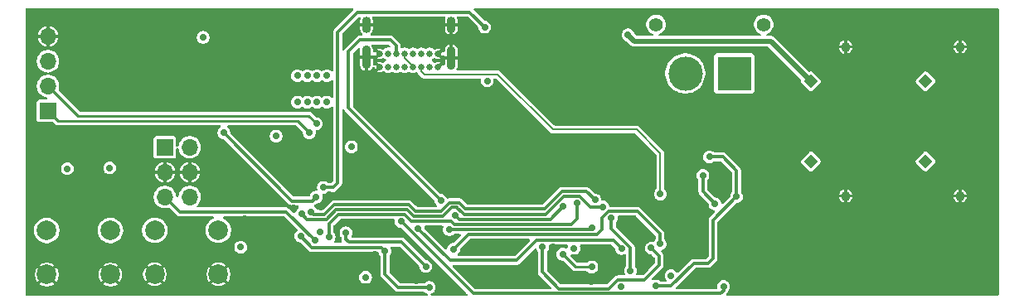
<source format=gbr>
%TF.GenerationSoftware,KiCad,Pcbnew,9.0.6-unknown-202512120022~866d92e1f6~ubuntu24.04.1*%
%TF.CreationDate,2026-01-03T16:53:52+02:00*%
%TF.ProjectId,TalTechHeat,54616c54-6563-4684-9865-61742e6b6963,rev?*%
%TF.SameCoordinates,Original*%
%TF.FileFunction,Copper,L4,Bot*%
%TF.FilePolarity,Positive*%
%FSLAX46Y46*%
G04 Gerber Fmt 4.6, Leading zero omitted, Abs format (unit mm)*
G04 Created by KiCad (PCBNEW 9.0.6-unknown-202512120022~866d92e1f6~ubuntu24.04.1) date 2026-01-03 16:53:52*
%MOMM*%
%LPD*%
G01*
G04 APERTURE LIST*
G04 Aperture macros list*
%AMRotRect*
0 Rectangle, with rotation*
0 The origin of the aperture is its center*
0 $1 length*
0 $2 width*
0 $3 Rotation angle, in degrees counterclockwise*
0 Add horizontal line*
21,1,$1,$2,0,0,$3*%
G04 Aperture macros list end*
%TA.AperFunction,ComponentPad*%
%ADD10R,1.700000X1.700000*%
%TD*%
%TA.AperFunction,ComponentPad*%
%ADD11O,1.700000X1.700000*%
%TD*%
%TA.AperFunction,ComponentPad*%
%ADD12RotRect,1.000000X1.000000X45.000000*%
%TD*%
%TA.AperFunction,ComponentPad*%
%ADD13C,1.000000*%
%TD*%
%TA.AperFunction,ComponentPad*%
%ADD14C,2.000000*%
%TD*%
%TA.AperFunction,ComponentPad*%
%ADD15O,0.900000X2.400000*%
%TD*%
%TA.AperFunction,ComponentPad*%
%ADD16O,0.900000X1.700000*%
%TD*%
%TA.AperFunction,ComponentPad*%
%ADD17C,0.650000*%
%TD*%
%TA.AperFunction,ComponentPad*%
%ADD18RotRect,1.000000X1.000000X315.000000*%
%TD*%
%TA.AperFunction,ComponentPad*%
%ADD19C,1.400000*%
%TD*%
%TA.AperFunction,ComponentPad*%
%ADD20R,3.500000X3.500000*%
%TD*%
%TA.AperFunction,ComponentPad*%
%ADD21C,3.500000*%
%TD*%
%TA.AperFunction,ViaPad*%
%ADD22C,0.700000*%
%TD*%
%TA.AperFunction,ViaPad*%
%ADD23C,0.600000*%
%TD*%
%TA.AperFunction,Conductor*%
%ADD24C,0.270000*%
%TD*%
%TA.AperFunction,Conductor*%
%ADD25C,0.300000*%
%TD*%
%TA.AperFunction,Conductor*%
%ADD26C,0.500000*%
%TD*%
%TA.AperFunction,Conductor*%
%ADD27C,0.200000*%
%TD*%
G04 APERTURE END LIST*
D10*
%TO.P,J1,1,Pin_1*%
%TO.N,+3.3V*%
X166010000Y-100195000D03*
D11*
%TO.P,J1,2,Pin_2*%
%TO.N,/BOOT0*%
X168550000Y-100195000D03*
%TO.P,J1,3,Pin_3*%
%TO.N,GND*%
X166010000Y-102735000D03*
%TO.P,J1,4,Pin_4*%
X168550000Y-102735000D03*
%TO.P,J1,5,Pin_5*%
%TO.N,/BOOT1*%
X166010000Y-105275000D03*
%TO.P,J1,6,Pin_6*%
%TO.N,+3.3V*%
X168550000Y-105275000D03*
%TD*%
D12*
%TO.P,C15,1*%
%TO.N,+20V*%
X243682233Y-93467767D03*
D13*
%TO.P,C15,2*%
%TO.N,GND*%
X247217767Y-89932233D03*
%TD*%
D12*
%TO.P,C16,1*%
%TO.N,+20V*%
X231982233Y-93467767D03*
D13*
%TO.P,C16,2*%
%TO.N,GND*%
X235517767Y-89932233D03*
%TD*%
D14*
%TO.P,SW2,1,1*%
%TO.N,/BUT1*%
X153950000Y-108700000D03*
X160450000Y-108700000D03*
%TO.P,SW2,2,2*%
%TO.N,GND*%
X153950000Y-113200000D03*
X160450000Y-113200000D03*
%TD*%
%TO.P,SW3,1,1*%
%TO.N,/BUT2*%
X164975000Y-108675000D03*
X171475000Y-108675000D03*
%TO.P,SW3,2,2*%
%TO.N,GND*%
X164975000Y-113175000D03*
X171475000Y-113175000D03*
%TD*%
D15*
%TO.P,U3,0,case*%
%TO.N,GND*%
X195250000Y-91050000D03*
D16*
X195250000Y-87670000D03*
D15*
X186600000Y-91000000D03*
D16*
X186600000Y-87670000D03*
D17*
%TO.P,U3,A1,GND*%
X193900000Y-91980000D03*
%TO.P,U3,A4,VBUS*%
%TO.N,VBUS*%
X193050000Y-91980000D03*
%TO.P,U3,A5,CC1*%
%TO.N,/CC1*%
X192200000Y-91980000D03*
%TO.P,U3,A6,DP1*%
%TO.N,/U_P*%
X191350000Y-91980000D03*
%TO.P,U3,A7,DN1*%
%TO.N,/U_N*%
X190500000Y-91980000D03*
%TO.P,U3,A8,SBU1*%
%TO.N,unconnected-(U3-SBU1-PadA8)*%
X189650000Y-91980000D03*
%TO.P,U3,A9,VBUS*%
%TO.N,VBUS*%
X188800000Y-91980000D03*
%TO.P,U3,A12,GND*%
%TO.N,GND*%
X187950000Y-91980000D03*
%TO.P,U3,B1,GND*%
X187950000Y-90630000D03*
%TO.P,U3,B4,VBUS*%
%TO.N,VBUS*%
X188800000Y-90630000D03*
%TO.P,U3,B5,CC2*%
%TO.N,/CC2*%
X189650000Y-90630000D03*
%TO.P,U3,B6,DP2*%
%TO.N,/U_P*%
X190500000Y-90630000D03*
%TO.P,U3,B7,DN2*%
%TO.N,/U_N*%
X191350000Y-90630000D03*
%TO.P,U3,B8,SBU2*%
%TO.N,unconnected-(U3-SBU2-PadB8)*%
X192200000Y-90630000D03*
%TO.P,U3,B9,VBUS*%
%TO.N,VBUS*%
X193050000Y-90630000D03*
%TO.P,U3,B12,GND*%
%TO.N,GND*%
X193900000Y-90630000D03*
%TD*%
D10*
%TO.P,J2,1,Pin_1*%
%TO.N,/SDA*%
X154075000Y-96470000D03*
D11*
%TO.P,J2,2,Pin_2*%
%TO.N,/SCL*%
X154075000Y-93930000D03*
%TO.P,J2,3,Pin_3*%
%TO.N,+3.3V*%
X154075000Y-91390000D03*
%TO.P,J2,4,Pin_4*%
%TO.N,GND*%
X154075000Y-88850000D03*
%TD*%
D18*
%TO.P,C17,1*%
%TO.N,+20V*%
X231982233Y-101632233D03*
D13*
%TO.P,C17,2*%
%TO.N,GND*%
X235517767Y-105167767D03*
%TD*%
D18*
%TO.P,C14,1*%
%TO.N,+20V*%
X243682233Y-101632233D03*
D13*
%TO.P,C14,2*%
%TO.N,GND*%
X247217767Y-105167767D03*
%TD*%
D19*
%TO.P,J3,*%
%TO.N,*%
X227150000Y-87650000D03*
X216150000Y-87650000D03*
D20*
%TO.P,J3,1,Pin_1*%
%TO.N,+20V*%
X224150000Y-92650000D03*
D21*
%TO.P,J3,2,Pin_2*%
%TO.N,/RETURN_HEAT*%
X219150000Y-92650000D03*
%TD*%
D22*
%TO.N,GND*%
X202500000Y-99850000D03*
%TO.N,+3.3V*%
X156050000Y-102375000D03*
X160375000Y-102300000D03*
X177375000Y-99050000D03*
X169925000Y-88950000D03*
X182550000Y-95575000D03*
X182550000Y-92875000D03*
X181550000Y-92875000D03*
X181550000Y-95575000D03*
X179550000Y-92875000D03*
X180550000Y-92875000D03*
X179550000Y-95575000D03*
X180550000Y-95575000D03*
X173750000Y-110400000D03*
X185050000Y-100150000D03*
X186500000Y-113487500D03*
X217700000Y-113300000D03*
X207775000Y-110525000D03*
%TO.N,GND*%
X201250000Y-110375000D03*
X199325000Y-112750000D03*
X204825000Y-114350000D03*
X223425000Y-104925000D03*
D23*
X185350000Y-88000000D03*
D22*
X209575000Y-113949000D03*
%TO.N,+3.3V*%
X198925000Y-93400000D03*
X212573585Y-114425000D03*
%TO.N,GND*%
X205650000Y-110400000D03*
X219900000Y-113300000D03*
X166602500Y-111861750D03*
X176762500Y-114401750D03*
X237722500Y-109321750D03*
X240262500Y-106781750D03*
X193600000Y-108600000D03*
X194542500Y-114401750D03*
X187400000Y-111125000D03*
X158982500Y-89001750D03*
X164062500Y-104241750D03*
X237722500Y-89001750D03*
X232642500Y-91541750D03*
X230102500Y-104241750D03*
X232642500Y-114401750D03*
X153902500Y-104241750D03*
X247882500Y-101701750D03*
X158982500Y-106781750D03*
X204702500Y-89001750D03*
X161522500Y-99161750D03*
X177325000Y-102725000D03*
X247882500Y-114401750D03*
X156442500Y-111861750D03*
X178925000Y-109700000D03*
X206250000Y-97625000D03*
X205950000Y-94100000D03*
X207242500Y-94081750D03*
X230102500Y-89001750D03*
X169142500Y-114401750D03*
X237722500Y-104241750D03*
X240262500Y-114401750D03*
X197082500Y-91541750D03*
X169142500Y-111861750D03*
X247882500Y-94081750D03*
X242802500Y-104241750D03*
X247882500Y-109321750D03*
X158982500Y-104241750D03*
X230102500Y-114401750D03*
X240262500Y-109321750D03*
X245342500Y-106781750D03*
X232642500Y-89001750D03*
X208175000Y-90050000D03*
X240262500Y-89001750D03*
X245342500Y-114401750D03*
X242802500Y-106781750D03*
X225775000Y-113250000D03*
X156442500Y-114401750D03*
X174222500Y-94081750D03*
X182475000Y-97175000D03*
X202162500Y-89001750D03*
X219875000Y-109575000D03*
X184250000Y-107975000D03*
X153902500Y-99161750D03*
X213300000Y-87675000D03*
X242802500Y-109321750D03*
X247882500Y-99161750D03*
X217725000Y-104700000D03*
X179302500Y-89001750D03*
X242802500Y-91541750D03*
X247882500Y-106781750D03*
X232642500Y-106781750D03*
X207425000Y-97600000D03*
X179150000Y-104325000D03*
X247882500Y-91541750D03*
X200925000Y-95200000D03*
X217402500Y-99161750D03*
X240262500Y-91541750D03*
X235182500Y-111861750D03*
X174475000Y-104400000D03*
X242802500Y-111861750D03*
X174222500Y-114401750D03*
X181850000Y-108850000D03*
X172475000Y-100375000D03*
X181842500Y-89001750D03*
X161522500Y-94081750D03*
X181925000Y-106300000D03*
X245342500Y-109321750D03*
X237722500Y-114401750D03*
X156442500Y-91541750D03*
X237722500Y-111861750D03*
X230102500Y-106781750D03*
X237722500Y-106781750D03*
X235182500Y-109321750D03*
X193450000Y-89575000D03*
X230102500Y-109321750D03*
X164062500Y-91541750D03*
X169142500Y-91541750D03*
X176525000Y-98275000D03*
X161522500Y-91541750D03*
X197000000Y-110225000D03*
X245342500Y-104241750D03*
X197082500Y-89001750D03*
X158982500Y-94081750D03*
X232642500Y-104241750D03*
X240262500Y-111861750D03*
X247882500Y-111861750D03*
X161522500Y-89001750D03*
X182750000Y-105075000D03*
X237722500Y-91541750D03*
X208575000Y-97600000D03*
X179175000Y-106400000D03*
X164062500Y-99161750D03*
X192002500Y-89001750D03*
X245342500Y-91541750D03*
X219850000Y-107225000D03*
X220800000Y-100325000D03*
X153902500Y-101701750D03*
X242802500Y-89001750D03*
X240262500Y-104241750D03*
X153902500Y-106781750D03*
X232642500Y-111861750D03*
X176400000Y-100150000D03*
X158982500Y-99161750D03*
X185750000Y-94975000D03*
X232642500Y-109321750D03*
X204700000Y-96375000D03*
X198400000Y-114325000D03*
X213775000Y-107550000D03*
X247882500Y-96621750D03*
X242802500Y-114401750D03*
X235182500Y-91541750D03*
X156442500Y-89001750D03*
X204700000Y-95350000D03*
X245342500Y-111861750D03*
X204702500Y-94081750D03*
X166602500Y-91541750D03*
X158982500Y-91541750D03*
X235182500Y-114401750D03*
X208475000Y-94075000D03*
X245342500Y-89001750D03*
X235182500Y-106781750D03*
%TO.N,/NRST*%
X179867525Y-109257475D03*
X193000000Y-114525000D03*
X188475000Y-110800000D03*
%TO.N,+20V*%
X213300000Y-88712500D03*
%TO.N,PD_VDD*%
X222175000Y-105975000D03*
X220950000Y-103050000D03*
%TO.N,/BOOT1*%
X181325000Y-109725000D03*
%TO.N,/BOOT0*%
X172025000Y-98700000D03*
X181450000Y-105300000D03*
%TO.N,/SDA*%
X179975000Y-107025000D03*
X180750000Y-98700000D03*
X210726225Y-106275000D03*
%TO.N,/SCL*%
X181475000Y-97775000D03*
X209925000Y-105575000D03*
X180950000Y-106850000D03*
%TO.N,Net-(Q2-G)*%
X216175000Y-114375000D03*
X221625000Y-101175000D03*
X224375000Y-105250000D03*
%TO.N,/VCC-DIV*%
X190125000Y-107775000D03*
X223050000Y-114400000D03*
%TO.N,/PD_RST*%
X182775000Y-109375000D03*
X208068750Y-105918750D03*
%TO.N,/PD_ALERT*%
X216575000Y-110075000D03*
X195500000Y-110600000D03*
%TO.N,Net-(U4-DISCH)*%
X211613853Y-107420673D03*
X213558430Y-112822213D03*
%TO.N,Net-(U4-VBUS_VS_DISCH)*%
X204575000Y-110415000D03*
X215675000Y-110500000D03*
%TO.N,/POWER_OK_3*%
X212632476Y-110532476D03*
X191850000Y-108475000D03*
%TO.N,/PWM*%
X198662500Y-87912500D03*
X182200000Y-104300000D03*
%TO.N,/PD_GPIO*%
X206625000Y-111125000D03*
X209600000Y-112425000D03*
X192650000Y-112375000D03*
X184500000Y-108925000D03*
%TO.N,/PD_ATTACH*%
X195050000Y-108600000D03*
X209615835Y-108399000D03*
%TO.N,/CC1*%
X216600000Y-104975000D03*
%TO.N,GND*%
X193225000Y-105950000D03*
X179300000Y-101250000D03*
X184850000Y-99100000D03*
X185250000Y-102175000D03*
X166154000Y-94475000D03*
X174175000Y-107500000D03*
X186450000Y-114425000D03*
X184075000Y-112400000D03*
X182150000Y-114375000D03*
X188800000Y-88300000D03*
X185550000Y-90850000D03*
X188825000Y-98725000D03*
X190500000Y-100550000D03*
X190850000Y-103600000D03*
X187800000Y-103850000D03*
X188175000Y-101150000D03*
%TO.N,/CC2*%
X194175000Y-105600000D03*
%TO.N,GND*%
X191675000Y-113825000D03*
X215650000Y-111750000D03*
%TO.N,/CC2*%
X195652852Y-107147148D03*
X206700000Y-106250000D03*
%TD*%
D24*
%TO.N,/SCL*%
X181475000Y-97775000D02*
X180675000Y-96975000D01*
X180675000Y-96975000D02*
X157120000Y-96975000D01*
X157120000Y-96975000D02*
X154075000Y-93930000D01*
%TO.N,/SDA*%
X180750000Y-98700000D02*
X179550000Y-97500000D01*
X179550000Y-97500000D02*
X155105000Y-97500000D01*
X155105000Y-97500000D02*
X154075000Y-96470000D01*
D25*
%TO.N,Net-(Q2-G)*%
X216175000Y-114375000D02*
X217700000Y-114375000D01*
X220000000Y-112075000D02*
X221475000Y-112075000D01*
X217700000Y-114375000D02*
X220000000Y-112075000D01*
X221475000Y-112075000D02*
X222000000Y-111550000D01*
X222000000Y-111550000D02*
X222000000Y-107625000D01*
X222000000Y-107625000D02*
X224375000Y-105250000D01*
%TO.N,/SCL*%
X180950000Y-106850000D02*
X181149000Y-107049000D01*
X195097825Y-105848000D02*
X196052174Y-105848000D01*
X181149000Y-107049000D02*
X182317479Y-107049000D01*
X182317479Y-107049000D02*
X183294479Y-106072000D01*
X206550000Y-104700000D02*
X209050000Y-104700000D01*
X183294479Y-106072000D02*
X190914043Y-106072000D01*
X190914043Y-106072000D02*
X191590041Y-106748000D01*
X191590041Y-106748000D02*
X194197826Y-106748000D01*
X194197826Y-106748000D02*
X195097825Y-105848000D01*
X196052174Y-105848000D02*
X196679174Y-106475000D01*
X204775000Y-106475000D02*
X206550000Y-104700000D01*
X196679174Y-106475000D02*
X204775000Y-106475000D01*
X209050000Y-104700000D02*
X209925000Y-105575000D01*
%TO.N,/SDA*%
X196353852Y-106858198D02*
X196592654Y-107097000D01*
X194405346Y-107249000D02*
X195305346Y-106349000D01*
X195305346Y-106349000D02*
X195844654Y-106349000D01*
X195844654Y-106349000D02*
X195941802Y-106446148D01*
X208341364Y-105200000D02*
X209416364Y-106275000D01*
X191382520Y-107249000D02*
X194405346Y-107249000D01*
X196353852Y-106856784D02*
X196353852Y-106858198D01*
X195941802Y-106446148D02*
X195943216Y-106446148D01*
X190706521Y-106573000D02*
X191382520Y-107249000D01*
X183502000Y-106573000D02*
X190706521Y-106573000D01*
X182525000Y-107550000D02*
X183502000Y-106573000D01*
X195943216Y-106446148D02*
X196353852Y-106856784D01*
X180500000Y-107550000D02*
X182525000Y-107550000D01*
X179975000Y-107025000D02*
X180500000Y-107550000D01*
X196592654Y-107097000D02*
X204861636Y-107097000D01*
X204861636Y-107097000D02*
X206758636Y-105200000D01*
X206758636Y-105200000D02*
X208341364Y-105200000D01*
X209416364Y-106275000D02*
X210726225Y-106275000D01*
%TO.N,/BOOT1*%
X181325000Y-109725000D02*
X178400000Y-106800000D01*
X178400000Y-106800000D02*
X167535000Y-106800000D01*
X167535000Y-106800000D02*
X166010000Y-105275000D01*
%TO.N,/CC2*%
X194175000Y-105600000D02*
X184750000Y-96175000D01*
X189650000Y-89825000D02*
X189650000Y-90630000D01*
X184750000Y-96175000D02*
X184750000Y-90425000D01*
X184750000Y-90425000D02*
X185950000Y-89225000D01*
X185950000Y-89225000D02*
X189050000Y-89225000D01*
X189050000Y-89225000D02*
X189650000Y-89825000D01*
X195652852Y-107147148D02*
X196103704Y-107598000D01*
X196103704Y-107598000D02*
X205352000Y-107598000D01*
X205352000Y-107598000D02*
X206700000Y-106250000D01*
%TO.N,/PD_RST*%
X182775000Y-109375000D02*
X182775000Y-108025000D01*
X182775000Y-108025000D02*
X183726000Y-107074000D01*
X183726000Y-107074000D02*
X190499000Y-107074000D01*
X191175000Y-107750000D02*
X195225000Y-107750000D01*
X190499000Y-107074000D02*
X191175000Y-107750000D01*
X207501000Y-108099000D02*
X208068750Y-107531250D01*
X195225000Y-107750000D02*
X195574000Y-108099000D01*
X195574000Y-108099000D02*
X207501000Y-108099000D01*
X208068750Y-107531250D02*
X208068750Y-105918750D01*
%TO.N,/NRST*%
X188475000Y-110800000D02*
X188475000Y-113200000D01*
X179867525Y-109257475D02*
X181035050Y-110425000D01*
X189800000Y-114525000D02*
X193000000Y-114525000D01*
X181035050Y-110425000D02*
X188100000Y-110425000D01*
X188475000Y-113200000D02*
X189800000Y-114525000D01*
X188100000Y-110425000D02*
X188475000Y-110800000D01*
D26*
%TO.N,+20V*%
X213962500Y-89375000D02*
X227889466Y-89375000D01*
X227889466Y-89375000D02*
X231982233Y-93467767D01*
X213300000Y-88712500D02*
X213962500Y-89375000D01*
D25*
%TO.N,PD_VDD*%
X222175000Y-105975000D02*
X222175000Y-105950000D01*
X222175000Y-105950000D02*
X220950000Y-104725000D01*
X220950000Y-104725000D02*
X220950000Y-103050000D01*
%TO.N,/BOOT0*%
X181075000Y-105675000D02*
X179000000Y-105675000D01*
X181450000Y-105300000D02*
X181075000Y-105675000D01*
X179000000Y-105675000D02*
X172025000Y-98700000D01*
%TO.N,Net-(Q2-G)*%
X224375000Y-102550000D02*
X224375000Y-105250000D01*
X221625000Y-101175000D02*
X223000000Y-101175000D01*
X223000000Y-101175000D02*
X224375000Y-102550000D01*
%TO.N,/VCC-DIV*%
X222725000Y-115150000D02*
X223050000Y-114825000D01*
X223050000Y-114825000D02*
X223050000Y-114400000D01*
X190125000Y-107775000D02*
X197500000Y-115150000D01*
X197500000Y-115150000D02*
X222725000Y-115150000D01*
%TO.N,/PD_ALERT*%
X210625000Y-108600000D02*
X210125000Y-109100000D01*
X216575000Y-109050000D02*
X214244673Y-106719673D01*
X216575000Y-110075000D02*
X216575000Y-109050000D01*
X210625000Y-107418162D02*
X210625000Y-108600000D01*
X197000000Y-109100000D02*
X195500000Y-110600000D01*
X214244673Y-106719673D02*
X211323489Y-106719673D01*
X211323489Y-106719673D02*
X210625000Y-107418162D01*
X210125000Y-109100000D02*
X197000000Y-109100000D01*
%TO.N,Net-(U4-DISCH)*%
X213550000Y-110450000D02*
X211613853Y-108513853D01*
X213558430Y-112822213D02*
X213550000Y-112813783D01*
X211613853Y-108513853D02*
X211613853Y-107420673D01*
X213550000Y-112813783D02*
X213550000Y-110450000D01*
%TO.N,Net-(U4-VBUS_VS_DISCH)*%
X204575000Y-110415000D02*
X204575000Y-112950000D01*
X216475000Y-111300000D02*
X215675000Y-110500000D01*
X211872585Y-114134636D02*
X212283221Y-113724000D01*
X211872585Y-114136051D02*
X211872585Y-114134636D01*
X216475000Y-112245768D02*
X216475000Y-111300000D01*
X211359636Y-114649000D02*
X211872585Y-114136051D01*
X215647768Y-113073000D02*
X216475000Y-112245768D01*
X204575000Y-112950000D02*
X206274000Y-114649000D01*
X206274000Y-114649000D02*
X211359636Y-114649000D01*
X212283221Y-113724000D02*
X214984693Y-113724000D01*
X215635693Y-113073000D02*
X215647768Y-113073000D01*
X214984693Y-113724000D02*
X215635693Y-113073000D01*
%TO.N,/POWER_OK_3*%
X212632476Y-110532476D02*
X211800000Y-109700000D01*
X211800000Y-109700000D02*
X203975000Y-109700000D01*
X201925000Y-111750000D02*
X195125000Y-111750000D01*
X203975000Y-109700000D02*
X201925000Y-111750000D01*
X195125000Y-111750000D02*
X191850000Y-108475000D01*
%TO.N,/PWM*%
X185700000Y-86375000D02*
X183650000Y-88425000D01*
X183650000Y-88425000D02*
X183650000Y-103850000D01*
X183650000Y-103850000D02*
X183200000Y-104300000D01*
X198662500Y-87912500D02*
X197125000Y-86375000D01*
X197125000Y-86375000D02*
X185700000Y-86375000D01*
X183200000Y-104300000D02*
X182200000Y-104300000D01*
%TO.N,/PD_GPIO*%
X184500000Y-109625000D02*
X184775000Y-109900000D01*
D24*
X207925000Y-112425000D02*
X209600000Y-112425000D01*
D25*
X190175000Y-109900000D02*
X192650000Y-112375000D01*
X184500000Y-108925000D02*
X184500000Y-109625000D01*
D24*
X206625000Y-111125000D02*
X207925000Y-112425000D01*
D25*
X184775000Y-109900000D02*
X190175000Y-109900000D01*
%TO.N,/PD_ATTACH*%
X195050000Y-108600000D02*
X209400000Y-108600000D01*
X209477335Y-108537500D02*
X209615835Y-108399000D01*
X209462500Y-108537500D02*
X209477335Y-108537500D01*
X209400000Y-108600000D02*
X209462500Y-108537500D01*
D27*
%TO.N,/U_P*%
X190500000Y-90630000D02*
X190500000Y-91094702D01*
X191350000Y-91944702D02*
X191350000Y-91980000D01*
X190500000Y-91094702D02*
X191350000Y-91944702D01*
%TO.N,/CC1*%
X216600000Y-104975000D02*
X216600000Y-100800000D01*
X216600000Y-100800000D02*
X214175000Y-98375000D01*
X214175000Y-98375000D02*
X205625000Y-98375000D01*
X205625000Y-98375000D02*
X200000000Y-92750000D01*
X200000000Y-92750000D02*
X192510381Y-92750000D01*
X192510381Y-92750000D02*
X192200000Y-92439619D01*
X192200000Y-92439619D02*
X192200000Y-91980000D01*
%TD*%
%TA.AperFunction,Conductor*%
%TO.N,GND*%
G36*
X185230073Y-85995185D02*
G01*
X185275828Y-86047989D01*
X185285772Y-86117147D01*
X185256747Y-86180703D01*
X185250715Y-86187181D01*
X183289513Y-88148383D01*
X183289509Y-88148389D01*
X183230201Y-88251112D01*
X183230200Y-88251117D01*
X183199500Y-88365691D01*
X183199500Y-92305192D01*
X183179815Y-92372231D01*
X183127011Y-92417986D01*
X183057853Y-92427930D01*
X182994297Y-92398905D01*
X182987819Y-92392873D01*
X182964672Y-92369726D01*
X182964668Y-92369723D01*
X182858133Y-92298538D01*
X182858124Y-92298533D01*
X182739744Y-92249499D01*
X182739738Y-92249497D01*
X182614071Y-92224500D01*
X182614069Y-92224500D01*
X182485931Y-92224500D01*
X182485929Y-92224500D01*
X182360261Y-92249497D01*
X182360255Y-92249499D01*
X182241875Y-92298533D01*
X182241866Y-92298538D01*
X182135331Y-92369723D01*
X182130621Y-92373589D01*
X182129283Y-92371958D01*
X182076358Y-92400858D01*
X182006666Y-92395874D01*
X181970280Y-92372489D01*
X181969379Y-92373589D01*
X181964668Y-92369723D01*
X181858133Y-92298538D01*
X181858124Y-92298533D01*
X181739744Y-92249499D01*
X181739738Y-92249497D01*
X181614071Y-92224500D01*
X181614069Y-92224500D01*
X181485931Y-92224500D01*
X181485929Y-92224500D01*
X181360261Y-92249497D01*
X181360255Y-92249499D01*
X181241875Y-92298533D01*
X181241866Y-92298538D01*
X181135331Y-92369723D01*
X181130621Y-92373589D01*
X181129283Y-92371958D01*
X181076358Y-92400858D01*
X181006666Y-92395874D01*
X180970280Y-92372489D01*
X180969379Y-92373589D01*
X180964668Y-92369723D01*
X180858133Y-92298538D01*
X180858124Y-92298533D01*
X180739744Y-92249499D01*
X180739738Y-92249497D01*
X180614071Y-92224500D01*
X180614069Y-92224500D01*
X180485931Y-92224500D01*
X180485929Y-92224500D01*
X180360261Y-92249497D01*
X180360255Y-92249499D01*
X180241875Y-92298533D01*
X180241866Y-92298538D01*
X180135331Y-92369723D01*
X180130621Y-92373589D01*
X180129283Y-92371958D01*
X180076358Y-92400858D01*
X180006666Y-92395874D01*
X179970280Y-92372489D01*
X179969379Y-92373589D01*
X179964668Y-92369723D01*
X179858133Y-92298538D01*
X179858124Y-92298533D01*
X179739744Y-92249499D01*
X179739738Y-92249497D01*
X179614071Y-92224500D01*
X179614069Y-92224500D01*
X179485931Y-92224500D01*
X179485929Y-92224500D01*
X179360261Y-92249497D01*
X179360255Y-92249499D01*
X179241875Y-92298533D01*
X179241866Y-92298538D01*
X179135331Y-92369723D01*
X179135327Y-92369726D01*
X179044726Y-92460327D01*
X179044723Y-92460331D01*
X178973538Y-92566866D01*
X178973533Y-92566875D01*
X178924499Y-92685255D01*
X178924497Y-92685261D01*
X178899500Y-92810928D01*
X178899500Y-92810931D01*
X178899500Y-92939069D01*
X178899500Y-92939071D01*
X178899499Y-92939071D01*
X178924497Y-93064738D01*
X178924499Y-93064744D01*
X178973533Y-93183124D01*
X178973538Y-93183133D01*
X179044723Y-93289668D01*
X179044726Y-93289672D01*
X179135327Y-93380273D01*
X179135331Y-93380276D01*
X179241866Y-93451461D01*
X179241872Y-93451464D01*
X179241873Y-93451465D01*
X179360256Y-93500501D01*
X179360260Y-93500501D01*
X179360261Y-93500502D01*
X179485928Y-93525500D01*
X179485931Y-93525500D01*
X179614071Y-93525500D01*
X179698615Y-93508682D01*
X179739744Y-93500501D01*
X179858127Y-93451465D01*
X179964669Y-93380276D01*
X179964673Y-93380271D01*
X179969379Y-93376411D01*
X179970720Y-93378045D01*
X180023611Y-93349148D01*
X180093304Y-93354114D01*
X180129715Y-93377514D01*
X180130621Y-93376411D01*
X180135331Y-93380276D01*
X180241866Y-93451461D01*
X180241872Y-93451464D01*
X180241873Y-93451465D01*
X180360256Y-93500501D01*
X180360260Y-93500501D01*
X180360261Y-93500502D01*
X180485928Y-93525500D01*
X180485931Y-93525500D01*
X180614071Y-93525500D01*
X180698615Y-93508682D01*
X180739744Y-93500501D01*
X180858127Y-93451465D01*
X180964669Y-93380276D01*
X180964673Y-93380271D01*
X180969379Y-93376411D01*
X180970720Y-93378045D01*
X181023611Y-93349148D01*
X181093304Y-93354114D01*
X181129715Y-93377514D01*
X181130621Y-93376411D01*
X181135331Y-93380276D01*
X181241866Y-93451461D01*
X181241872Y-93451464D01*
X181241873Y-93451465D01*
X181360256Y-93500501D01*
X181360260Y-93500501D01*
X181360261Y-93500502D01*
X181485928Y-93525500D01*
X181485931Y-93525500D01*
X181614071Y-93525500D01*
X181698615Y-93508682D01*
X181739744Y-93500501D01*
X181858127Y-93451465D01*
X181964669Y-93380276D01*
X181964673Y-93380271D01*
X181969379Y-93376411D01*
X181970720Y-93378045D01*
X182023611Y-93349148D01*
X182093304Y-93354114D01*
X182129715Y-93377514D01*
X182130621Y-93376411D01*
X182135331Y-93380276D01*
X182241866Y-93451461D01*
X182241872Y-93451464D01*
X182241873Y-93451465D01*
X182360256Y-93500501D01*
X182360260Y-93500501D01*
X182360261Y-93500502D01*
X182485928Y-93525500D01*
X182485931Y-93525500D01*
X182614071Y-93525500D01*
X182698615Y-93508682D01*
X182739744Y-93500501D01*
X182858127Y-93451465D01*
X182964669Y-93380276D01*
X182974447Y-93370498D01*
X182987819Y-93357127D01*
X183049142Y-93323642D01*
X183118834Y-93328626D01*
X183174767Y-93370498D01*
X183199184Y-93435962D01*
X183199500Y-93444808D01*
X183199500Y-95005192D01*
X183179815Y-95072231D01*
X183127011Y-95117986D01*
X183057853Y-95127930D01*
X182994297Y-95098905D01*
X182987819Y-95092873D01*
X182964672Y-95069726D01*
X182964668Y-95069723D01*
X182858133Y-94998538D01*
X182858124Y-94998533D01*
X182739744Y-94949499D01*
X182739738Y-94949497D01*
X182614071Y-94924500D01*
X182614069Y-94924500D01*
X182485931Y-94924500D01*
X182485929Y-94924500D01*
X182360261Y-94949497D01*
X182360255Y-94949499D01*
X182241875Y-94998533D01*
X182241866Y-94998538D01*
X182135331Y-95069723D01*
X182130621Y-95073589D01*
X182129283Y-95071958D01*
X182076358Y-95100858D01*
X182006666Y-95095874D01*
X181970280Y-95072489D01*
X181969379Y-95073589D01*
X181964668Y-95069723D01*
X181858133Y-94998538D01*
X181858124Y-94998533D01*
X181739744Y-94949499D01*
X181739738Y-94949497D01*
X181614071Y-94924500D01*
X181614069Y-94924500D01*
X181485931Y-94924500D01*
X181485929Y-94924500D01*
X181360261Y-94949497D01*
X181360255Y-94949499D01*
X181241875Y-94998533D01*
X181241866Y-94998538D01*
X181135331Y-95069723D01*
X181130621Y-95073589D01*
X181129283Y-95071958D01*
X181076358Y-95100858D01*
X181006666Y-95095874D01*
X180970280Y-95072489D01*
X180969379Y-95073589D01*
X180964668Y-95069723D01*
X180858133Y-94998538D01*
X180858124Y-94998533D01*
X180739744Y-94949499D01*
X180739738Y-94949497D01*
X180614071Y-94924500D01*
X180614069Y-94924500D01*
X180485931Y-94924500D01*
X180485929Y-94924500D01*
X180360261Y-94949497D01*
X180360255Y-94949499D01*
X180241875Y-94998533D01*
X180241866Y-94998538D01*
X180135331Y-95069723D01*
X180130621Y-95073589D01*
X180129283Y-95071958D01*
X180076358Y-95100858D01*
X180006666Y-95095874D01*
X179970280Y-95072489D01*
X179969379Y-95073589D01*
X179964668Y-95069723D01*
X179858133Y-94998538D01*
X179858124Y-94998533D01*
X179739744Y-94949499D01*
X179739738Y-94949497D01*
X179614071Y-94924500D01*
X179614069Y-94924500D01*
X179485931Y-94924500D01*
X179485929Y-94924500D01*
X179360261Y-94949497D01*
X179360255Y-94949499D01*
X179241875Y-94998533D01*
X179241866Y-94998538D01*
X179135331Y-95069723D01*
X179135327Y-95069726D01*
X179044726Y-95160327D01*
X179044723Y-95160331D01*
X178973538Y-95266866D01*
X178973533Y-95266875D01*
X178924499Y-95385255D01*
X178924497Y-95385261D01*
X178899500Y-95510928D01*
X178899500Y-95510931D01*
X178899500Y-95639069D01*
X178899500Y-95639071D01*
X178899499Y-95639071D01*
X178924497Y-95764738D01*
X178924499Y-95764744D01*
X178973533Y-95883124D01*
X178973538Y-95883133D01*
X179044723Y-95989668D01*
X179044726Y-95989672D01*
X179135327Y-96080273D01*
X179135331Y-96080276D01*
X179241866Y-96151461D01*
X179241872Y-96151464D01*
X179241873Y-96151465D01*
X179360256Y-96200501D01*
X179360260Y-96200501D01*
X179360261Y-96200502D01*
X179485928Y-96225500D01*
X179485931Y-96225500D01*
X179614071Y-96225500D01*
X179698615Y-96208682D01*
X179739744Y-96200501D01*
X179858127Y-96151465D01*
X179964669Y-96080276D01*
X179964673Y-96080271D01*
X179969379Y-96076411D01*
X179970720Y-96078045D01*
X180023611Y-96049148D01*
X180093304Y-96054114D01*
X180129715Y-96077514D01*
X180130621Y-96076411D01*
X180135331Y-96080276D01*
X180241866Y-96151461D01*
X180241872Y-96151464D01*
X180241873Y-96151465D01*
X180360256Y-96200501D01*
X180360260Y-96200501D01*
X180360261Y-96200502D01*
X180485928Y-96225500D01*
X180485931Y-96225500D01*
X180614071Y-96225500D01*
X180698615Y-96208682D01*
X180739744Y-96200501D01*
X180858127Y-96151465D01*
X180964669Y-96080276D01*
X180964673Y-96080271D01*
X180969379Y-96076411D01*
X180970720Y-96078045D01*
X181023611Y-96049148D01*
X181093304Y-96054114D01*
X181129715Y-96077514D01*
X181130621Y-96076411D01*
X181135331Y-96080276D01*
X181241866Y-96151461D01*
X181241872Y-96151464D01*
X181241873Y-96151465D01*
X181360256Y-96200501D01*
X181360260Y-96200501D01*
X181360261Y-96200502D01*
X181485928Y-96225500D01*
X181485931Y-96225500D01*
X181614071Y-96225500D01*
X181698615Y-96208682D01*
X181739744Y-96200501D01*
X181858127Y-96151465D01*
X181964669Y-96080276D01*
X181964673Y-96080271D01*
X181969379Y-96076411D01*
X181970720Y-96078045D01*
X182023611Y-96049148D01*
X182093304Y-96054114D01*
X182129715Y-96077514D01*
X182130621Y-96076411D01*
X182135331Y-96080276D01*
X182241866Y-96151461D01*
X182241872Y-96151464D01*
X182241873Y-96151465D01*
X182360256Y-96200501D01*
X182360260Y-96200501D01*
X182360261Y-96200502D01*
X182485928Y-96225500D01*
X182485931Y-96225500D01*
X182614071Y-96225500D01*
X182698615Y-96208682D01*
X182739744Y-96200501D01*
X182858127Y-96151465D01*
X182964669Y-96080276D01*
X182974447Y-96070498D01*
X182987819Y-96057127D01*
X183049142Y-96023642D01*
X183118834Y-96028626D01*
X183174767Y-96070498D01*
X183199184Y-96135962D01*
X183199500Y-96144808D01*
X183199500Y-103612035D01*
X183190855Y-103641475D01*
X183184332Y-103671462D01*
X183180577Y-103676477D01*
X183179815Y-103679074D01*
X183163181Y-103699716D01*
X183049716Y-103813181D01*
X182988393Y-103846666D01*
X182962035Y-103849500D01*
X182720808Y-103849500D01*
X182653769Y-103829815D01*
X182633127Y-103813181D01*
X182614672Y-103794726D01*
X182614668Y-103794723D01*
X182508133Y-103723538D01*
X182508124Y-103723533D01*
X182389744Y-103674499D01*
X182389738Y-103674497D01*
X182264071Y-103649500D01*
X182264069Y-103649500D01*
X182135931Y-103649500D01*
X182135929Y-103649500D01*
X182010261Y-103674497D01*
X182010255Y-103674499D01*
X181891875Y-103723533D01*
X181891866Y-103723538D01*
X181785331Y-103794723D01*
X181785327Y-103794726D01*
X181694726Y-103885327D01*
X181694723Y-103885331D01*
X181623538Y-103991866D01*
X181623533Y-103991875D01*
X181574499Y-104110255D01*
X181574497Y-104110261D01*
X181549500Y-104235928D01*
X181549500Y-104235931D01*
X181549500Y-104364069D01*
X181549500Y-104364071D01*
X181549499Y-104364071D01*
X181575687Y-104495718D01*
X181574482Y-104495957D01*
X181575052Y-104559366D01*
X181537806Y-104618481D01*
X181474514Y-104648075D01*
X181455766Y-104649500D01*
X181385929Y-104649500D01*
X181260261Y-104674497D01*
X181260255Y-104674499D01*
X181141875Y-104723533D01*
X181141866Y-104723538D01*
X181035331Y-104794723D01*
X181035327Y-104794726D01*
X180944726Y-104885327D01*
X180944723Y-104885331D01*
X180873538Y-104991866D01*
X180873533Y-104991875D01*
X180824499Y-105110255D01*
X180824497Y-105110261D01*
X180821627Y-105124692D01*
X180789241Y-105186603D01*
X180728525Y-105221177D01*
X180700010Y-105224500D01*
X179237966Y-105224500D01*
X179170927Y-105204815D01*
X179150285Y-105188181D01*
X173076175Y-99114071D01*
X176724499Y-99114071D01*
X176749497Y-99239738D01*
X176749499Y-99239744D01*
X176798533Y-99358124D01*
X176798538Y-99358133D01*
X176869723Y-99464668D01*
X176869726Y-99464672D01*
X176960327Y-99555273D01*
X176960331Y-99555276D01*
X177066866Y-99626461D01*
X177066872Y-99626464D01*
X177066873Y-99626465D01*
X177185256Y-99675501D01*
X177185260Y-99675501D01*
X177185261Y-99675502D01*
X177310928Y-99700500D01*
X177310931Y-99700500D01*
X177439071Y-99700500D01*
X177523615Y-99683682D01*
X177564744Y-99675501D01*
X177683127Y-99626465D01*
X177789669Y-99555276D01*
X177880276Y-99464669D01*
X177951465Y-99358127D01*
X178000501Y-99239744D01*
X178022572Y-99128788D01*
X178025500Y-99114071D01*
X178025500Y-98985928D01*
X178000502Y-98860261D01*
X178000501Y-98860260D01*
X178000501Y-98860256D01*
X177951465Y-98741873D01*
X177951464Y-98741872D01*
X177951461Y-98741866D01*
X177880276Y-98635331D01*
X177880273Y-98635327D01*
X177789672Y-98544726D01*
X177789668Y-98544723D01*
X177683133Y-98473538D01*
X177683124Y-98473533D01*
X177564744Y-98424499D01*
X177564738Y-98424497D01*
X177439071Y-98399500D01*
X177439069Y-98399500D01*
X177310931Y-98399500D01*
X177310929Y-98399500D01*
X177185261Y-98424497D01*
X177185255Y-98424499D01*
X177066875Y-98473533D01*
X177066866Y-98473538D01*
X176960331Y-98544723D01*
X176960327Y-98544726D01*
X176869726Y-98635327D01*
X176869723Y-98635331D01*
X176798538Y-98741866D01*
X176798533Y-98741875D01*
X176749499Y-98860255D01*
X176749497Y-98860261D01*
X176724500Y-98985928D01*
X176724500Y-98985931D01*
X176724500Y-99114069D01*
X176724500Y-99114071D01*
X176724499Y-99114071D01*
X173076175Y-99114071D01*
X172711819Y-98749715D01*
X172678334Y-98688392D01*
X172675500Y-98662034D01*
X172675500Y-98635928D01*
X172650502Y-98510261D01*
X172650501Y-98510260D01*
X172650501Y-98510256D01*
X172605039Y-98400501D01*
X172601466Y-98391875D01*
X172601461Y-98391866D01*
X172530276Y-98285331D01*
X172530273Y-98285327D01*
X172439672Y-98194726D01*
X172439668Y-98194723D01*
X172391596Y-98162602D01*
X172346791Y-98108990D01*
X172338084Y-98039665D01*
X172368239Y-97976637D01*
X172427682Y-97939918D01*
X172460487Y-97935500D01*
X179318248Y-97935500D01*
X179385287Y-97955185D01*
X179405929Y-97971819D01*
X180063181Y-98629071D01*
X180096666Y-98690394D01*
X180099500Y-98716752D01*
X180099500Y-98764069D01*
X180099500Y-98764071D01*
X180099499Y-98764071D01*
X180124497Y-98889738D01*
X180124499Y-98889744D01*
X180173533Y-99008124D01*
X180173538Y-99008133D01*
X180244723Y-99114668D01*
X180244726Y-99114672D01*
X180335327Y-99205273D01*
X180335331Y-99205276D01*
X180441866Y-99276461D01*
X180441872Y-99276464D01*
X180441873Y-99276465D01*
X180560256Y-99325501D01*
X180560260Y-99325501D01*
X180560261Y-99325502D01*
X180685928Y-99350500D01*
X180685931Y-99350500D01*
X180814071Y-99350500D01*
X180898615Y-99333682D01*
X180939744Y-99325501D01*
X181058127Y-99276465D01*
X181164669Y-99205276D01*
X181255276Y-99114669D01*
X181326465Y-99008127D01*
X181375501Y-98889744D01*
X181391002Y-98811819D01*
X181400500Y-98764071D01*
X181400500Y-98635928D01*
X181388120Y-98573692D01*
X181394347Y-98504100D01*
X181437210Y-98448923D01*
X181503099Y-98425678D01*
X181509737Y-98425500D01*
X181539071Y-98425500D01*
X181623615Y-98408682D01*
X181664744Y-98400501D01*
X181783127Y-98351465D01*
X181889669Y-98280276D01*
X181980276Y-98189669D01*
X182051465Y-98083127D01*
X182100501Y-97964744D01*
X182112222Y-97905820D01*
X182125500Y-97839071D01*
X182125500Y-97710928D01*
X182100502Y-97585261D01*
X182100501Y-97585260D01*
X182100501Y-97585256D01*
X182051465Y-97466873D01*
X182051464Y-97466872D01*
X182051461Y-97466866D01*
X181980276Y-97360331D01*
X181980273Y-97360327D01*
X181889672Y-97269726D01*
X181889668Y-97269723D01*
X181783133Y-97198538D01*
X181783124Y-97198533D01*
X181664744Y-97149499D01*
X181664738Y-97149497D01*
X181539071Y-97124500D01*
X181539069Y-97124500D01*
X181491752Y-97124500D01*
X181424713Y-97104815D01*
X181404071Y-97088181D01*
X180942404Y-96626514D01*
X180942396Y-96626508D01*
X180887472Y-96594798D01*
X180887472Y-96594797D01*
X180887469Y-96594797D01*
X180843102Y-96569181D01*
X180843101Y-96569180D01*
X180834017Y-96566746D01*
X180732335Y-96539500D01*
X180732332Y-96539500D01*
X157351752Y-96539500D01*
X157284713Y-96519815D01*
X157264071Y-96503181D01*
X155192813Y-94431923D01*
X155159328Y-94370600D01*
X155162563Y-94305924D01*
X155171994Y-94276894D01*
X155197171Y-94199409D01*
X155220756Y-94050500D01*
X155225500Y-94020551D01*
X155225500Y-93839448D01*
X155204699Y-93708124D01*
X155197171Y-93660591D01*
X155152771Y-93523939D01*
X155141212Y-93488363D01*
X155141211Y-93488360D01*
X155112740Y-93432484D01*
X155058996Y-93327006D01*
X155038425Y-93298692D01*
X154952558Y-93180505D01*
X154952554Y-93180500D01*
X154824499Y-93052445D01*
X154824494Y-93052441D01*
X154677997Y-92946006D01*
X154677996Y-92946005D01*
X154677994Y-92946004D01*
X154626300Y-92919664D01*
X154516639Y-92863788D01*
X154516636Y-92863787D01*
X154344410Y-92807829D01*
X154184321Y-92782473D01*
X154121186Y-92752544D01*
X154084255Y-92693232D01*
X154085253Y-92623370D01*
X154123863Y-92565137D01*
X154184321Y-92537527D01*
X154254425Y-92526422D01*
X154344409Y-92512171D01*
X154516639Y-92456211D01*
X154677994Y-92373996D01*
X154824501Y-92267553D01*
X154952553Y-92139501D01*
X155058996Y-91992994D01*
X155141211Y-91831639D01*
X155197171Y-91659409D01*
X155216806Y-91535438D01*
X155225500Y-91480551D01*
X155225500Y-91299448D01*
X155207263Y-91184311D01*
X155197171Y-91120591D01*
X155141211Y-90948361D01*
X155141211Y-90948360D01*
X155111363Y-90889782D01*
X155058996Y-90787006D01*
X155015570Y-90727235D01*
X154952558Y-90640505D01*
X154952554Y-90640500D01*
X154824499Y-90512445D01*
X154824494Y-90512441D01*
X154677997Y-90406006D01*
X154677996Y-90406005D01*
X154677994Y-90406004D01*
X154598876Y-90365691D01*
X154516639Y-90323788D01*
X154516636Y-90323787D01*
X154344410Y-90267829D01*
X154165551Y-90239500D01*
X154165546Y-90239500D01*
X153984454Y-90239500D01*
X153984449Y-90239500D01*
X153805589Y-90267829D01*
X153633363Y-90323787D01*
X153633360Y-90323788D01*
X153472002Y-90406006D01*
X153325505Y-90512441D01*
X153325500Y-90512445D01*
X153197445Y-90640500D01*
X153197441Y-90640505D01*
X153091006Y-90787002D01*
X153008788Y-90948360D01*
X153008787Y-90948363D01*
X152952829Y-91120589D01*
X152924500Y-91299448D01*
X152924500Y-91480551D01*
X152952829Y-91659410D01*
X153008787Y-91831636D01*
X153008788Y-91831639D01*
X153038988Y-91890908D01*
X153089210Y-91989474D01*
X153091006Y-91992997D01*
X153197441Y-92139494D01*
X153197445Y-92139499D01*
X153325500Y-92267554D01*
X153325505Y-92267558D01*
X153438290Y-92349500D01*
X153472006Y-92373996D01*
X153558341Y-92417986D01*
X153633360Y-92456211D01*
X153633363Y-92456212D01*
X153704281Y-92479254D01*
X153805591Y-92512171D01*
X153878639Y-92523740D01*
X153965678Y-92537527D01*
X154028813Y-92567456D01*
X154065744Y-92626768D01*
X154064746Y-92696631D01*
X154026136Y-92754863D01*
X153965678Y-92782473D01*
X153805589Y-92807829D01*
X153633363Y-92863787D01*
X153633360Y-92863788D01*
X153472002Y-92946006D01*
X153325505Y-93052441D01*
X153325500Y-93052445D01*
X153197445Y-93180500D01*
X153197441Y-93180505D01*
X153091006Y-93327002D01*
X153008788Y-93488360D01*
X153008787Y-93488363D01*
X152952829Y-93660589D01*
X152924500Y-93839448D01*
X152924500Y-94020551D01*
X152952829Y-94199410D01*
X153008787Y-94371636D01*
X153008788Y-94371639D01*
X153091006Y-94532997D01*
X153197441Y-94679494D01*
X153197445Y-94679499D01*
X153325500Y-94807554D01*
X153325505Y-94807558D01*
X153453287Y-94900396D01*
X153472006Y-94913996D01*
X153577484Y-94967740D01*
X153633360Y-94996211D01*
X153633363Y-94996212D01*
X153699077Y-95017563D01*
X153805591Y-95052171D01*
X153909716Y-95068662D01*
X153937270Y-95073027D01*
X154000405Y-95102956D01*
X154037336Y-95162268D01*
X154036338Y-95232130D01*
X153997728Y-95290363D01*
X153933765Y-95318477D01*
X153917872Y-95319500D01*
X153180143Y-95319500D01*
X153180117Y-95319502D01*
X153155012Y-95322413D01*
X153155008Y-95322415D01*
X153052235Y-95367793D01*
X152972794Y-95447234D01*
X152927415Y-95550006D01*
X152927415Y-95550008D01*
X152924500Y-95575131D01*
X152924500Y-97364856D01*
X152924502Y-97364882D01*
X152927413Y-97389987D01*
X152927415Y-97389991D01*
X152972793Y-97492764D01*
X152972794Y-97492765D01*
X153052235Y-97572206D01*
X153155009Y-97617585D01*
X153180135Y-97620500D01*
X154558247Y-97620499D01*
X154625286Y-97640184D01*
X154645928Y-97656818D01*
X154756513Y-97767403D01*
X154837597Y-97848487D01*
X154837599Y-97848488D01*
X154837603Y-97848491D01*
X154936896Y-97905818D01*
X154936901Y-97905820D01*
X154936903Y-97905821D01*
X155047665Y-97935500D01*
X155162335Y-97935500D01*
X171589513Y-97935500D01*
X171656552Y-97955185D01*
X171702307Y-98007989D01*
X171712251Y-98077147D01*
X171683226Y-98140703D01*
X171658404Y-98162602D01*
X171610331Y-98194723D01*
X171610327Y-98194726D01*
X171519726Y-98285327D01*
X171519723Y-98285331D01*
X171448538Y-98391866D01*
X171448533Y-98391875D01*
X171399499Y-98510255D01*
X171399497Y-98510261D01*
X171374500Y-98635928D01*
X171374500Y-98635931D01*
X171374500Y-98764069D01*
X171374500Y-98764071D01*
X171374499Y-98764071D01*
X171399497Y-98889738D01*
X171399499Y-98889744D01*
X171448533Y-99008124D01*
X171448538Y-99008133D01*
X171519723Y-99114668D01*
X171519726Y-99114672D01*
X171610327Y-99205273D01*
X171610331Y-99205276D01*
X171716866Y-99276461D01*
X171716872Y-99276464D01*
X171716873Y-99276465D01*
X171835256Y-99325501D01*
X171835260Y-99325501D01*
X171835261Y-99325502D01*
X171960928Y-99350500D01*
X171960931Y-99350500D01*
X171987035Y-99350500D01*
X172054074Y-99370185D01*
X172074715Y-99386818D01*
X178723386Y-106035490D01*
X178809585Y-106085256D01*
X178826114Y-106094799D01*
X178940691Y-106125500D01*
X179526000Y-106125500D01*
X179534685Y-106128050D01*
X179543647Y-106126762D01*
X179567687Y-106137740D01*
X179593039Y-106145185D01*
X179598966Y-106152025D01*
X179607203Y-106155787D01*
X179621492Y-106178021D01*
X179638794Y-106197989D01*
X179641081Y-106208503D01*
X179644977Y-106214565D01*
X179650000Y-106249500D01*
X179650000Y-106393529D01*
X179630315Y-106460568D01*
X179594891Y-106496631D01*
X179560331Y-106519723D01*
X179560327Y-106519726D01*
X179469726Y-106610327D01*
X179469723Y-106610331D01*
X179398538Y-106716866D01*
X179398533Y-106716875D01*
X179349499Y-106835255D01*
X179349495Y-106835268D01*
X179348774Y-106838894D01*
X179347873Y-106840615D01*
X179347730Y-106841088D01*
X179347640Y-106841060D01*
X179316384Y-106900803D01*
X179255665Y-106935372D01*
X179185896Y-106931626D01*
X179139478Y-106902374D01*
X178676616Y-106439513D01*
X178676614Y-106439511D01*
X178573887Y-106380201D01*
X178535065Y-106369799D01*
X178535062Y-106369798D01*
X178534886Y-106369750D01*
X178534886Y-106369751D01*
X178534885Y-106369750D01*
X178468370Y-106351928D01*
X178459309Y-106349500D01*
X178459308Y-106349500D01*
X169401916Y-106349500D01*
X169334877Y-106329815D01*
X169289122Y-106277011D01*
X169279178Y-106207853D01*
X169308203Y-106144297D01*
X169314235Y-106137819D01*
X169368527Y-106083527D01*
X169427553Y-106024501D01*
X169533996Y-105877994D01*
X169616211Y-105716639D01*
X169672171Y-105544409D01*
X169688749Y-105439738D01*
X169700500Y-105365551D01*
X169700500Y-105184448D01*
X169677721Y-105040634D01*
X169672171Y-105005591D01*
X169633097Y-104885331D01*
X169616212Y-104833363D01*
X169616211Y-104833360D01*
X169573990Y-104750499D01*
X169533996Y-104672006D01*
X169495108Y-104618481D01*
X169427558Y-104525505D01*
X169427554Y-104525500D01*
X169299499Y-104397445D01*
X169299494Y-104397441D01*
X169152997Y-104291006D01*
X169152996Y-104291005D01*
X169152994Y-104291004D01*
X169101300Y-104264664D01*
X168991639Y-104208788D01*
X168991636Y-104208787D01*
X168819410Y-104152829D01*
X168640551Y-104124500D01*
X168640546Y-104124500D01*
X168459454Y-104124500D01*
X168459449Y-104124500D01*
X168280589Y-104152829D01*
X168108363Y-104208787D01*
X168108360Y-104208788D01*
X167947002Y-104291006D01*
X167800505Y-104397441D01*
X167800500Y-104397445D01*
X167672445Y-104525500D01*
X167672441Y-104525505D01*
X167566006Y-104672002D01*
X167483788Y-104833360D01*
X167483787Y-104833363D01*
X167427829Y-105005589D01*
X167402473Y-105165678D01*
X167372544Y-105228813D01*
X167313232Y-105265744D01*
X167243369Y-105264746D01*
X167185137Y-105226136D01*
X167157527Y-105165678D01*
X167137721Y-105040634D01*
X167132171Y-105005591D01*
X167093097Y-104885331D01*
X167076212Y-104833363D01*
X167076211Y-104833360D01*
X167033990Y-104750499D01*
X166993996Y-104672006D01*
X166955108Y-104618481D01*
X166887558Y-104525505D01*
X166887554Y-104525500D01*
X166759499Y-104397445D01*
X166759494Y-104397441D01*
X166612997Y-104291006D01*
X166612996Y-104291005D01*
X166612994Y-104291004D01*
X166561300Y-104264664D01*
X166451639Y-104208788D01*
X166451636Y-104208787D01*
X166279410Y-104152829D01*
X166100551Y-104124500D01*
X166100546Y-104124500D01*
X165919454Y-104124500D01*
X165919449Y-104124500D01*
X165740589Y-104152829D01*
X165568363Y-104208787D01*
X165568360Y-104208788D01*
X165407002Y-104291006D01*
X165260505Y-104397441D01*
X165260500Y-104397445D01*
X165132445Y-104525500D01*
X165132441Y-104525505D01*
X165026006Y-104672002D01*
X164943788Y-104833360D01*
X164943787Y-104833363D01*
X164887829Y-105005589D01*
X164859500Y-105184448D01*
X164859500Y-105365551D01*
X164887829Y-105544410D01*
X164943787Y-105716636D01*
X164943788Y-105716639D01*
X164988952Y-105805276D01*
X165025225Y-105876466D01*
X165026006Y-105877997D01*
X165132441Y-106024494D01*
X165132445Y-106024499D01*
X165260500Y-106152554D01*
X165260505Y-106152558D01*
X165359525Y-106224499D01*
X165407006Y-106258996D01*
X165490450Y-106301513D01*
X165568360Y-106341211D01*
X165568363Y-106341212D01*
X165643947Y-106365770D01*
X165740591Y-106397171D01*
X165823429Y-106410291D01*
X165919449Y-106425500D01*
X165919454Y-106425500D01*
X166100551Y-106425500D01*
X166279409Y-106397171D01*
X166302501Y-106389668D01*
X166369912Y-106367764D01*
X166439753Y-106365770D01*
X166495911Y-106398015D01*
X167258386Y-107160490D01*
X167361113Y-107219799D01*
X167385321Y-107226284D01*
X167385324Y-107226286D01*
X167385325Y-107226286D01*
X167402653Y-107230929D01*
X167475691Y-107250500D01*
X170889644Y-107250500D01*
X170956683Y-107270185D01*
X171002438Y-107322989D01*
X171012382Y-107392147D01*
X170983357Y-107455703D01*
X170945939Y-107484985D01*
X170793386Y-107562715D01*
X170627786Y-107683028D01*
X170483028Y-107827786D01*
X170362715Y-107993386D01*
X170269781Y-108175776D01*
X170206522Y-108370465D01*
X170174500Y-108572648D01*
X170174500Y-108777351D01*
X170206522Y-108979534D01*
X170269781Y-109174223D01*
X170362715Y-109356613D01*
X170483028Y-109522213D01*
X170627786Y-109666971D01*
X170765292Y-109766873D01*
X170793390Y-109787287D01*
X170905708Y-109844516D01*
X170975776Y-109880218D01*
X170975778Y-109880218D01*
X170975781Y-109880220D01*
X171041625Y-109901614D01*
X171170465Y-109943477D01*
X171220899Y-109951465D01*
X171372648Y-109975500D01*
X171372649Y-109975500D01*
X171577351Y-109975500D01*
X171577352Y-109975500D01*
X171779534Y-109943477D01*
X171974219Y-109880220D01*
X172156610Y-109787287D01*
X172249590Y-109719732D01*
X172322213Y-109666971D01*
X172322215Y-109666968D01*
X172322219Y-109666966D01*
X172466966Y-109522219D01*
X172466968Y-109522215D01*
X172466971Y-109522213D01*
X172527376Y-109439071D01*
X172587287Y-109356610D01*
X172680220Y-109174219D01*
X172743477Y-108979534D01*
X172775500Y-108777352D01*
X172775500Y-108572648D01*
X172759486Y-108471541D01*
X172743477Y-108370465D01*
X172688341Y-108200776D01*
X172680220Y-108175781D01*
X172680218Y-108175778D01*
X172680218Y-108175776D01*
X172623383Y-108064233D01*
X172587287Y-107993390D01*
X172551619Y-107944297D01*
X172466971Y-107827786D01*
X172322213Y-107683028D01*
X172156613Y-107562715D01*
X172156612Y-107562714D01*
X172156610Y-107562713D01*
X172046979Y-107506853D01*
X172004061Y-107484985D01*
X171953265Y-107437010D01*
X171936470Y-107369189D01*
X171959008Y-107303054D01*
X172013723Y-107259603D01*
X172060356Y-107250500D01*
X178162035Y-107250500D01*
X178229074Y-107270185D01*
X178249716Y-107286819D01*
X179503217Y-108540320D01*
X179536702Y-108601643D01*
X179531718Y-108671335D01*
X179489846Y-108727268D01*
X179484428Y-108731102D01*
X179452858Y-108752196D01*
X179452852Y-108752201D01*
X179362251Y-108842802D01*
X179362248Y-108842806D01*
X179291063Y-108949341D01*
X179291058Y-108949350D01*
X179242024Y-109067730D01*
X179242022Y-109067736D01*
X179217025Y-109193403D01*
X179217025Y-109193406D01*
X179217025Y-109321544D01*
X179217025Y-109321546D01*
X179217024Y-109321546D01*
X179242022Y-109447213D01*
X179242024Y-109447219D01*
X179291058Y-109565599D01*
X179291063Y-109565608D01*
X179362248Y-109672143D01*
X179362251Y-109672147D01*
X179452852Y-109762748D01*
X179452856Y-109762751D01*
X179559391Y-109833936D01*
X179559397Y-109833939D01*
X179559398Y-109833940D01*
X179677781Y-109882976D01*
X179677785Y-109882976D01*
X179677786Y-109882977D01*
X179803453Y-109907975D01*
X179803456Y-109907975D01*
X179829560Y-109907975D01*
X179896599Y-109927660D01*
X179917240Y-109944293D01*
X180758436Y-110785490D01*
X180758438Y-110785491D01*
X180758442Y-110785494D01*
X180861160Y-110844798D01*
X180861163Y-110844799D01*
X180878703Y-110849498D01*
X180878706Y-110849500D01*
X180878707Y-110849500D01*
X180899212Y-110854994D01*
X180975741Y-110875500D01*
X187725010Y-110875500D01*
X187792049Y-110895185D01*
X187837804Y-110947989D01*
X187846627Y-110975308D01*
X187849497Y-110989738D01*
X187849499Y-110989744D01*
X187898533Y-111108124D01*
X187898538Y-111108133D01*
X187969723Y-111214668D01*
X187969725Y-111214671D01*
X187988179Y-111233124D01*
X188021666Y-111294446D01*
X188024500Y-111320807D01*
X188024500Y-113259311D01*
X188033879Y-113294311D01*
X188033879Y-113294314D01*
X188033880Y-113294314D01*
X188055201Y-113373887D01*
X188114511Y-113476614D01*
X189523386Y-114885489D01*
X189626113Y-114944799D01*
X189650321Y-114951284D01*
X189650324Y-114951286D01*
X189650325Y-114951286D01*
X189680447Y-114959357D01*
X189740691Y-114975500D01*
X192479192Y-114975500D01*
X192546231Y-114995185D01*
X192566873Y-115011819D01*
X192585327Y-115030273D01*
X192585331Y-115030276D01*
X192691866Y-115101461D01*
X192691879Y-115101468D01*
X192775100Y-115135939D01*
X192829504Y-115179780D01*
X192851569Y-115246074D01*
X192834290Y-115313773D01*
X192783153Y-115361384D01*
X192727648Y-115374500D01*
X151887000Y-115374500D01*
X151819961Y-115354815D01*
X151774206Y-115302011D01*
X151763000Y-115250500D01*
X151763000Y-113105552D01*
X152750000Y-113105552D01*
X152750000Y-113294447D01*
X152779548Y-113481002D01*
X152837914Y-113660637D01*
X152923666Y-113828933D01*
X153001627Y-113936239D01*
X153469726Y-113468141D01*
X153509890Y-113537708D01*
X153612292Y-113640110D01*
X153681857Y-113680273D01*
X153213759Y-114148370D01*
X153213759Y-114148371D01*
X153321066Y-114226333D01*
X153489362Y-114312085D01*
X153668997Y-114370451D01*
X153855553Y-114400000D01*
X154044447Y-114400000D01*
X154231002Y-114370451D01*
X154410637Y-114312085D01*
X154578940Y-114226329D01*
X154686239Y-114148373D01*
X154686240Y-114148371D01*
X154218141Y-113680273D01*
X154287708Y-113640110D01*
X154390110Y-113537708D01*
X154430273Y-113468142D01*
X154898371Y-113936240D01*
X154898373Y-113936239D01*
X154976329Y-113828940D01*
X155062085Y-113660637D01*
X155120451Y-113481002D01*
X155150000Y-113294447D01*
X155150000Y-113105552D01*
X159250000Y-113105552D01*
X159250000Y-113294447D01*
X159279548Y-113481002D01*
X159337914Y-113660637D01*
X159423666Y-113828933D01*
X159501627Y-113936239D01*
X159969726Y-113468141D01*
X160009890Y-113537708D01*
X160112292Y-113640110D01*
X160181857Y-113680273D01*
X159713759Y-114148370D01*
X159713759Y-114148371D01*
X159821066Y-114226333D01*
X159989362Y-114312085D01*
X160168997Y-114370451D01*
X160355553Y-114400000D01*
X160544447Y-114400000D01*
X160731002Y-114370451D01*
X160910637Y-114312085D01*
X161078940Y-114226329D01*
X161186239Y-114148373D01*
X161186240Y-114148371D01*
X160718141Y-113680273D01*
X160787708Y-113640110D01*
X160890110Y-113537708D01*
X160930273Y-113468142D01*
X161398371Y-113936240D01*
X161398373Y-113936239D01*
X161476329Y-113828940D01*
X161562085Y-113660637D01*
X161620451Y-113481002D01*
X161650000Y-113294447D01*
X161650000Y-113105551D01*
X161648342Y-113095083D01*
X161646040Y-113080552D01*
X163775000Y-113080552D01*
X163775000Y-113269447D01*
X163804548Y-113456002D01*
X163862914Y-113635637D01*
X163948666Y-113803933D01*
X164026627Y-113911239D01*
X164494726Y-113443141D01*
X164534890Y-113512708D01*
X164637292Y-113615110D01*
X164706857Y-113655273D01*
X164238759Y-114123370D01*
X164238759Y-114123371D01*
X164346066Y-114201333D01*
X164514362Y-114287085D01*
X164693997Y-114345451D01*
X164880553Y-114375000D01*
X165069447Y-114375000D01*
X165256002Y-114345451D01*
X165435637Y-114287085D01*
X165603940Y-114201329D01*
X165711239Y-114123373D01*
X165711240Y-114123371D01*
X165243141Y-113655273D01*
X165312708Y-113615110D01*
X165415110Y-113512708D01*
X165455273Y-113443142D01*
X165923371Y-113911240D01*
X165923373Y-113911239D01*
X166001329Y-113803940D01*
X166087085Y-113635637D01*
X166145451Y-113456002D01*
X166175000Y-113269447D01*
X166175000Y-113080552D01*
X170275000Y-113080552D01*
X170275000Y-113269447D01*
X170304548Y-113456002D01*
X170362914Y-113635637D01*
X170448666Y-113803933D01*
X170526627Y-113911239D01*
X170994726Y-113443141D01*
X171034890Y-113512708D01*
X171137292Y-113615110D01*
X171206857Y-113655273D01*
X170738759Y-114123370D01*
X170738759Y-114123371D01*
X170846066Y-114201333D01*
X171014362Y-114287085D01*
X171193997Y-114345451D01*
X171380553Y-114375000D01*
X171569447Y-114375000D01*
X171756002Y-114345451D01*
X171935637Y-114287085D01*
X172103940Y-114201329D01*
X172211239Y-114123373D01*
X172211240Y-114123371D01*
X171743141Y-113655273D01*
X171812708Y-113615110D01*
X171915110Y-113512708D01*
X171955273Y-113443142D01*
X172423371Y-113911240D01*
X172423373Y-113911239D01*
X172501329Y-113803940D01*
X172587085Y-113635637D01*
X172614399Y-113551571D01*
X185849499Y-113551571D01*
X185874497Y-113677238D01*
X185874499Y-113677244D01*
X185923533Y-113795624D01*
X185923538Y-113795633D01*
X185994723Y-113902168D01*
X185994726Y-113902172D01*
X186085327Y-113992773D01*
X186085331Y-113992776D01*
X186191866Y-114063961D01*
X186191875Y-114063966D01*
X186210465Y-114071666D01*
X186310256Y-114113001D01*
X186310260Y-114113001D01*
X186310261Y-114113002D01*
X186435928Y-114138000D01*
X186435931Y-114138000D01*
X186564071Y-114138000D01*
X186648615Y-114121182D01*
X186689744Y-114113001D01*
X186808127Y-114063965D01*
X186914669Y-113992776D01*
X187005276Y-113902169D01*
X187076465Y-113795627D01*
X187125501Y-113677244D01*
X187138482Y-113611986D01*
X187150500Y-113551571D01*
X187150500Y-113423428D01*
X187125502Y-113297761D01*
X187125501Y-113297760D01*
X187125501Y-113297756D01*
X187076465Y-113179373D01*
X187076464Y-113179372D01*
X187076461Y-113179366D01*
X187005276Y-113072831D01*
X187005273Y-113072827D01*
X186914672Y-112982226D01*
X186914668Y-112982223D01*
X186808133Y-112911038D01*
X186808124Y-112911033D01*
X186689744Y-112861999D01*
X186689738Y-112861997D01*
X186564071Y-112837000D01*
X186564069Y-112837000D01*
X186435931Y-112837000D01*
X186435929Y-112837000D01*
X186310261Y-112861997D01*
X186310255Y-112861999D01*
X186191875Y-112911033D01*
X186191866Y-112911038D01*
X186085331Y-112982223D01*
X186085327Y-112982226D01*
X185994726Y-113072827D01*
X185994723Y-113072831D01*
X185923538Y-113179366D01*
X185923533Y-113179375D01*
X185874499Y-113297755D01*
X185874497Y-113297761D01*
X185849500Y-113423428D01*
X185849500Y-113423431D01*
X185849500Y-113551569D01*
X185849500Y-113551571D01*
X185849499Y-113551571D01*
X172614399Y-113551571D01*
X172645451Y-113456002D01*
X172654648Y-113397941D01*
X172675000Y-113269447D01*
X172675000Y-113080552D01*
X172645451Y-112893997D01*
X172587085Y-112714362D01*
X172501333Y-112546066D01*
X172423371Y-112438759D01*
X171955273Y-112906857D01*
X171915110Y-112837292D01*
X171812708Y-112734890D01*
X171743141Y-112694726D01*
X172211239Y-112226627D01*
X172103933Y-112148666D01*
X171935637Y-112062914D01*
X171756002Y-112004548D01*
X171569447Y-111975000D01*
X171380553Y-111975000D01*
X171193997Y-112004548D01*
X171014362Y-112062914D01*
X170846064Y-112148667D01*
X170846062Y-112148668D01*
X170738759Y-112226626D01*
X170738759Y-112226627D01*
X171206858Y-112694726D01*
X171137292Y-112734890D01*
X171034890Y-112837292D01*
X170994726Y-112906858D01*
X170526627Y-112438759D01*
X170526626Y-112438759D01*
X170448668Y-112546062D01*
X170448667Y-112546064D01*
X170362914Y-112714362D01*
X170304548Y-112893997D01*
X170275000Y-113080552D01*
X166175000Y-113080552D01*
X166145451Y-112893997D01*
X166087085Y-112714362D01*
X166001333Y-112546066D01*
X165923371Y-112438759D01*
X165923370Y-112438759D01*
X165455272Y-112906857D01*
X165415110Y-112837292D01*
X165312708Y-112734890D01*
X165243141Y-112694726D01*
X165711239Y-112226627D01*
X165603933Y-112148666D01*
X165435637Y-112062914D01*
X165256002Y-112004548D01*
X165069447Y-111975000D01*
X164880553Y-111975000D01*
X164693997Y-112004548D01*
X164514362Y-112062914D01*
X164346064Y-112148667D01*
X164346062Y-112148668D01*
X164238759Y-112226626D01*
X164238759Y-112226627D01*
X164706858Y-112694726D01*
X164637292Y-112734890D01*
X164534890Y-112837292D01*
X164494726Y-112906858D01*
X164026627Y-112438759D01*
X164026626Y-112438759D01*
X163948668Y-112546062D01*
X163948667Y-112546064D01*
X163862914Y-112714362D01*
X163804548Y-112893997D01*
X163775000Y-113080552D01*
X161646040Y-113080552D01*
X161620452Y-112918997D01*
X161562085Y-112739362D01*
X161476333Y-112571066D01*
X161398371Y-112463759D01*
X161398370Y-112463759D01*
X160930272Y-112931857D01*
X160890110Y-112862292D01*
X160787708Y-112759890D01*
X160718141Y-112719726D01*
X161186239Y-112251627D01*
X161078933Y-112173666D01*
X160910637Y-112087914D01*
X160731002Y-112029548D01*
X160544447Y-112000000D01*
X160355553Y-112000000D01*
X160168997Y-112029548D01*
X159989362Y-112087914D01*
X159821064Y-112173667D01*
X159821062Y-112173668D01*
X159713759Y-112251626D01*
X159713759Y-112251627D01*
X160181858Y-112719726D01*
X160112292Y-112759890D01*
X160009890Y-112862292D01*
X159969726Y-112931858D01*
X159501627Y-112463759D01*
X159501626Y-112463759D01*
X159423668Y-112571062D01*
X159423667Y-112571064D01*
X159337914Y-112739362D01*
X159279548Y-112918997D01*
X159250000Y-113105552D01*
X155150000Y-113105552D01*
X155120451Y-112918997D01*
X155062085Y-112739362D01*
X154976333Y-112571066D01*
X154898371Y-112463759D01*
X154898370Y-112463759D01*
X154430272Y-112931857D01*
X154390110Y-112862292D01*
X154287708Y-112759890D01*
X154218141Y-112719726D01*
X154686239Y-112251627D01*
X154578933Y-112173666D01*
X154410637Y-112087914D01*
X154231002Y-112029548D01*
X154044447Y-112000000D01*
X153855553Y-112000000D01*
X153668997Y-112029548D01*
X153489362Y-112087914D01*
X153321064Y-112173667D01*
X153321062Y-112173668D01*
X153213759Y-112251626D01*
X153213759Y-112251627D01*
X153681858Y-112719726D01*
X153612292Y-112759890D01*
X153509890Y-112862292D01*
X153469726Y-112931858D01*
X153001627Y-112463759D01*
X153001626Y-112463759D01*
X152923668Y-112571062D01*
X152923667Y-112571064D01*
X152837914Y-112739362D01*
X152779548Y-112918997D01*
X152750000Y-113105552D01*
X151763000Y-113105552D01*
X151763000Y-110464071D01*
X173099499Y-110464071D01*
X173124497Y-110589738D01*
X173124499Y-110589744D01*
X173173533Y-110708124D01*
X173173538Y-110708133D01*
X173244723Y-110814668D01*
X173244726Y-110814672D01*
X173335327Y-110905273D01*
X173335331Y-110905276D01*
X173441866Y-110976461D01*
X173441872Y-110976464D01*
X173441873Y-110976465D01*
X173560256Y-111025501D01*
X173560260Y-111025501D01*
X173560261Y-111025502D01*
X173685928Y-111050500D01*
X173685931Y-111050500D01*
X173814071Y-111050500D01*
X173915754Y-111030273D01*
X173939744Y-111025501D01*
X174058127Y-110976465D01*
X174164669Y-110905276D01*
X174255276Y-110814669D01*
X174326465Y-110708127D01*
X174375501Y-110589744D01*
X174389558Y-110519079D01*
X174400500Y-110464071D01*
X174400500Y-110335928D01*
X174375501Y-110210256D01*
X174326465Y-110091873D01*
X174326464Y-110091872D01*
X174326461Y-110091866D01*
X174255276Y-109985331D01*
X174255273Y-109985327D01*
X174164672Y-109894726D01*
X174164668Y-109894723D01*
X174058133Y-109823538D01*
X174058124Y-109823533D01*
X173939744Y-109774499D01*
X173939738Y-109774497D01*
X173814071Y-109749500D01*
X173814069Y-109749500D01*
X173685931Y-109749500D01*
X173685929Y-109749500D01*
X173560261Y-109774497D01*
X173560255Y-109774499D01*
X173441875Y-109823533D01*
X173441866Y-109823538D01*
X173335331Y-109894723D01*
X173335327Y-109894726D01*
X173244726Y-109985327D01*
X173244723Y-109985331D01*
X173173538Y-110091866D01*
X173173533Y-110091875D01*
X173124499Y-110210255D01*
X173124499Y-110210256D01*
X173099500Y-110335928D01*
X173099500Y-110335931D01*
X173099500Y-110464069D01*
X173099500Y-110464071D01*
X173099499Y-110464071D01*
X151763000Y-110464071D01*
X151763000Y-108597648D01*
X152649500Y-108597648D01*
X152649500Y-108802351D01*
X152681522Y-109004534D01*
X152744781Y-109199223D01*
X152789998Y-109287965D01*
X152825746Y-109358124D01*
X152837715Y-109381613D01*
X152958028Y-109547213D01*
X153102786Y-109691971D01*
X153247178Y-109796876D01*
X153268390Y-109812287D01*
X153383697Y-109871039D01*
X153450776Y-109905218D01*
X153450778Y-109905218D01*
X153450781Y-109905220D01*
X153542431Y-109934999D01*
X153645465Y-109968477D01*
X153746557Y-109984488D01*
X153847648Y-110000500D01*
X153847649Y-110000500D01*
X154052351Y-110000500D01*
X154052352Y-110000500D01*
X154254534Y-109968477D01*
X154449219Y-109905220D01*
X154631610Y-109812287D01*
X154750218Y-109726114D01*
X154797213Y-109691971D01*
X154797215Y-109691968D01*
X154797219Y-109691966D01*
X154941966Y-109547219D01*
X154941968Y-109547215D01*
X154941971Y-109547213D01*
X155012962Y-109449500D01*
X155062287Y-109381610D01*
X155155220Y-109199219D01*
X155218477Y-109004534D01*
X155250500Y-108802352D01*
X155250500Y-108597648D01*
X159149500Y-108597648D01*
X159149500Y-108802351D01*
X159181522Y-109004534D01*
X159244781Y-109199223D01*
X159289998Y-109287965D01*
X159325746Y-109358124D01*
X159337715Y-109381613D01*
X159458028Y-109547213D01*
X159602786Y-109691971D01*
X159747178Y-109796876D01*
X159768390Y-109812287D01*
X159883697Y-109871039D01*
X159950776Y-109905218D01*
X159950778Y-109905218D01*
X159950781Y-109905220D01*
X160042431Y-109934999D01*
X160145465Y-109968477D01*
X160246557Y-109984488D01*
X160347648Y-110000500D01*
X160347649Y-110000500D01*
X160552351Y-110000500D01*
X160552352Y-110000500D01*
X160754534Y-109968477D01*
X160949219Y-109905220D01*
X161131610Y-109812287D01*
X161250218Y-109726114D01*
X161297213Y-109691971D01*
X161297215Y-109691968D01*
X161297219Y-109691966D01*
X161441966Y-109547219D01*
X161441968Y-109547215D01*
X161441971Y-109547213D01*
X161512962Y-109449500D01*
X161562287Y-109381610D01*
X161655220Y-109199219D01*
X161718477Y-109004534D01*
X161750500Y-108802352D01*
X161750500Y-108597648D01*
X161746540Y-108572648D01*
X163674500Y-108572648D01*
X163674500Y-108777351D01*
X163706522Y-108979534D01*
X163769781Y-109174223D01*
X163862715Y-109356613D01*
X163983028Y-109522213D01*
X164127786Y-109666971D01*
X164265292Y-109766873D01*
X164293390Y-109787287D01*
X164405708Y-109844516D01*
X164475776Y-109880218D01*
X164475778Y-109880218D01*
X164475781Y-109880220D01*
X164541625Y-109901614D01*
X164670465Y-109943477D01*
X164720899Y-109951465D01*
X164872648Y-109975500D01*
X164872649Y-109975500D01*
X165077351Y-109975500D01*
X165077352Y-109975500D01*
X165279534Y-109943477D01*
X165474219Y-109880220D01*
X165656610Y-109787287D01*
X165749590Y-109719732D01*
X165822213Y-109666971D01*
X165822215Y-109666968D01*
X165822219Y-109666966D01*
X165966966Y-109522219D01*
X165966968Y-109522215D01*
X165966971Y-109522213D01*
X166027376Y-109439071D01*
X166087287Y-109356610D01*
X166180220Y-109174219D01*
X166243477Y-108979534D01*
X166275500Y-108777352D01*
X166275500Y-108572648D01*
X166259486Y-108471541D01*
X166243477Y-108370465D01*
X166188341Y-108200776D01*
X166180220Y-108175781D01*
X166180218Y-108175778D01*
X166180218Y-108175776D01*
X166123383Y-108064233D01*
X166087287Y-107993390D01*
X166051619Y-107944297D01*
X165966971Y-107827786D01*
X165822213Y-107683028D01*
X165656613Y-107562715D01*
X165656612Y-107562714D01*
X165656610Y-107562713D01*
X165581613Y-107524500D01*
X165474223Y-107469781D01*
X165279534Y-107406522D01*
X165104995Y-107378878D01*
X165077352Y-107374500D01*
X164872648Y-107374500D01*
X164848329Y-107378351D01*
X164670465Y-107406522D01*
X164475776Y-107469781D01*
X164293386Y-107562715D01*
X164127786Y-107683028D01*
X163983028Y-107827786D01*
X163862715Y-107993386D01*
X163769781Y-108175776D01*
X163706522Y-108370465D01*
X163674500Y-108572648D01*
X161746540Y-108572648D01*
X161736670Y-108510331D01*
X161718477Y-108395465D01*
X161681049Y-108280276D01*
X161655220Y-108200781D01*
X161655218Y-108200778D01*
X161655218Y-108200776D01*
X161619061Y-108129815D01*
X161562287Y-108018390D01*
X161537539Y-107984327D01*
X161441971Y-107852786D01*
X161297213Y-107708028D01*
X161131613Y-107587715D01*
X161131612Y-107587714D01*
X161131610Y-107587713D01*
X161046182Y-107544185D01*
X160949223Y-107494781D01*
X160754534Y-107431522D01*
X160579995Y-107403878D01*
X160552352Y-107399500D01*
X160347648Y-107399500D01*
X160323329Y-107403351D01*
X160145465Y-107431522D01*
X159950776Y-107494781D01*
X159768386Y-107587715D01*
X159602786Y-107708028D01*
X159458028Y-107852786D01*
X159337715Y-108018386D01*
X159244781Y-108200776D01*
X159181522Y-108395465D01*
X159149500Y-108597648D01*
X155250500Y-108597648D01*
X155236670Y-108510331D01*
X155218477Y-108395465D01*
X155181049Y-108280276D01*
X155155220Y-108200781D01*
X155155218Y-108200778D01*
X155155218Y-108200776D01*
X155119061Y-108129815D01*
X155062287Y-108018390D01*
X155037539Y-107984327D01*
X154941971Y-107852786D01*
X154797213Y-107708028D01*
X154631613Y-107587715D01*
X154631612Y-107587714D01*
X154631610Y-107587713D01*
X154546182Y-107544185D01*
X154449223Y-107494781D01*
X154254534Y-107431522D01*
X154079995Y-107403878D01*
X154052352Y-107399500D01*
X153847648Y-107399500D01*
X153823329Y-107403351D01*
X153645465Y-107431522D01*
X153450776Y-107494781D01*
X153268386Y-107587715D01*
X153102786Y-107708028D01*
X152958028Y-107852786D01*
X152837715Y-108018386D01*
X152744781Y-108200776D01*
X152681522Y-108395465D01*
X152649500Y-108597648D01*
X151763000Y-108597648D01*
X151763000Y-102439071D01*
X155399499Y-102439071D01*
X155424497Y-102564738D01*
X155424499Y-102564744D01*
X155473533Y-102683124D01*
X155473538Y-102683133D01*
X155544723Y-102789668D01*
X155544726Y-102789672D01*
X155635327Y-102880273D01*
X155635331Y-102880276D01*
X155741866Y-102951461D01*
X155741872Y-102951464D01*
X155741873Y-102951465D01*
X155860256Y-103000501D01*
X155860260Y-103000501D01*
X155860261Y-103000502D01*
X155985928Y-103025500D01*
X155985931Y-103025500D01*
X156114071Y-103025500D01*
X156198615Y-103008682D01*
X156239744Y-103000501D01*
X156358127Y-102951465D01*
X156464669Y-102880276D01*
X156555276Y-102789669D01*
X156626465Y-102683127D01*
X156675501Y-102564744D01*
X156690231Y-102490693D01*
X156700500Y-102439071D01*
X156700500Y-102364071D01*
X159724499Y-102364071D01*
X159749497Y-102489738D01*
X159749499Y-102489744D01*
X159798533Y-102608124D01*
X159798538Y-102608133D01*
X159869723Y-102714668D01*
X159869726Y-102714672D01*
X159960327Y-102805273D01*
X159960331Y-102805276D01*
X160066866Y-102876461D01*
X160066875Y-102876466D01*
X160087478Y-102885000D01*
X160185256Y-102925501D01*
X160185260Y-102925501D01*
X160185261Y-102925502D01*
X160310928Y-102950500D01*
X160310931Y-102950500D01*
X160439071Y-102950500D01*
X160552216Y-102927993D01*
X160564744Y-102925501D01*
X160683127Y-102876465D01*
X160789669Y-102805276D01*
X160806980Y-102787965D01*
X160830957Y-102763989D01*
X160880273Y-102714672D01*
X160880276Y-102714669D01*
X160951465Y-102608127D01*
X160961045Y-102584999D01*
X164969265Y-102584999D01*
X164969266Y-102585000D01*
X165532555Y-102585000D01*
X165510000Y-102669174D01*
X165510000Y-102800826D01*
X165532555Y-102885000D01*
X164969265Y-102885000D01*
X165000348Y-103041266D01*
X165000350Y-103041274D01*
X165079500Y-103232358D01*
X165079505Y-103232368D01*
X165194410Y-103404335D01*
X165194413Y-103404339D01*
X165340660Y-103550586D01*
X165340664Y-103550589D01*
X165512631Y-103665494D01*
X165512641Y-103665499D01*
X165703725Y-103744649D01*
X165703733Y-103744651D01*
X165859999Y-103775734D01*
X165860000Y-103775734D01*
X165860000Y-103212445D01*
X165944174Y-103235000D01*
X166075826Y-103235000D01*
X166160000Y-103212445D01*
X166160000Y-103775734D01*
X166316266Y-103744651D01*
X166316274Y-103744649D01*
X166507358Y-103665499D01*
X166507368Y-103665494D01*
X166679335Y-103550589D01*
X166679339Y-103550586D01*
X166825586Y-103404339D01*
X166825589Y-103404335D01*
X166940494Y-103232368D01*
X166940499Y-103232358D01*
X167019649Y-103041274D01*
X167019651Y-103041266D01*
X167050734Y-102885000D01*
X166487445Y-102885000D01*
X166510000Y-102800826D01*
X166510000Y-102669174D01*
X166487445Y-102585000D01*
X167050734Y-102585000D01*
X167050734Y-102584999D01*
X167509265Y-102584999D01*
X167509266Y-102585000D01*
X168072555Y-102585000D01*
X168050000Y-102669174D01*
X168050000Y-102800826D01*
X168072555Y-102885000D01*
X167509265Y-102885000D01*
X167540348Y-103041266D01*
X167540350Y-103041274D01*
X167619500Y-103232358D01*
X167619505Y-103232368D01*
X167734410Y-103404335D01*
X167734413Y-103404339D01*
X167880660Y-103550586D01*
X167880664Y-103550589D01*
X168052631Y-103665494D01*
X168052641Y-103665499D01*
X168243725Y-103744649D01*
X168243733Y-103744651D01*
X168399999Y-103775734D01*
X168400000Y-103775734D01*
X168400000Y-103212445D01*
X168484174Y-103235000D01*
X168615826Y-103235000D01*
X168700000Y-103212445D01*
X168700000Y-103775734D01*
X168856266Y-103744651D01*
X168856274Y-103744649D01*
X169047358Y-103665499D01*
X169047368Y-103665494D01*
X169219335Y-103550589D01*
X169219339Y-103550586D01*
X169365586Y-103404339D01*
X169365589Y-103404335D01*
X169480494Y-103232368D01*
X169480499Y-103232358D01*
X169559649Y-103041274D01*
X169559651Y-103041266D01*
X169590734Y-102885000D01*
X169027445Y-102885000D01*
X169050000Y-102800826D01*
X169050000Y-102669174D01*
X169027445Y-102585000D01*
X169590734Y-102585000D01*
X169590734Y-102584999D01*
X169559651Y-102428733D01*
X169559649Y-102428725D01*
X169480499Y-102237641D01*
X169480494Y-102237631D01*
X169365589Y-102065664D01*
X169365586Y-102065660D01*
X169219339Y-101919413D01*
X169219335Y-101919410D01*
X169047368Y-101804505D01*
X169047358Y-101804500D01*
X168856274Y-101725350D01*
X168856266Y-101725348D01*
X168700000Y-101694264D01*
X168700000Y-102257554D01*
X168615826Y-102235000D01*
X168484174Y-102235000D01*
X168400000Y-102257554D01*
X168400000Y-101694265D01*
X168399999Y-101694264D01*
X168243733Y-101725348D01*
X168243725Y-101725350D01*
X168052641Y-101804500D01*
X168052631Y-101804505D01*
X167880664Y-101919410D01*
X167880660Y-101919413D01*
X167734413Y-102065660D01*
X167734410Y-102065664D01*
X167619505Y-102237631D01*
X167619500Y-102237641D01*
X167540350Y-102428725D01*
X167540348Y-102428733D01*
X167509265Y-102584999D01*
X167050734Y-102584999D01*
X167019651Y-102428733D01*
X167019649Y-102428725D01*
X166940499Y-102237641D01*
X166940494Y-102237631D01*
X166825589Y-102065664D01*
X166825586Y-102065660D01*
X166679339Y-101919413D01*
X166679335Y-101919410D01*
X166507368Y-101804505D01*
X166507358Y-101804500D01*
X166316274Y-101725350D01*
X166316266Y-101725348D01*
X166160000Y-101694264D01*
X166160000Y-102257554D01*
X166075826Y-102235000D01*
X165944174Y-102235000D01*
X165860000Y-102257554D01*
X165860000Y-101694265D01*
X165859999Y-101694264D01*
X165703733Y-101725348D01*
X165703725Y-101725350D01*
X165512641Y-101804500D01*
X165512631Y-101804505D01*
X165340664Y-101919410D01*
X165340660Y-101919413D01*
X165194413Y-102065660D01*
X165194410Y-102065664D01*
X165079505Y-102237631D01*
X165079500Y-102237641D01*
X165000350Y-102428725D01*
X165000348Y-102428733D01*
X164969265Y-102584999D01*
X160961045Y-102584999D01*
X161000501Y-102489744D01*
X161012784Y-102427993D01*
X161025500Y-102364071D01*
X161025500Y-102235928D01*
X161000502Y-102110261D01*
X161000501Y-102110260D01*
X161000501Y-102110256D01*
X160951465Y-101991873D01*
X160951464Y-101991872D01*
X160951461Y-101991866D01*
X160880276Y-101885331D01*
X160880273Y-101885327D01*
X160789672Y-101794726D01*
X160789668Y-101794723D01*
X160683133Y-101723538D01*
X160683124Y-101723533D01*
X160564744Y-101674499D01*
X160564738Y-101674497D01*
X160439071Y-101649500D01*
X160439069Y-101649500D01*
X160310931Y-101649500D01*
X160310929Y-101649500D01*
X160185261Y-101674497D01*
X160185255Y-101674499D01*
X160066875Y-101723533D01*
X160066866Y-101723538D01*
X159960331Y-101794723D01*
X159960327Y-101794726D01*
X159869726Y-101885327D01*
X159869723Y-101885331D01*
X159798538Y-101991866D01*
X159798533Y-101991875D01*
X159749499Y-102110255D01*
X159749497Y-102110261D01*
X159724500Y-102235928D01*
X159724500Y-102235931D01*
X159724500Y-102364069D01*
X159724500Y-102364071D01*
X159724499Y-102364071D01*
X156700500Y-102364071D01*
X156700500Y-102310928D01*
X156689182Y-102254031D01*
X156675502Y-102185261D01*
X156675501Y-102185260D01*
X156675501Y-102185256D01*
X156626465Y-102066873D01*
X156626464Y-102066872D01*
X156626461Y-102066866D01*
X156555276Y-101960331D01*
X156555273Y-101960327D01*
X156464672Y-101869726D01*
X156464668Y-101869723D01*
X156358133Y-101798538D01*
X156358124Y-101798533D01*
X156239744Y-101749499D01*
X156239738Y-101749497D01*
X156114071Y-101724500D01*
X156114069Y-101724500D01*
X155985931Y-101724500D01*
X155985929Y-101724500D01*
X155860261Y-101749497D01*
X155860255Y-101749499D01*
X155741875Y-101798533D01*
X155741866Y-101798538D01*
X155635331Y-101869723D01*
X155635327Y-101869726D01*
X155544726Y-101960327D01*
X155544723Y-101960331D01*
X155473538Y-102066866D01*
X155473533Y-102066875D01*
X155424499Y-102185255D01*
X155424497Y-102185261D01*
X155399500Y-102310928D01*
X155399500Y-102310931D01*
X155399500Y-102439069D01*
X155399500Y-102439071D01*
X155399499Y-102439071D01*
X151763000Y-102439071D01*
X151763000Y-99300131D01*
X164859500Y-99300131D01*
X164859500Y-101089856D01*
X164859502Y-101089882D01*
X164862413Y-101114987D01*
X164862415Y-101114991D01*
X164907793Y-101217764D01*
X164907794Y-101217765D01*
X164987235Y-101297206D01*
X165090009Y-101342585D01*
X165115135Y-101345500D01*
X166904864Y-101345499D01*
X166904879Y-101345497D01*
X166904882Y-101345497D01*
X166929987Y-101342586D01*
X166929988Y-101342585D01*
X166929991Y-101342585D01*
X167032765Y-101297206D01*
X167112206Y-101217765D01*
X167157585Y-101114991D01*
X167160500Y-101089865D01*
X167160499Y-100352125D01*
X167180183Y-100285089D01*
X167232987Y-100239334D01*
X167302146Y-100229390D01*
X167365702Y-100258415D01*
X167403476Y-100317193D01*
X167406972Y-100332729D01*
X167427829Y-100464410D01*
X167483787Y-100636636D01*
X167483788Y-100636639D01*
X167566006Y-100797997D01*
X167672441Y-100944494D01*
X167672445Y-100944499D01*
X167800500Y-101072554D01*
X167800505Y-101072558D01*
X167928287Y-101165396D01*
X167947006Y-101178996D01*
X168023094Y-101217765D01*
X168108360Y-101261211D01*
X168108363Y-101261212D01*
X168194476Y-101289191D01*
X168280591Y-101317171D01*
X168363429Y-101330291D01*
X168459449Y-101345500D01*
X168459454Y-101345500D01*
X168640551Y-101345500D01*
X168727259Y-101331765D01*
X168819409Y-101317171D01*
X168991639Y-101261211D01*
X169152994Y-101178996D01*
X169299501Y-101072553D01*
X169427553Y-100944501D01*
X169533996Y-100797994D01*
X169616211Y-100636639D01*
X169672171Y-100464409D01*
X169686765Y-100372259D01*
X169700500Y-100285551D01*
X169700500Y-100104448D01*
X169677661Y-99960255D01*
X169672171Y-99925591D01*
X169616211Y-99753361D01*
X169616211Y-99753360D01*
X169587740Y-99697484D01*
X169533996Y-99592006D01*
X169441481Y-99464669D01*
X169427558Y-99445505D01*
X169427554Y-99445500D01*
X169299499Y-99317445D01*
X169299494Y-99317441D01*
X169152997Y-99211006D01*
X169152996Y-99211005D01*
X169152994Y-99211004D01*
X169076906Y-99172235D01*
X168991639Y-99128788D01*
X168991636Y-99128787D01*
X168819410Y-99072829D01*
X168640551Y-99044500D01*
X168640546Y-99044500D01*
X168459454Y-99044500D01*
X168459449Y-99044500D01*
X168280589Y-99072829D01*
X168108363Y-99128787D01*
X168108360Y-99128788D01*
X167947002Y-99211006D01*
X167800505Y-99317441D01*
X167800500Y-99317445D01*
X167672445Y-99445500D01*
X167672441Y-99445505D01*
X167566006Y-99592002D01*
X167483788Y-99753360D01*
X167483787Y-99753363D01*
X167427829Y-99925589D01*
X167406972Y-100057271D01*
X167377042Y-100120405D01*
X167317731Y-100157336D01*
X167247868Y-100156338D01*
X167189636Y-100117728D01*
X167161522Y-100053764D01*
X167160499Y-100037872D01*
X167160499Y-99300143D01*
X167160499Y-99300136D01*
X167160497Y-99300117D01*
X167157586Y-99275012D01*
X167157585Y-99275010D01*
X167157585Y-99275009D01*
X167112206Y-99172235D01*
X167032765Y-99092794D01*
X167032763Y-99092793D01*
X166929992Y-99047415D01*
X166904865Y-99044500D01*
X165115143Y-99044500D01*
X165115117Y-99044502D01*
X165090012Y-99047413D01*
X165090008Y-99047415D01*
X164987235Y-99092793D01*
X164907794Y-99172234D01*
X164862415Y-99275006D01*
X164862415Y-99275008D01*
X164859500Y-99300131D01*
X151763000Y-99300131D01*
X151763000Y-88699999D01*
X153034265Y-88699999D01*
X153034266Y-88700000D01*
X153597555Y-88700000D01*
X153575000Y-88784174D01*
X153575000Y-88915826D01*
X153597555Y-89000000D01*
X153034265Y-89000000D01*
X153065348Y-89156266D01*
X153065350Y-89156274D01*
X153144500Y-89347358D01*
X153144505Y-89347368D01*
X153259410Y-89519335D01*
X153259413Y-89519339D01*
X153405660Y-89665586D01*
X153405664Y-89665589D01*
X153577631Y-89780494D01*
X153577641Y-89780499D01*
X153768725Y-89859649D01*
X153768733Y-89859651D01*
X153924999Y-89890734D01*
X153925000Y-89890734D01*
X153925000Y-89327445D01*
X154009174Y-89350000D01*
X154140826Y-89350000D01*
X154225000Y-89327445D01*
X154225000Y-89890734D01*
X154381266Y-89859651D01*
X154381274Y-89859649D01*
X154572358Y-89780499D01*
X154572368Y-89780494D01*
X154744335Y-89665589D01*
X154744339Y-89665586D01*
X154890586Y-89519339D01*
X154890589Y-89519335D01*
X155005494Y-89347368D01*
X155005499Y-89347358D01*
X155084649Y-89156274D01*
X155084651Y-89156266D01*
X155112935Y-89014071D01*
X169274499Y-89014071D01*
X169299497Y-89139738D01*
X169299499Y-89139744D01*
X169348533Y-89258124D01*
X169348538Y-89258133D01*
X169419723Y-89364668D01*
X169419726Y-89364672D01*
X169510327Y-89455273D01*
X169510331Y-89455276D01*
X169616866Y-89526461D01*
X169616872Y-89526464D01*
X169616873Y-89526465D01*
X169735256Y-89575501D01*
X169735260Y-89575501D01*
X169735261Y-89575502D01*
X169860928Y-89600500D01*
X169860931Y-89600500D01*
X169989071Y-89600500D01*
X170080901Y-89582233D01*
X170114744Y-89575501D01*
X170233127Y-89526465D01*
X170339669Y-89455276D01*
X170430276Y-89364669D01*
X170501465Y-89258127D01*
X170550501Y-89139744D01*
X170569747Y-89042993D01*
X170575500Y-89014071D01*
X170575500Y-88885928D01*
X170550502Y-88760261D01*
X170550501Y-88760260D01*
X170550501Y-88760256D01*
X170507734Y-88657007D01*
X170501466Y-88641875D01*
X170501461Y-88641866D01*
X170430276Y-88535331D01*
X170430273Y-88535327D01*
X170339672Y-88444726D01*
X170339668Y-88444723D01*
X170233133Y-88373538D01*
X170233124Y-88373533D01*
X170114744Y-88324499D01*
X170114738Y-88324497D01*
X169989071Y-88299500D01*
X169989069Y-88299500D01*
X169860931Y-88299500D01*
X169860929Y-88299500D01*
X169735261Y-88324497D01*
X169735255Y-88324499D01*
X169616875Y-88373533D01*
X169616866Y-88373538D01*
X169510331Y-88444723D01*
X169510327Y-88444726D01*
X169419726Y-88535327D01*
X169419723Y-88535331D01*
X169348538Y-88641866D01*
X169348533Y-88641875D01*
X169299499Y-88760255D01*
X169299497Y-88760261D01*
X169274500Y-88885928D01*
X169274500Y-88885931D01*
X169274500Y-89014069D01*
X169274500Y-89014071D01*
X169274499Y-89014071D01*
X155112935Y-89014071D01*
X155115734Y-89000000D01*
X154552445Y-89000000D01*
X154575000Y-88915826D01*
X154575000Y-88784174D01*
X154552445Y-88700000D01*
X155115734Y-88700000D01*
X155115734Y-88699999D01*
X155084651Y-88543733D01*
X155084649Y-88543725D01*
X155005499Y-88352641D01*
X155005494Y-88352631D01*
X154890589Y-88180664D01*
X154890586Y-88180660D01*
X154744339Y-88034413D01*
X154744335Y-88034410D01*
X154572368Y-87919505D01*
X154572358Y-87919500D01*
X154381274Y-87840350D01*
X154381266Y-87840348D01*
X154225000Y-87809264D01*
X154225000Y-88372554D01*
X154140826Y-88350000D01*
X154009174Y-88350000D01*
X153925000Y-88372554D01*
X153925000Y-87809265D01*
X153924999Y-87809264D01*
X153768733Y-87840348D01*
X153768725Y-87840350D01*
X153577641Y-87919500D01*
X153577631Y-87919505D01*
X153405664Y-88034410D01*
X153405660Y-88034413D01*
X153259413Y-88180660D01*
X153259410Y-88180664D01*
X153144505Y-88352631D01*
X153144500Y-88352641D01*
X153065350Y-88543725D01*
X153065348Y-88543733D01*
X153034265Y-88699999D01*
X151763000Y-88699999D01*
X151763000Y-86099500D01*
X151782685Y-86032461D01*
X151835489Y-85986706D01*
X151887000Y-85975500D01*
X185163034Y-85975500D01*
X185230073Y-85995185D01*
G37*
%TD.AperFunction*%
%TA.AperFunction,Conductor*%
G36*
X189380704Y-107530435D02*
G01*
X189401743Y-107531564D01*
X189413555Y-107540082D01*
X189427528Y-107544185D01*
X189441323Y-107560105D01*
X189458414Y-107572430D01*
X189463746Y-107585983D01*
X189473283Y-107596989D01*
X189476281Y-107617840D01*
X189483996Y-107637448D01*
X189482666Y-107662246D01*
X189483227Y-107666147D01*
X189482106Y-107672692D01*
X189474500Y-107710928D01*
X189474500Y-107710931D01*
X189474500Y-107839069D01*
X189474500Y-107839071D01*
X189474499Y-107839071D01*
X189499497Y-107964738D01*
X189499499Y-107964744D01*
X189548533Y-108083124D01*
X189548538Y-108083133D01*
X189619723Y-108189668D01*
X189619726Y-108189672D01*
X189710327Y-108280273D01*
X189710331Y-108280276D01*
X189816866Y-108351461D01*
X189816872Y-108351464D01*
X189816873Y-108351465D01*
X189935256Y-108400501D01*
X189935260Y-108400501D01*
X189935261Y-108400502D01*
X190060928Y-108425500D01*
X190060931Y-108425500D01*
X190087035Y-108425500D01*
X190154074Y-108445185D01*
X190174716Y-108461819D01*
X196875716Y-115162819D01*
X196909201Y-115224142D01*
X196904217Y-115293834D01*
X196862345Y-115349767D01*
X196796881Y-115374184D01*
X196788035Y-115374500D01*
X193272352Y-115374500D01*
X193205313Y-115354815D01*
X193159558Y-115302011D01*
X193149614Y-115232853D01*
X193178639Y-115169297D01*
X193224900Y-115135939D01*
X193308120Y-115101468D01*
X193308120Y-115101467D01*
X193308127Y-115101465D01*
X193414669Y-115030276D01*
X193505276Y-114939669D01*
X193576465Y-114833127D01*
X193625501Y-114714744D01*
X193650500Y-114589069D01*
X193650500Y-114460931D01*
X193650500Y-114460928D01*
X193625502Y-114335261D01*
X193625501Y-114335260D01*
X193625501Y-114335256D01*
X193584080Y-114235256D01*
X193576466Y-114216875D01*
X193576461Y-114216866D01*
X193505276Y-114110331D01*
X193505273Y-114110327D01*
X193414672Y-114019726D01*
X193414668Y-114019723D01*
X193308133Y-113948538D01*
X193308124Y-113948533D01*
X193189744Y-113899499D01*
X193189738Y-113899497D01*
X193064071Y-113874500D01*
X193064069Y-113874500D01*
X192935931Y-113874500D01*
X192935929Y-113874500D01*
X192810261Y-113899497D01*
X192810255Y-113899499D01*
X192691875Y-113948533D01*
X192691866Y-113948538D01*
X192585331Y-114019723D01*
X192585327Y-114019726D01*
X192566873Y-114038181D01*
X192505550Y-114071666D01*
X192479192Y-114074500D01*
X190037965Y-114074500D01*
X189970926Y-114054815D01*
X189950284Y-114038181D01*
X188961819Y-113049716D01*
X188928334Y-112988393D01*
X188925500Y-112962035D01*
X188925500Y-111320807D01*
X188945185Y-111253768D01*
X188961821Y-111233124D01*
X188980274Y-111214671D01*
X188980276Y-111214669D01*
X189051465Y-111108127D01*
X189100501Y-110989744D01*
X189117304Y-110905273D01*
X189125500Y-110864071D01*
X189125500Y-110735928D01*
X189100502Y-110610261D01*
X189100501Y-110610260D01*
X189100501Y-110610256D01*
X189082376Y-110566498D01*
X189063925Y-110521952D01*
X189056456Y-110452483D01*
X189087731Y-110390004D01*
X189147821Y-110354352D01*
X189178486Y-110350500D01*
X189937035Y-110350500D01*
X190004074Y-110370185D01*
X190024716Y-110386819D01*
X191963181Y-112325284D01*
X191996666Y-112386607D01*
X191999500Y-112412965D01*
X191999500Y-112439069D01*
X191999500Y-112439071D01*
X191999499Y-112439071D01*
X192024497Y-112564738D01*
X192024499Y-112564744D01*
X192073533Y-112683124D01*
X192073538Y-112683133D01*
X192144723Y-112789668D01*
X192144726Y-112789672D01*
X192235327Y-112880273D01*
X192235331Y-112880276D01*
X192341866Y-112951461D01*
X192341872Y-112951464D01*
X192341873Y-112951465D01*
X192460256Y-113000501D01*
X192460260Y-113000501D01*
X192460261Y-113000502D01*
X192585928Y-113025500D01*
X192585931Y-113025500D01*
X192714071Y-113025500D01*
X192798615Y-113008682D01*
X192839744Y-113000501D01*
X192958127Y-112951465D01*
X193064669Y-112880276D01*
X193155276Y-112789669D01*
X193226465Y-112683127D01*
X193275501Y-112564744D01*
X193300500Y-112439069D01*
X193300500Y-112310931D01*
X193300500Y-112310928D01*
X193275502Y-112185261D01*
X193275501Y-112185260D01*
X193275501Y-112185256D01*
X193237574Y-112093692D01*
X193226466Y-112066875D01*
X193226461Y-112066866D01*
X193155276Y-111960331D01*
X193155273Y-111960327D01*
X193064672Y-111869726D01*
X193064668Y-111869723D01*
X192958133Y-111798538D01*
X192958124Y-111798533D01*
X192839744Y-111749499D01*
X192839738Y-111749497D01*
X192714071Y-111724500D01*
X192714069Y-111724500D01*
X192687966Y-111724500D01*
X192620927Y-111704815D01*
X192600285Y-111688181D01*
X190451616Y-109539513D01*
X190451614Y-109539511D01*
X190348887Y-109480201D01*
X190310065Y-109469799D01*
X190310062Y-109469798D01*
X190278045Y-109461219D01*
X190234309Y-109449500D01*
X190234308Y-109449500D01*
X185163877Y-109449500D01*
X185096838Y-109429815D01*
X185051083Y-109377011D01*
X185041139Y-109307853D01*
X185060776Y-109256608D01*
X185076460Y-109233135D01*
X185076461Y-109233132D01*
X185076465Y-109233127D01*
X185125501Y-109114744D01*
X185150177Y-108990693D01*
X185150500Y-108989071D01*
X185150500Y-108860928D01*
X185125502Y-108735261D01*
X185125501Y-108735260D01*
X185125501Y-108735256D01*
X185076465Y-108616873D01*
X185076464Y-108616872D01*
X185076461Y-108616866D01*
X185005276Y-108510331D01*
X185005273Y-108510327D01*
X184914672Y-108419726D01*
X184914668Y-108419723D01*
X184808133Y-108348538D01*
X184808124Y-108348533D01*
X184689744Y-108299499D01*
X184689738Y-108299497D01*
X184564071Y-108274500D01*
X184564069Y-108274500D01*
X184435931Y-108274500D01*
X184435929Y-108274500D01*
X184310261Y-108299497D01*
X184310255Y-108299499D01*
X184191875Y-108348533D01*
X184191866Y-108348538D01*
X184085331Y-108419723D01*
X184085327Y-108419726D01*
X183994726Y-108510327D01*
X183994723Y-108510331D01*
X183923538Y-108616866D01*
X183923533Y-108616875D01*
X183874499Y-108735255D01*
X183874497Y-108735261D01*
X183849500Y-108860928D01*
X183849500Y-108860931D01*
X183849500Y-108989069D01*
X183849500Y-108989071D01*
X183849499Y-108989071D01*
X183874497Y-109114738D01*
X183874499Y-109114744D01*
X183923533Y-109233124D01*
X183923538Y-109233133D01*
X183994723Y-109339668D01*
X183994725Y-109339671D01*
X184013179Y-109358124D01*
X184046666Y-109419446D01*
X184049500Y-109445807D01*
X184049500Y-109684309D01*
X184060425Y-109725085D01*
X184060444Y-109725153D01*
X184060702Y-109726114D01*
X184080201Y-109798887D01*
X184082908Y-109803576D01*
X184086569Y-109816355D01*
X184086382Y-109844516D01*
X184089392Y-109872521D01*
X184086153Y-109878989D01*
X184086106Y-109886223D01*
X184070722Y-109909815D01*
X184058115Y-109934999D01*
X184051894Y-109938689D01*
X184047943Y-109944749D01*
X184022246Y-109956278D01*
X183998025Y-109970649D01*
X183987186Y-109972010D01*
X183984196Y-109973352D01*
X183980697Y-109972825D01*
X183967363Y-109974500D01*
X183388764Y-109974500D01*
X183321725Y-109954815D01*
X183275970Y-109902011D01*
X183266026Y-109832853D01*
X183285662Y-109781609D01*
X183351461Y-109683133D01*
X183351461Y-109683132D01*
X183351465Y-109683127D01*
X183400501Y-109564744D01*
X183417318Y-109480201D01*
X183425500Y-109439071D01*
X183425500Y-109310928D01*
X183400502Y-109185261D01*
X183400501Y-109185260D01*
X183400501Y-109185256D01*
X183352837Y-109070185D01*
X183351466Y-109066875D01*
X183351461Y-109066866D01*
X183280276Y-108960331D01*
X183280273Y-108960327D01*
X183261819Y-108941873D01*
X183228334Y-108880550D01*
X183225500Y-108854192D01*
X183225500Y-108262965D01*
X183245185Y-108195926D01*
X183261819Y-108175284D01*
X183876284Y-107560819D01*
X183937607Y-107527334D01*
X183963965Y-107524500D01*
X189360489Y-107524500D01*
X189380704Y-107530435D01*
G37*
%TD.AperFunction*%
%TA.AperFunction,Conductor*%
G36*
X251105039Y-85995185D02*
G01*
X251150794Y-86047989D01*
X251162000Y-86099500D01*
X251162000Y-115250500D01*
X251142315Y-115317539D01*
X251089511Y-115363294D01*
X251038000Y-115374500D01*
X223436965Y-115374500D01*
X223369926Y-115354815D01*
X223324171Y-115302011D01*
X223314227Y-115232853D01*
X223343252Y-115169297D01*
X223349284Y-115162819D01*
X223376164Y-115135939D01*
X223410489Y-115101614D01*
X223454433Y-115025500D01*
X223469799Y-114998886D01*
X223498504Y-114891754D01*
X223499971Y-114887531D01*
X223512111Y-114870514D01*
X223529433Y-114840511D01*
X223555276Y-114814669D01*
X223626465Y-114708127D01*
X223675501Y-114589744D01*
X223700500Y-114464069D01*
X223700500Y-114335931D01*
X223700500Y-114335928D01*
X223675502Y-114210261D01*
X223675501Y-114210260D01*
X223675501Y-114210256D01*
X223634109Y-114110327D01*
X223626466Y-114091875D01*
X223626461Y-114091866D01*
X223555276Y-113985331D01*
X223555273Y-113985327D01*
X223464672Y-113894726D01*
X223464668Y-113894723D01*
X223358133Y-113823538D01*
X223358124Y-113823533D01*
X223239744Y-113774499D01*
X223239738Y-113774497D01*
X223114071Y-113749500D01*
X223114069Y-113749500D01*
X222985931Y-113749500D01*
X222985929Y-113749500D01*
X222860261Y-113774497D01*
X222860255Y-113774499D01*
X222741875Y-113823533D01*
X222741866Y-113823538D01*
X222635331Y-113894723D01*
X222635327Y-113894726D01*
X222544726Y-113985327D01*
X222544723Y-113985331D01*
X222473538Y-114091866D01*
X222473533Y-114091875D01*
X222424499Y-114210255D01*
X222424497Y-114210261D01*
X222399500Y-114335928D01*
X222399500Y-114335931D01*
X222399500Y-114464069D01*
X222399500Y-114464071D01*
X222399499Y-114464071D01*
X222416853Y-114551308D01*
X222410626Y-114620900D01*
X222367763Y-114676077D01*
X222301874Y-114699322D01*
X222295236Y-114699500D01*
X218311965Y-114699500D01*
X218244926Y-114679815D01*
X218199171Y-114627011D01*
X218189227Y-114557853D01*
X218218252Y-114494297D01*
X218224284Y-114487819D01*
X220150284Y-112561819D01*
X220211607Y-112528334D01*
X220237965Y-112525500D01*
X221534307Y-112525500D01*
X221534309Y-112525500D01*
X221614411Y-112504036D01*
X221631339Y-112499501D01*
X221631340Y-112499500D01*
X221648887Y-112494799D01*
X221751614Y-112435489D01*
X222360489Y-111826614D01*
X222419799Y-111723887D01*
X222438203Y-111655201D01*
X222450500Y-111609309D01*
X222450500Y-107862965D01*
X222470185Y-107795926D01*
X222486819Y-107775284D01*
X224325284Y-105936819D01*
X224386607Y-105903334D01*
X224412965Y-105900500D01*
X224439071Y-105900500D01*
X224523615Y-105883682D01*
X224564744Y-105875501D01*
X224683127Y-105826465D01*
X224789669Y-105755276D01*
X224880276Y-105664669D01*
X224951465Y-105558127D01*
X225000501Y-105439744D01*
X225015554Y-105364069D01*
X225025500Y-105314071D01*
X225025500Y-105290901D01*
X225025500Y-105185931D01*
X225000501Y-105060256D01*
X224982901Y-105017766D01*
X234833889Y-105017766D01*
X234833890Y-105017767D01*
X235200224Y-105017767D01*
X235191619Y-105032672D01*
X235167767Y-105121689D01*
X235167767Y-105213845D01*
X235191619Y-105302862D01*
X235200224Y-105317767D01*
X234833890Y-105317767D01*
X234844666Y-105371943D01*
X234844668Y-105371951D01*
X234897431Y-105499333D01*
X234897438Y-105499346D01*
X234974042Y-105613993D01*
X235071540Y-105711491D01*
X235186187Y-105788095D01*
X235186200Y-105788102D01*
X235313581Y-105840864D01*
X235313593Y-105840867D01*
X235367766Y-105851643D01*
X235367767Y-105851643D01*
X235367767Y-105485309D01*
X235382672Y-105493915D01*
X235471689Y-105517767D01*
X235563845Y-105517767D01*
X235652862Y-105493915D01*
X235667767Y-105485309D01*
X235667767Y-105851643D01*
X235721940Y-105840867D01*
X235721952Y-105840864D01*
X235849333Y-105788102D01*
X235849346Y-105788095D01*
X235963993Y-105711491D01*
X236061491Y-105613993D01*
X236138095Y-105499346D01*
X236138102Y-105499333D01*
X236190865Y-105371951D01*
X236190867Y-105371943D01*
X236201644Y-105317767D01*
X235835310Y-105317767D01*
X235843915Y-105302862D01*
X235867767Y-105213845D01*
X235867767Y-105121689D01*
X235843915Y-105032672D01*
X235835310Y-105017767D01*
X236201644Y-105017767D01*
X236201644Y-105017766D01*
X246533889Y-105017766D01*
X246533890Y-105017767D01*
X246900224Y-105017767D01*
X246891619Y-105032672D01*
X246867767Y-105121689D01*
X246867767Y-105213845D01*
X246891619Y-105302862D01*
X246900224Y-105317767D01*
X246533890Y-105317767D01*
X246544666Y-105371943D01*
X246544668Y-105371951D01*
X246597431Y-105499333D01*
X246597438Y-105499346D01*
X246674042Y-105613993D01*
X246771540Y-105711491D01*
X246886187Y-105788095D01*
X246886200Y-105788102D01*
X247013581Y-105840864D01*
X247013593Y-105840867D01*
X247067766Y-105851643D01*
X247067767Y-105851643D01*
X247067767Y-105485309D01*
X247082672Y-105493915D01*
X247171689Y-105517767D01*
X247263845Y-105517767D01*
X247352862Y-105493915D01*
X247367767Y-105485309D01*
X247367767Y-105851643D01*
X247421940Y-105840867D01*
X247421952Y-105840864D01*
X247549333Y-105788102D01*
X247549346Y-105788095D01*
X247663993Y-105711491D01*
X247761491Y-105613993D01*
X247838095Y-105499346D01*
X247838102Y-105499333D01*
X247890865Y-105371951D01*
X247890867Y-105371943D01*
X247901644Y-105317767D01*
X247535310Y-105317767D01*
X247543915Y-105302862D01*
X247567767Y-105213845D01*
X247567767Y-105121689D01*
X247543915Y-105032672D01*
X247535310Y-105017767D01*
X247901644Y-105017767D01*
X247901644Y-105017766D01*
X247890867Y-104963590D01*
X247890865Y-104963582D01*
X247838102Y-104836200D01*
X247838095Y-104836187D01*
X247761491Y-104721540D01*
X247663993Y-104624042D01*
X247549346Y-104547438D01*
X247549333Y-104547431D01*
X247421951Y-104494668D01*
X247421943Y-104494666D01*
X247367767Y-104483889D01*
X247367767Y-104850224D01*
X247352862Y-104841619D01*
X247263845Y-104817767D01*
X247171689Y-104817767D01*
X247082672Y-104841619D01*
X247067767Y-104850224D01*
X247067767Y-104483890D01*
X247067766Y-104483889D01*
X247013590Y-104494666D01*
X247013582Y-104494668D01*
X246886200Y-104547431D01*
X246886187Y-104547438D01*
X246771540Y-104624042D01*
X246674042Y-104721540D01*
X246597438Y-104836187D01*
X246597431Y-104836200D01*
X246544668Y-104963582D01*
X246544666Y-104963590D01*
X246533889Y-105017766D01*
X236201644Y-105017766D01*
X236190867Y-104963590D01*
X236190865Y-104963582D01*
X236138102Y-104836200D01*
X236138095Y-104836187D01*
X236061491Y-104721540D01*
X235963993Y-104624042D01*
X235849346Y-104547438D01*
X235849333Y-104547431D01*
X235721951Y-104494668D01*
X235721943Y-104494666D01*
X235667767Y-104483889D01*
X235667767Y-104850224D01*
X235652862Y-104841619D01*
X235563845Y-104817767D01*
X235471689Y-104817767D01*
X235382672Y-104841619D01*
X235367767Y-104850224D01*
X235367767Y-104483890D01*
X235367766Y-104483889D01*
X235313590Y-104494666D01*
X235313582Y-104494668D01*
X235186200Y-104547431D01*
X235186187Y-104547438D01*
X235071540Y-104624042D01*
X234974042Y-104721540D01*
X234897438Y-104836187D01*
X234897431Y-104836200D01*
X234844668Y-104963582D01*
X234844666Y-104963590D01*
X234833889Y-105017766D01*
X224982901Y-105017766D01*
X224955629Y-104951925D01*
X224951466Y-104941875D01*
X224951461Y-104941866D01*
X224880276Y-104835331D01*
X224880273Y-104835327D01*
X224861819Y-104816873D01*
X224828334Y-104755550D01*
X224825500Y-104729192D01*
X224825500Y-102490693D01*
X224825500Y-102490691D01*
X224794799Y-102376114D01*
X224794799Y-102376113D01*
X224794799Y-102376112D01*
X224735492Y-102273389D01*
X224735488Y-102273384D01*
X224114355Y-101652251D01*
X224038164Y-101576060D01*
X230974626Y-101576060D01*
X230974626Y-101688406D01*
X230998293Y-101749497D01*
X231015211Y-101793166D01*
X231030909Y-101812985D01*
X231030917Y-101812995D01*
X231801466Y-102583543D01*
X231801470Y-102583546D01*
X231801472Y-102583548D01*
X231821300Y-102599255D01*
X231926060Y-102639840D01*
X231926062Y-102639840D01*
X232038406Y-102639840D01*
X232143166Y-102599255D01*
X232162994Y-102583550D01*
X232933548Y-101812994D01*
X232949255Y-101793166D01*
X232989840Y-101688406D01*
X232989840Y-101576060D01*
X242674626Y-101576060D01*
X242674626Y-101688406D01*
X242698293Y-101749497D01*
X242715211Y-101793166D01*
X242730909Y-101812985D01*
X242730917Y-101812995D01*
X243501466Y-102583543D01*
X243501470Y-102583546D01*
X243501472Y-102583548D01*
X243521300Y-102599255D01*
X243626060Y-102639840D01*
X243626062Y-102639840D01*
X243738406Y-102639840D01*
X243843166Y-102599255D01*
X243862994Y-102583550D01*
X244633548Y-101812994D01*
X244649255Y-101793166D01*
X244689840Y-101688406D01*
X244689840Y-101576060D01*
X244649255Y-101471300D01*
X244633550Y-101451472D01*
X244443289Y-101261211D01*
X243862999Y-100680922D01*
X243843166Y-100665211D01*
X243843163Y-100665210D01*
X243738406Y-100624626D01*
X243626060Y-100624626D01*
X243521299Y-100665211D01*
X243501480Y-100680909D01*
X243501470Y-100680917D01*
X242730922Y-101451466D01*
X242715211Y-101471299D01*
X242715211Y-101471300D01*
X242674626Y-101576060D01*
X232989840Y-101576060D01*
X232949255Y-101471300D01*
X232933550Y-101451472D01*
X232743289Y-101261211D01*
X232162999Y-100680922D01*
X232143166Y-100665211D01*
X232143163Y-100665210D01*
X232038406Y-100624626D01*
X231926060Y-100624626D01*
X231821299Y-100665211D01*
X231801480Y-100680909D01*
X231801470Y-100680917D01*
X231030922Y-101451466D01*
X231015211Y-101471299D01*
X231015211Y-101471300D01*
X230974626Y-101576060D01*
X224038164Y-101576060D01*
X223276616Y-100814513D01*
X223276614Y-100814511D01*
X223206446Y-100773999D01*
X223173884Y-100755199D01*
X223144300Y-100747273D01*
X223144299Y-100747272D01*
X223144299Y-100747273D01*
X223101803Y-100735886D01*
X223059309Y-100724500D01*
X223059308Y-100724500D01*
X222145808Y-100724500D01*
X222078769Y-100704815D01*
X222058127Y-100688181D01*
X222039672Y-100669726D01*
X222039668Y-100669723D01*
X221933133Y-100598538D01*
X221933124Y-100598533D01*
X221814744Y-100549499D01*
X221814738Y-100549497D01*
X221689071Y-100524500D01*
X221689069Y-100524500D01*
X221560931Y-100524500D01*
X221560929Y-100524500D01*
X221435261Y-100549497D01*
X221435255Y-100549499D01*
X221316875Y-100598533D01*
X221316866Y-100598538D01*
X221210331Y-100669723D01*
X221210327Y-100669726D01*
X221119726Y-100760327D01*
X221119723Y-100760331D01*
X221048538Y-100866866D01*
X221048533Y-100866875D01*
X220999499Y-100985255D01*
X220999497Y-100985261D01*
X220974500Y-101110928D01*
X220974500Y-101110931D01*
X220974500Y-101239069D01*
X220974500Y-101239071D01*
X220974499Y-101239071D01*
X220999497Y-101364738D01*
X220999499Y-101364744D01*
X221048533Y-101483124D01*
X221048538Y-101483133D01*
X221119723Y-101589668D01*
X221119726Y-101589672D01*
X221210327Y-101680273D01*
X221210331Y-101680276D01*
X221316866Y-101751461D01*
X221316872Y-101751464D01*
X221316873Y-101751465D01*
X221435256Y-101800501D01*
X221435260Y-101800501D01*
X221435261Y-101800502D01*
X221560928Y-101825500D01*
X221560931Y-101825500D01*
X221689071Y-101825500D01*
X221794640Y-101804500D01*
X221814744Y-101800501D01*
X221933127Y-101751465D01*
X222039669Y-101680276D01*
X222045448Y-101674497D01*
X222058127Y-101661819D01*
X222119450Y-101628334D01*
X222145808Y-101625500D01*
X222762035Y-101625500D01*
X222829074Y-101645185D01*
X222849716Y-101661819D01*
X223888181Y-102700284D01*
X223921666Y-102761607D01*
X223924500Y-102787965D01*
X223924500Y-104729192D01*
X223904815Y-104796231D01*
X223888181Y-104816873D01*
X223869726Y-104835327D01*
X223869723Y-104835331D01*
X223798538Y-104941866D01*
X223798533Y-104941875D01*
X223749499Y-105060255D01*
X223749497Y-105060261D01*
X223724500Y-105185928D01*
X223724500Y-105212034D01*
X223704815Y-105279073D01*
X223688181Y-105299715D01*
X223031260Y-105956635D01*
X222969937Y-105990120D01*
X222900245Y-105985136D01*
X222844312Y-105943264D01*
X222821962Y-105893145D01*
X222818643Y-105876461D01*
X222800501Y-105785256D01*
X222762574Y-105693692D01*
X222751466Y-105666875D01*
X222751461Y-105666866D01*
X222680276Y-105560331D01*
X222680273Y-105560327D01*
X222589672Y-105469726D01*
X222589668Y-105469723D01*
X222483133Y-105398538D01*
X222483124Y-105398533D01*
X222364744Y-105349499D01*
X222364738Y-105349497D01*
X222239071Y-105324500D01*
X222239069Y-105324500D01*
X222237966Y-105324500D01*
X222237408Y-105324336D01*
X222233009Y-105323903D01*
X222233091Y-105323068D01*
X222170927Y-105304815D01*
X222150285Y-105288181D01*
X221436819Y-104574715D01*
X221403334Y-104513392D01*
X221400500Y-104487034D01*
X221400500Y-103570807D01*
X221420185Y-103503768D01*
X221436821Y-103483124D01*
X221455274Y-103464671D01*
X221455276Y-103464669D01*
X221526465Y-103358127D01*
X221575501Y-103239744D01*
X221600500Y-103114069D01*
X221600500Y-102985931D01*
X221600500Y-102985928D01*
X221575502Y-102860261D01*
X221575501Y-102860260D01*
X221575501Y-102860256D01*
X221526465Y-102741873D01*
X221526464Y-102741872D01*
X221526461Y-102741866D01*
X221455276Y-102635331D01*
X221455273Y-102635327D01*
X221364672Y-102544726D01*
X221364668Y-102544723D01*
X221258133Y-102473538D01*
X221258124Y-102473533D01*
X221139744Y-102424499D01*
X221139738Y-102424497D01*
X221014071Y-102399500D01*
X221014069Y-102399500D01*
X220885931Y-102399500D01*
X220885929Y-102399500D01*
X220760261Y-102424497D01*
X220760255Y-102424499D01*
X220641875Y-102473533D01*
X220641866Y-102473538D01*
X220535331Y-102544723D01*
X220535327Y-102544726D01*
X220444726Y-102635327D01*
X220444723Y-102635331D01*
X220373538Y-102741866D01*
X220373533Y-102741875D01*
X220324499Y-102860255D01*
X220324497Y-102860261D01*
X220299500Y-102985928D01*
X220299500Y-102985931D01*
X220299500Y-103114069D01*
X220299500Y-103114071D01*
X220299499Y-103114071D01*
X220324497Y-103239738D01*
X220324499Y-103239744D01*
X220373533Y-103358124D01*
X220373538Y-103358133D01*
X220444723Y-103464668D01*
X220444725Y-103464671D01*
X220463179Y-103483124D01*
X220496666Y-103544446D01*
X220499500Y-103570807D01*
X220499500Y-104784309D01*
X220505117Y-104805273D01*
X220523712Y-104874672D01*
X220530200Y-104898885D01*
X220530200Y-104898886D01*
X220544989Y-104924500D01*
X220589511Y-105001614D01*
X220589513Y-105001616D01*
X221488181Y-105900284D01*
X221521666Y-105961607D01*
X221524500Y-105987965D01*
X221524500Y-106039069D01*
X221524500Y-106039071D01*
X221524499Y-106039071D01*
X221549497Y-106164738D01*
X221549499Y-106164744D01*
X221598533Y-106283124D01*
X221598538Y-106283133D01*
X221669723Y-106389668D01*
X221669726Y-106389672D01*
X221760327Y-106480273D01*
X221760331Y-106480276D01*
X221866866Y-106551461D01*
X221866872Y-106551464D01*
X221866873Y-106551465D01*
X221985256Y-106600501D01*
X222093145Y-106621962D01*
X222155056Y-106654347D01*
X222189630Y-106715062D01*
X222185891Y-106784832D01*
X222156635Y-106831260D01*
X221639513Y-107348383D01*
X221639511Y-107348386D01*
X221580200Y-107451113D01*
X221575461Y-107468797D01*
X221575462Y-107468798D01*
X221549500Y-107565691D01*
X221549500Y-111312035D01*
X221529815Y-111379074D01*
X221513181Y-111399716D01*
X221324716Y-111588181D01*
X221263393Y-111621666D01*
X221237035Y-111624500D01*
X219940691Y-111624500D01*
X219850325Y-111648713D01*
X219850324Y-111648712D01*
X219826116Y-111655199D01*
X219826113Y-111655200D01*
X219723386Y-111714511D01*
X219723383Y-111714513D01*
X218451220Y-112986675D01*
X218389897Y-113020160D01*
X218320205Y-113015176D01*
X218264272Y-112973304D01*
X218260437Y-112967885D01*
X218205276Y-112885330D01*
X218114672Y-112794726D01*
X218114668Y-112794723D01*
X218008133Y-112723538D01*
X218008124Y-112723533D01*
X217889744Y-112674499D01*
X217889738Y-112674497D01*
X217764071Y-112649500D01*
X217764069Y-112649500D01*
X217635931Y-112649500D01*
X217635929Y-112649500D01*
X217510261Y-112674497D01*
X217510255Y-112674499D01*
X217391875Y-112723533D01*
X217391866Y-112723538D01*
X217285331Y-112794723D01*
X217285327Y-112794726D01*
X217194726Y-112885327D01*
X217194723Y-112885331D01*
X217123538Y-112991866D01*
X217123533Y-112991875D01*
X217074499Y-113110255D01*
X217074497Y-113110261D01*
X217049500Y-113235928D01*
X217049500Y-113235931D01*
X217049500Y-113364069D01*
X217049500Y-113364071D01*
X217049499Y-113364071D01*
X217074497Y-113489738D01*
X217074499Y-113489744D01*
X217123533Y-113608124D01*
X217123538Y-113608133D01*
X217194723Y-113714668D01*
X217198589Y-113719379D01*
X217197115Y-113720588D01*
X217226358Y-113774142D01*
X217221374Y-113843834D01*
X217179502Y-113899767D01*
X217114038Y-113924184D01*
X217105192Y-113924500D01*
X216695808Y-113924500D01*
X216628769Y-113904815D01*
X216608127Y-113888181D01*
X216589672Y-113869726D01*
X216589668Y-113869723D01*
X216483133Y-113798538D01*
X216483124Y-113798533D01*
X216364744Y-113749499D01*
X216364738Y-113749497D01*
X216239071Y-113724500D01*
X216239069Y-113724500D01*
X216110931Y-113724500D01*
X216110929Y-113724500D01*
X215985261Y-113749497D01*
X215985251Y-113749500D01*
X215897195Y-113785974D01*
X215885991Y-113787178D01*
X215876101Y-113792579D01*
X215851875Y-113790846D01*
X215827725Y-113793443D01*
X215817648Y-113788398D01*
X215806409Y-113787595D01*
X215786965Y-113773039D01*
X215765246Y-113762167D01*
X215759495Y-113752475D01*
X215750476Y-113745723D01*
X215741988Y-113722966D01*
X215729595Y-113702078D01*
X215729997Y-113690817D01*
X215726059Y-113680259D01*
X215731222Y-113656525D01*
X215732089Y-113632253D01*
X215738901Y-113621225D01*
X215740911Y-113611986D01*
X215762058Y-113583736D01*
X215884269Y-113461525D01*
X215909950Y-113441821D01*
X215924382Y-113433489D01*
X216835490Y-112522382D01*
X216883589Y-112439071D01*
X216894798Y-112419657D01*
X216894798Y-112419656D01*
X216894799Y-112419655D01*
X216909903Y-112363284D01*
X216925500Y-112305077D01*
X216925500Y-111240691D01*
X216895877Y-111130136D01*
X216895877Y-111130135D01*
X216894799Y-111126112D01*
X216835492Y-111023389D01*
X216835488Y-111023384D01*
X216717576Y-110905472D01*
X216684091Y-110844149D01*
X216689075Y-110774457D01*
X216730947Y-110718524D01*
X216759607Y-110704017D01*
X216759116Y-110702832D01*
X216764744Y-110700501D01*
X216883127Y-110651465D01*
X216989669Y-110580276D01*
X217080276Y-110489669D01*
X217151465Y-110383127D01*
X217200501Y-110264744D01*
X217216298Y-110185331D01*
X217225500Y-110139071D01*
X217225500Y-110010928D01*
X217200502Y-109885261D01*
X217200501Y-109885260D01*
X217200501Y-109885256D01*
X217151465Y-109766873D01*
X217151464Y-109766872D01*
X217151461Y-109766866D01*
X217080276Y-109660331D01*
X217080273Y-109660327D01*
X217061819Y-109641873D01*
X217028334Y-109580550D01*
X217025500Y-109554192D01*
X217025500Y-108990693D01*
X217025500Y-108990691D01*
X216994799Y-108876114D01*
X216994799Y-108876113D01*
X216935489Y-108773386D01*
X214521287Y-106359184D01*
X214469923Y-106329529D01*
X214418561Y-106299874D01*
X214402310Y-106295520D01*
X214394346Y-106293386D01*
X214394343Y-106293385D01*
X214335585Y-106277641D01*
X214303982Y-106269173D01*
X214303981Y-106269173D01*
X211490074Y-106269173D01*
X211423035Y-106249488D01*
X211377280Y-106196684D01*
X211368457Y-106169365D01*
X211351727Y-106085261D01*
X211351726Y-106085257D01*
X211351726Y-106085256D01*
X211302690Y-105966873D01*
X211302689Y-105966872D01*
X211302686Y-105966866D01*
X211231501Y-105860331D01*
X211231498Y-105860327D01*
X211140897Y-105769726D01*
X211140893Y-105769723D01*
X211034358Y-105698538D01*
X211034349Y-105698533D01*
X210915969Y-105649499D01*
X210915963Y-105649497D01*
X210790296Y-105624500D01*
X210790294Y-105624500D01*
X210699073Y-105624500D01*
X210632034Y-105604815D01*
X210586279Y-105552011D01*
X210576809Y-105516882D01*
X210576689Y-105516906D01*
X210576332Y-105515113D01*
X210575670Y-105512656D01*
X210575500Y-105510937D01*
X210575500Y-105510931D01*
X210550501Y-105385256D01*
X210508196Y-105283124D01*
X210501466Y-105266875D01*
X210501461Y-105266866D01*
X210430276Y-105160331D01*
X210430273Y-105160327D01*
X210339672Y-105069726D01*
X210339668Y-105069723D01*
X210233133Y-104998538D01*
X210233124Y-104998533D01*
X210114744Y-104949499D01*
X210114738Y-104949497D01*
X209989071Y-104924500D01*
X209989069Y-104924500D01*
X209962965Y-104924500D01*
X209895926Y-104904815D01*
X209875284Y-104888181D01*
X209326616Y-104339513D01*
X209326614Y-104339511D01*
X209223887Y-104280201D01*
X209185065Y-104269799D01*
X209185062Y-104269798D01*
X209153045Y-104261219D01*
X209109309Y-104249500D01*
X206490691Y-104249500D01*
X206414934Y-104269799D01*
X206414933Y-104269798D01*
X206376114Y-104280200D01*
X206376111Y-104280201D01*
X206273386Y-104339511D01*
X206273383Y-104339513D01*
X204624716Y-105988181D01*
X204563393Y-106021666D01*
X204537035Y-106024500D01*
X196917139Y-106024500D01*
X196850100Y-106004815D01*
X196829458Y-105988181D01*
X196328790Y-105487513D01*
X196328788Y-105487511D01*
X196261890Y-105448887D01*
X196226062Y-105428201D01*
X196213954Y-105424957D01*
X196201847Y-105421713D01*
X196201844Y-105421712D01*
X196159089Y-105410256D01*
X196111483Y-105397500D01*
X195038516Y-105397500D01*
X194924562Y-105428034D01*
X194854712Y-105426371D01*
X194796850Y-105387208D01*
X194777908Y-105355712D01*
X194751466Y-105291875D01*
X194751461Y-105291866D01*
X194680276Y-105185331D01*
X194680273Y-105185327D01*
X194589672Y-105094726D01*
X194589668Y-105094723D01*
X194483133Y-105023538D01*
X194483124Y-105023533D01*
X194364744Y-104974499D01*
X194364738Y-104974497D01*
X194239071Y-104949500D01*
X194239069Y-104949500D01*
X194212966Y-104949500D01*
X194145927Y-104929815D01*
X194125285Y-104913181D01*
X185236819Y-96024715D01*
X185203334Y-95963392D01*
X185200500Y-95937034D01*
X185200500Y-90662965D01*
X185220185Y-90595926D01*
X185236819Y-90575284D01*
X185488316Y-90323787D01*
X185741375Y-90070727D01*
X185802696Y-90037244D01*
X185872387Y-90042228D01*
X185928321Y-90084099D01*
X185952738Y-90149564D01*
X185950673Y-90182591D01*
X185950000Y-90185971D01*
X185950000Y-90850000D01*
X186300000Y-90850000D01*
X186300000Y-91150000D01*
X185950000Y-91150000D01*
X185950000Y-91814023D01*
X185974977Y-91939590D01*
X185974979Y-91939598D01*
X186023978Y-92057891D01*
X186023978Y-92057892D01*
X186095110Y-92164349D01*
X186095116Y-92164356D01*
X186185643Y-92254883D01*
X186185650Y-92254889D01*
X186292108Y-92326021D01*
X186410399Y-92375019D01*
X186410402Y-92375020D01*
X186450000Y-92382896D01*
X186450000Y-92009808D01*
X186484204Y-92029556D01*
X186560504Y-92050000D01*
X186639496Y-92050000D01*
X186715796Y-92029556D01*
X186750000Y-92009808D01*
X186750000Y-92382895D01*
X186789597Y-92375020D01*
X186789600Y-92375019D01*
X186907891Y-92326021D01*
X186907892Y-92326021D01*
X187014349Y-92254889D01*
X187014356Y-92254883D01*
X187104883Y-92164356D01*
X187104889Y-92164349D01*
X187176020Y-92057893D01*
X187188838Y-92026948D01*
X187232679Y-91972544D01*
X187298972Y-91950478D01*
X187366672Y-91967756D01*
X187414283Y-92018893D01*
X187423175Y-92042305D01*
X187460778Y-92182640D01*
X187460780Y-92182645D01*
X187488027Y-92229840D01*
X187737867Y-91979999D01*
X187488026Y-91730158D01*
X187488026Y-91730159D01*
X187481388Y-91741657D01*
X187430822Y-91789874D01*
X187362215Y-91803098D01*
X187297350Y-91777131D01*
X187256820Y-91720217D01*
X187250000Y-91679659D01*
X187250000Y-91150000D01*
X186900000Y-91150000D01*
X186900000Y-90850000D01*
X187249998Y-90850000D01*
X187275712Y-90824286D01*
X187337035Y-90790801D01*
X187406727Y-90795785D01*
X187462661Y-90837656D01*
X187470782Y-90849969D01*
X187488027Y-90879839D01*
X187737867Y-90629999D01*
X187488026Y-90380158D01*
X187488026Y-90380159D01*
X187481388Y-90391657D01*
X187430822Y-90439874D01*
X187362215Y-90453098D01*
X187297350Y-90427131D01*
X187256820Y-90370217D01*
X187250000Y-90329659D01*
X187250000Y-90185980D01*
X187249999Y-90185976D01*
X187225022Y-90060409D01*
X187225020Y-90060401D01*
X187176023Y-89942112D01*
X187126764Y-89868390D01*
X187105887Y-89801713D01*
X187124372Y-89734333D01*
X187176351Y-89687643D01*
X187229867Y-89675500D01*
X188812035Y-89675500D01*
X188879074Y-89695185D01*
X188899716Y-89711819D01*
X188985487Y-89797590D01*
X189018972Y-89858913D01*
X189013988Y-89928605D01*
X188972116Y-89984538D01*
X188906652Y-90008955D01*
X188873617Y-90006889D01*
X188861606Y-90004500D01*
X188738394Y-90004500D01*
X188738389Y-90004500D01*
X188617555Y-90028535D01*
X188617545Y-90028538D01*
X188503716Y-90075687D01*
X188503707Y-90075692D01*
X188401267Y-90144141D01*
X188401263Y-90144144D01*
X188379676Y-90165732D01*
X188318353Y-90199217D01*
X188248661Y-90194233D01*
X188229994Y-90185438D01*
X188152643Y-90140779D01*
X188019115Y-90105000D01*
X187880885Y-90105000D01*
X187747353Y-90140779D01*
X187700159Y-90168026D01*
X187700158Y-90168026D01*
X187962132Y-90430000D01*
X187910218Y-90430000D01*
X187836709Y-90460448D01*
X187780448Y-90516709D01*
X187750000Y-90590218D01*
X187750000Y-90669782D01*
X187780448Y-90743291D01*
X187836709Y-90799552D01*
X187910218Y-90830000D01*
X187962130Y-90830000D01*
X187700158Y-91091971D01*
X187747357Y-91119221D01*
X187747356Y-91119221D01*
X187880885Y-91155000D01*
X188019115Y-91155000D01*
X188152643Y-91119220D01*
X188229994Y-91074562D01*
X188297894Y-91058089D01*
X188362224Y-91079754D01*
X188371620Y-91086211D01*
X188401267Y-91115858D01*
X188503714Y-91184311D01*
X188530541Y-91195423D01*
X188541283Y-91202805D01*
X188555443Y-91220204D01*
X188572911Y-91234281D01*
X188577070Y-91246779D01*
X188585386Y-91256997D01*
X188587891Y-91279291D01*
X188594975Y-91300576D01*
X188591717Y-91313339D01*
X188593188Y-91326430D01*
X188583243Y-91346537D01*
X188577695Y-91368275D01*
X188568053Y-91377251D01*
X188562214Y-91389058D01*
X188542978Y-91400596D01*
X188526557Y-91415885D01*
X188518508Y-91419560D01*
X188503722Y-91425684D01*
X188503707Y-91425692D01*
X188401267Y-91494141D01*
X188401263Y-91494144D01*
X188379676Y-91515732D01*
X188318353Y-91549217D01*
X188248661Y-91544233D01*
X188229994Y-91535438D01*
X188152643Y-91490779D01*
X188019115Y-91455000D01*
X187880885Y-91455000D01*
X187747353Y-91490779D01*
X187700159Y-91518026D01*
X187700158Y-91518026D01*
X187962132Y-91780000D01*
X187910218Y-91780000D01*
X187836709Y-91810448D01*
X187780448Y-91866709D01*
X187750000Y-91940218D01*
X187750000Y-92019782D01*
X187780448Y-92093291D01*
X187836709Y-92149552D01*
X187910218Y-92180000D01*
X187962130Y-92180000D01*
X187700158Y-92441971D01*
X187747357Y-92469221D01*
X187747356Y-92469221D01*
X187880885Y-92505000D01*
X188019115Y-92505000D01*
X188152643Y-92469220D01*
X188229994Y-92424562D01*
X188297894Y-92408089D01*
X188363921Y-92430941D01*
X188379676Y-92444268D01*
X188401263Y-92465855D01*
X188401267Y-92465858D01*
X188503707Y-92534307D01*
X188503713Y-92534310D01*
X188503714Y-92534311D01*
X188617548Y-92581463D01*
X188738389Y-92605499D01*
X188738393Y-92605500D01*
X188738394Y-92605500D01*
X188861607Y-92605500D01*
X188861608Y-92605499D01*
X188982452Y-92581463D01*
X189096286Y-92534311D01*
X189096291Y-92534307D01*
X189096294Y-92534306D01*
X189156108Y-92494339D01*
X189222785Y-92473460D01*
X189290165Y-92491944D01*
X189293892Y-92494339D01*
X189353705Y-92534306D01*
X189353713Y-92534310D01*
X189353714Y-92534311D01*
X189467548Y-92581463D01*
X189588389Y-92605499D01*
X189588393Y-92605500D01*
X189588394Y-92605500D01*
X189711607Y-92605500D01*
X189711608Y-92605499D01*
X189832452Y-92581463D01*
X189946286Y-92534311D01*
X189946291Y-92534307D01*
X189946294Y-92534306D01*
X190006108Y-92494339D01*
X190072785Y-92473460D01*
X190140165Y-92491944D01*
X190143892Y-92494339D01*
X190203705Y-92534306D01*
X190203713Y-92534310D01*
X190203714Y-92534311D01*
X190317548Y-92581463D01*
X190438389Y-92605499D01*
X190438393Y-92605500D01*
X190438394Y-92605500D01*
X190561607Y-92605500D01*
X190561608Y-92605499D01*
X190682452Y-92581463D01*
X190796286Y-92534311D01*
X190796291Y-92534307D01*
X190796294Y-92534306D01*
X190856108Y-92494339D01*
X190922785Y-92473460D01*
X190990165Y-92491944D01*
X190993892Y-92494339D01*
X191053705Y-92534306D01*
X191053713Y-92534310D01*
X191053714Y-92534311D01*
X191167548Y-92581463D01*
X191288389Y-92605499D01*
X191288393Y-92605500D01*
X191288394Y-92605500D01*
X191411607Y-92605500D01*
X191411608Y-92605499D01*
X191532452Y-92581463D01*
X191646286Y-92534311D01*
X191646290Y-92534307D01*
X191651661Y-92531438D01*
X191652809Y-92533587D01*
X191709222Y-92515896D01*
X191776611Y-92534350D01*
X191823324Y-92586307D01*
X191826052Y-92592419D01*
X191826791Y-92594204D01*
X191826793Y-92594207D01*
X191879520Y-92685532D01*
X192264468Y-93070480D01*
X192355793Y-93123207D01*
X192457654Y-93150500D01*
X192563108Y-93150500D01*
X198160290Y-93150500D01*
X198227329Y-93170185D01*
X198273084Y-93222989D01*
X198283028Y-93292147D01*
X198281907Y-93298692D01*
X198274500Y-93335928D01*
X198274500Y-93335931D01*
X198274500Y-93464069D01*
X198274500Y-93464071D01*
X198274499Y-93464071D01*
X198299497Y-93589738D01*
X198299499Y-93589744D01*
X198348533Y-93708124D01*
X198348538Y-93708133D01*
X198419723Y-93814668D01*
X198419726Y-93814672D01*
X198510327Y-93905273D01*
X198510331Y-93905276D01*
X198616866Y-93976461D01*
X198616872Y-93976464D01*
X198616873Y-93976465D01*
X198735256Y-94025501D01*
X198735260Y-94025501D01*
X198735261Y-94025502D01*
X198860928Y-94050500D01*
X198860931Y-94050500D01*
X198989071Y-94050500D01*
X199073615Y-94033682D01*
X199114744Y-94025501D01*
X199233127Y-93976465D01*
X199339669Y-93905276D01*
X199430276Y-93814669D01*
X199501465Y-93708127D01*
X199550501Y-93589744D01*
X199568253Y-93500500D01*
X199575500Y-93464071D01*
X199575500Y-93335928D01*
X199568093Y-93298692D01*
X199569970Y-93277707D01*
X199566972Y-93256853D01*
X199573022Y-93243605D01*
X199574320Y-93229100D01*
X199587244Y-93212462D01*
X199595997Y-93193297D01*
X199608249Y-93185422D01*
X199617183Y-93173923D01*
X199637049Y-93166914D01*
X199654775Y-93155523D01*
X199679357Y-93151988D01*
X199683072Y-93150678D01*
X199689710Y-93150500D01*
X199782745Y-93150500D01*
X199849784Y-93170185D01*
X199870426Y-93186819D01*
X205379087Y-98695480D01*
X205470412Y-98748207D01*
X205572273Y-98775500D01*
X205677727Y-98775500D01*
X213957745Y-98775500D01*
X214024784Y-98795185D01*
X214045426Y-98811819D01*
X216163181Y-100929574D01*
X216196666Y-100990897D01*
X216199500Y-101017255D01*
X216199500Y-104404192D01*
X216179815Y-104471231D01*
X216163181Y-104491873D01*
X216094726Y-104560327D01*
X216094723Y-104560331D01*
X216023538Y-104666866D01*
X216023533Y-104666875D01*
X215974499Y-104785255D01*
X215974497Y-104785261D01*
X215949500Y-104910928D01*
X215949500Y-104910931D01*
X215949500Y-105039069D01*
X215949500Y-105039071D01*
X215949499Y-105039071D01*
X215974497Y-105164738D01*
X215974499Y-105164744D01*
X216023533Y-105283124D01*
X216023538Y-105283133D01*
X216094723Y-105389668D01*
X216094726Y-105389672D01*
X216185327Y-105480273D01*
X216185331Y-105480276D01*
X216291866Y-105551461D01*
X216291872Y-105551464D01*
X216291873Y-105551465D01*
X216410256Y-105600501D01*
X216410260Y-105600501D01*
X216410261Y-105600502D01*
X216535928Y-105625500D01*
X216535931Y-105625500D01*
X216664071Y-105625500D01*
X216751376Y-105608133D01*
X216789744Y-105600501D01*
X216908127Y-105551465D01*
X217014669Y-105480276D01*
X217105276Y-105389669D01*
X217176465Y-105283127D01*
X217225501Y-105164744D01*
X217239429Y-105094724D01*
X217250500Y-105039071D01*
X217250500Y-104910928D01*
X217225502Y-104785261D01*
X217225501Y-104785260D01*
X217225501Y-104785256D01*
X217176465Y-104666873D01*
X217176464Y-104666872D01*
X217176461Y-104666866D01*
X217105276Y-104560331D01*
X217105273Y-104560327D01*
X217036819Y-104491873D01*
X217003334Y-104430550D01*
X217000500Y-104404192D01*
X217000500Y-100747273D01*
X217000499Y-100747269D01*
X216989251Y-100705290D01*
X216989124Y-100704815D01*
X216973207Y-100645412D01*
X216920480Y-100554087D01*
X214420913Y-98054520D01*
X214340320Y-98007989D01*
X214329589Y-98001793D01*
X214264731Y-97984415D01*
X214227727Y-97974500D01*
X214227726Y-97974500D01*
X205842255Y-97974500D01*
X205775216Y-97954815D01*
X205754574Y-97938181D01*
X200331995Y-92515602D01*
X217099500Y-92515602D01*
X217099500Y-92784397D01*
X217134582Y-93050880D01*
X217134583Y-93050885D01*
X217134584Y-93050891D01*
X217138296Y-93064744D01*
X217204152Y-93310524D01*
X217307011Y-93558850D01*
X217307019Y-93558866D01*
X217358787Y-93648529D01*
X217441413Y-93791641D01*
X217441415Y-93791644D01*
X217441416Y-93791645D01*
X217605042Y-94004888D01*
X217605048Y-94004895D01*
X217795104Y-94194951D01*
X217795111Y-94194957D01*
X217920387Y-94291084D01*
X218008359Y-94358587D01*
X218157781Y-94444856D01*
X218241133Y-94492980D01*
X218241149Y-94492988D01*
X218396008Y-94557132D01*
X218489474Y-94595847D01*
X218749109Y-94665416D01*
X218937319Y-94690193D01*
X219015602Y-94700500D01*
X219015603Y-94700500D01*
X219284398Y-94700500D01*
X219344905Y-94692534D01*
X219550891Y-94665416D01*
X219810526Y-94595847D01*
X219997457Y-94518417D01*
X220058850Y-94492988D01*
X220058853Y-94492986D01*
X220058859Y-94492984D01*
X220291641Y-94358587D01*
X220504890Y-94194956D01*
X220694956Y-94004890D01*
X220858587Y-93791641D01*
X220992984Y-93558859D01*
X221095847Y-93310526D01*
X221165416Y-93050891D01*
X221200500Y-92784397D01*
X221200500Y-92515603D01*
X221165416Y-92249109D01*
X221095847Y-91989474D01*
X221044325Y-91865088D01*
X220992988Y-91741149D01*
X220992980Y-91741133D01*
X220944964Y-91657968D01*
X220858587Y-91508359D01*
X220740527Y-91354500D01*
X220694957Y-91295111D01*
X220694951Y-91295104D01*
X220504895Y-91105048D01*
X220504888Y-91105042D01*
X220302741Y-90949930D01*
X220291645Y-90941416D01*
X220291644Y-90941415D01*
X220291641Y-90941413D01*
X220165072Y-90868338D01*
X220142197Y-90855131D01*
X222099500Y-90855131D01*
X222099500Y-94444856D01*
X222099502Y-94444882D01*
X222102413Y-94469987D01*
X222102415Y-94469991D01*
X222147793Y-94572764D01*
X222147794Y-94572765D01*
X222227235Y-94652206D01*
X222330009Y-94697585D01*
X222355135Y-94700500D01*
X225944864Y-94700499D01*
X225944879Y-94700497D01*
X225944882Y-94700497D01*
X225969987Y-94697586D01*
X225969988Y-94697585D01*
X225969991Y-94697585D01*
X226072765Y-94652206D01*
X226152206Y-94572765D01*
X226197585Y-94469991D01*
X226200500Y-94444865D01*
X226200499Y-90855136D01*
X226200497Y-90855117D01*
X226197586Y-90830012D01*
X226197585Y-90830010D01*
X226197585Y-90830009D01*
X226152206Y-90727235D01*
X226072765Y-90647794D01*
X226056246Y-90640500D01*
X225969992Y-90602415D01*
X225944865Y-90599500D01*
X222355143Y-90599500D01*
X222355117Y-90599502D01*
X222330012Y-90602413D01*
X222330008Y-90602415D01*
X222227235Y-90647793D01*
X222147794Y-90727234D01*
X222102415Y-90830006D01*
X222102415Y-90830008D01*
X222099500Y-90855131D01*
X220142197Y-90855131D01*
X220058866Y-90807019D01*
X220058850Y-90807011D01*
X219810524Y-90704152D01*
X219656810Y-90662965D01*
X219550891Y-90634584D01*
X219550885Y-90634583D01*
X219550880Y-90634582D01*
X219284398Y-90599500D01*
X219284397Y-90599500D01*
X219015603Y-90599500D01*
X219015602Y-90599500D01*
X218749119Y-90634582D01*
X218749112Y-90634583D01*
X218749109Y-90634584D01*
X218727012Y-90640505D01*
X218489475Y-90704152D01*
X218241149Y-90807011D01*
X218241133Y-90807019D01*
X218008354Y-90941416D01*
X217795111Y-91105042D01*
X217795104Y-91105048D01*
X217605048Y-91295104D01*
X217605042Y-91295111D01*
X217441416Y-91508354D01*
X217307019Y-91741133D01*
X217307011Y-91741149D01*
X217204152Y-91989475D01*
X217134585Y-92249106D01*
X217134582Y-92249119D01*
X217099500Y-92515602D01*
X200331995Y-92515602D01*
X200245915Y-92429522D01*
X200245913Y-92429520D01*
X200200250Y-92403156D01*
X200154589Y-92376793D01*
X200103657Y-92363146D01*
X200052727Y-92349500D01*
X200052726Y-92349500D01*
X195896571Y-92349500D01*
X195829532Y-92329815D01*
X195783777Y-92277011D01*
X195773833Y-92207853D01*
X195793469Y-92156609D01*
X195826022Y-92107889D01*
X195875020Y-91989598D01*
X195875022Y-91989590D01*
X195899999Y-91864023D01*
X195900000Y-91864020D01*
X195900000Y-91200000D01*
X195550000Y-91200000D01*
X195550000Y-90900000D01*
X195900000Y-90900000D01*
X195900000Y-90235980D01*
X195899999Y-90235976D01*
X195875022Y-90110409D01*
X195875020Y-90110401D01*
X195826021Y-89992108D01*
X195826021Y-89992107D01*
X195754889Y-89885650D01*
X195754883Y-89885643D01*
X195664356Y-89795116D01*
X195664349Y-89795110D01*
X195557891Y-89723978D01*
X195439599Y-89674979D01*
X195439593Y-89674977D01*
X195400000Y-89667101D01*
X195400000Y-90040191D01*
X195365796Y-90020444D01*
X195289496Y-90000000D01*
X195210504Y-90000000D01*
X195134204Y-90020444D01*
X195100000Y-90040191D01*
X195100000Y-89667102D01*
X195099999Y-89667101D01*
X195060406Y-89674977D01*
X195060400Y-89674979D01*
X194942108Y-89723978D01*
X194942107Y-89723978D01*
X194835650Y-89795110D01*
X194835643Y-89795116D01*
X194745116Y-89885643D01*
X194745110Y-89885650D01*
X194673978Y-89992107D01*
X194673978Y-89992108D01*
X194624979Y-90110401D01*
X194624977Y-90110409D01*
X194600000Y-90235976D01*
X194600000Y-90329661D01*
X194580315Y-90396700D01*
X194527511Y-90442455D01*
X194458353Y-90452399D01*
X194394797Y-90423374D01*
X194368613Y-90391660D01*
X194361973Y-90380159D01*
X194361971Y-90380158D01*
X194112130Y-90629999D01*
X194361971Y-90879840D01*
X194361972Y-90879840D01*
X194368613Y-90868338D01*
X194419180Y-90820122D01*
X194487787Y-90806899D01*
X194552652Y-90832867D01*
X194593180Y-90889782D01*
X194593866Y-90893866D01*
X194600000Y-90900000D01*
X194950000Y-90900000D01*
X194950000Y-91200000D01*
X194600000Y-91200000D01*
X194600000Y-91679661D01*
X194580315Y-91746700D01*
X194527511Y-91792455D01*
X194458353Y-91802399D01*
X194394797Y-91773374D01*
X194368613Y-91741660D01*
X194361973Y-91730159D01*
X194361971Y-91730158D01*
X194100000Y-91992129D01*
X194100000Y-91940218D01*
X194069552Y-91866709D01*
X194013291Y-91810448D01*
X193939782Y-91780000D01*
X193887866Y-91780000D01*
X194149839Y-91518027D01*
X194102645Y-91490780D01*
X194102640Y-91490778D01*
X193969115Y-91455000D01*
X193830885Y-91455000D01*
X193697355Y-91490779D01*
X193620003Y-91535438D01*
X193552103Y-91551910D01*
X193487775Y-91530245D01*
X193478379Y-91523788D01*
X193448733Y-91494142D01*
X193346286Y-91425689D01*
X193319455Y-91414575D01*
X193308716Y-91407195D01*
X193294555Y-91389795D01*
X193277089Y-91375720D01*
X193272928Y-91363221D01*
X193264614Y-91353004D01*
X193262108Y-91330712D01*
X193255024Y-91309426D01*
X193258282Y-91296660D01*
X193256811Y-91283571D01*
X193266755Y-91263463D01*
X193272303Y-91241727D01*
X193281944Y-91232750D01*
X193287784Y-91220942D01*
X193307021Y-91209402D01*
X193323440Y-91194116D01*
X193331493Y-91190439D01*
X193346279Y-91184314D01*
X193346279Y-91184313D01*
X193346286Y-91184311D01*
X193448733Y-91115858D01*
X193470323Y-91094267D01*
X193531641Y-91060783D01*
X193601333Y-91065765D01*
X193620005Y-91074562D01*
X193697352Y-91119219D01*
X193697353Y-91119220D01*
X193830885Y-91155000D01*
X193969115Y-91155000D01*
X194102645Y-91119220D01*
X194149840Y-91091972D01*
X194149840Y-91091971D01*
X193887869Y-90830000D01*
X193939782Y-90830000D01*
X194013291Y-90799552D01*
X194069552Y-90743291D01*
X194100000Y-90669782D01*
X194100000Y-90590218D01*
X194069552Y-90516709D01*
X194013291Y-90460448D01*
X193939782Y-90430000D01*
X193887866Y-90430000D01*
X194149839Y-90168027D01*
X194102645Y-90140780D01*
X194102640Y-90140778D01*
X193969115Y-90105000D01*
X193830885Y-90105000D01*
X193697355Y-90140779D01*
X193620003Y-90185438D01*
X193552103Y-90201910D01*
X193486076Y-90179057D01*
X193470323Y-90165731D01*
X193448736Y-90144144D01*
X193448732Y-90144141D01*
X193346292Y-90075692D01*
X193346283Y-90075687D01*
X193253472Y-90037244D01*
X193232452Y-90028537D01*
X193232448Y-90028536D01*
X193232444Y-90028535D01*
X193111610Y-90004500D01*
X193111606Y-90004500D01*
X192988394Y-90004500D01*
X192988389Y-90004500D01*
X192867555Y-90028535D01*
X192867545Y-90028538D01*
X192753716Y-90075687D01*
X192753707Y-90075692D01*
X192693891Y-90115661D01*
X192627214Y-90136539D01*
X192559833Y-90118055D01*
X192556109Y-90115661D01*
X192496292Y-90075692D01*
X192496283Y-90075687D01*
X192403472Y-90037244D01*
X192382452Y-90028537D01*
X192382448Y-90028536D01*
X192382444Y-90028535D01*
X192261610Y-90004500D01*
X192261606Y-90004500D01*
X192138394Y-90004500D01*
X192138389Y-90004500D01*
X192017555Y-90028535D01*
X192017545Y-90028538D01*
X191903716Y-90075687D01*
X191903707Y-90075692D01*
X191843891Y-90115661D01*
X191777214Y-90136539D01*
X191709833Y-90118055D01*
X191706109Y-90115661D01*
X191646292Y-90075692D01*
X191646283Y-90075687D01*
X191553472Y-90037244D01*
X191532452Y-90028537D01*
X191532448Y-90028536D01*
X191532444Y-90028535D01*
X191411610Y-90004500D01*
X191411606Y-90004500D01*
X191288394Y-90004500D01*
X191288389Y-90004500D01*
X191167555Y-90028535D01*
X191167545Y-90028538D01*
X191053716Y-90075687D01*
X191053707Y-90075692D01*
X190993891Y-90115661D01*
X190927214Y-90136539D01*
X190859833Y-90118055D01*
X190856109Y-90115661D01*
X190796292Y-90075692D01*
X190796283Y-90075687D01*
X190703472Y-90037244D01*
X190682452Y-90028537D01*
X190682448Y-90028536D01*
X190682444Y-90028535D01*
X190561610Y-90004500D01*
X190561606Y-90004500D01*
X190438394Y-90004500D01*
X190438389Y-90004500D01*
X190317555Y-90028535D01*
X190317541Y-90028539D01*
X190271952Y-90047423D01*
X190202483Y-90054892D01*
X190140004Y-90023617D01*
X190104352Y-89963527D01*
X190100500Y-89932862D01*
X190100500Y-89765693D01*
X190100500Y-89765691D01*
X190069799Y-89651114D01*
X190069799Y-89651113D01*
X190010489Y-89548386D01*
X189326614Y-88864511D01*
X189257314Y-88824500D01*
X189223888Y-88805201D01*
X189211780Y-88801957D01*
X189199673Y-88798713D01*
X189199670Y-88798712D01*
X189160367Y-88788181D01*
X189117038Y-88776571D01*
X212649499Y-88776571D01*
X212674497Y-88902238D01*
X212674499Y-88902244D01*
X212723533Y-89020624D01*
X212723538Y-89020633D01*
X212794723Y-89127168D01*
X212794726Y-89127172D01*
X212885327Y-89217773D01*
X212885331Y-89217776D01*
X212991866Y-89288961D01*
X212991879Y-89288968D01*
X213047252Y-89311904D01*
X213110256Y-89338001D01*
X213119198Y-89339779D01*
X213181109Y-89372162D01*
X213182691Y-89373716D01*
X213624485Y-89815510D01*
X213624487Y-89815511D01*
X213624491Y-89815514D01*
X213743650Y-89884310D01*
X213743651Y-89884310D01*
X213746847Y-89886155D01*
X213750015Y-89887984D01*
X213890025Y-89925500D01*
X227610079Y-89925500D01*
X227677118Y-89945185D01*
X227697760Y-89961819D01*
X230965774Y-93229832D01*
X230999259Y-93291155D01*
X230994275Y-93360847D01*
X230993720Y-93362306D01*
X230974626Y-93411594D01*
X230974626Y-93523940D01*
X230988154Y-93558859D01*
X231015211Y-93628700D01*
X231030909Y-93648519D01*
X231030917Y-93648529D01*
X231801466Y-94419077D01*
X231801470Y-94419080D01*
X231801472Y-94419082D01*
X231821300Y-94434789D01*
X231926060Y-94475374D01*
X231926062Y-94475374D01*
X232038406Y-94475374D01*
X232143166Y-94434789D01*
X232162994Y-94419084D01*
X232933548Y-93648528D01*
X232949255Y-93628700D01*
X232989840Y-93523940D01*
X232989840Y-93411594D01*
X242674626Y-93411594D01*
X242674626Y-93523940D01*
X242688154Y-93558859D01*
X242715211Y-93628700D01*
X242730909Y-93648519D01*
X242730917Y-93648529D01*
X243501466Y-94419077D01*
X243501470Y-94419080D01*
X243501472Y-94419082D01*
X243521300Y-94434789D01*
X243626060Y-94475374D01*
X243626062Y-94475374D01*
X243738406Y-94475374D01*
X243843166Y-94434789D01*
X243862994Y-94419084D01*
X244633548Y-93648528D01*
X244649255Y-93628700D01*
X244689840Y-93523940D01*
X244689840Y-93411594D01*
X244649255Y-93306834D01*
X244633550Y-93287006D01*
X244469750Y-93123206D01*
X243862999Y-92516456D01*
X243843166Y-92500745D01*
X243843163Y-92500744D01*
X243738406Y-92460160D01*
X243626060Y-92460160D01*
X243521299Y-92500745D01*
X243501480Y-92516443D01*
X243501470Y-92516451D01*
X242730922Y-93287000D01*
X242715211Y-93306833D01*
X242715210Y-93306836D01*
X242700291Y-93345344D01*
X242674626Y-93411594D01*
X232989840Y-93411594D01*
X232949255Y-93306834D01*
X232933550Y-93287006D01*
X232769750Y-93123206D01*
X232162999Y-92516456D01*
X232143166Y-92500745D01*
X232143163Y-92500744D01*
X232038406Y-92460160D01*
X231926060Y-92460160D01*
X231876772Y-92479254D01*
X231807149Y-92485116D01*
X231745409Y-92452405D01*
X231744298Y-92451308D01*
X229429576Y-90136585D01*
X229075223Y-89782232D01*
X234833889Y-89782232D01*
X234833890Y-89782233D01*
X235200224Y-89782233D01*
X235191619Y-89797138D01*
X235167767Y-89886155D01*
X235167767Y-89978311D01*
X235191619Y-90067328D01*
X235200224Y-90082233D01*
X234833890Y-90082233D01*
X234844666Y-90136409D01*
X234844668Y-90136417D01*
X234897431Y-90263799D01*
X234897438Y-90263812D01*
X234974042Y-90378459D01*
X235071540Y-90475957D01*
X235186187Y-90552561D01*
X235186200Y-90552568D01*
X235313581Y-90605330D01*
X235313593Y-90605333D01*
X235367766Y-90616109D01*
X235367767Y-90616109D01*
X235367767Y-90249775D01*
X235382672Y-90258381D01*
X235471689Y-90282233D01*
X235563845Y-90282233D01*
X235652862Y-90258381D01*
X235667767Y-90249775D01*
X235667767Y-90616109D01*
X235721940Y-90605333D01*
X235721952Y-90605330D01*
X235849333Y-90552568D01*
X235849346Y-90552561D01*
X235963993Y-90475957D01*
X236061491Y-90378459D01*
X236138095Y-90263812D01*
X236138102Y-90263799D01*
X236190865Y-90136417D01*
X236190867Y-90136409D01*
X236201644Y-90082233D01*
X235835310Y-90082233D01*
X235843915Y-90067328D01*
X235867767Y-89978311D01*
X235867767Y-89886155D01*
X235843915Y-89797138D01*
X235835310Y-89782233D01*
X236201644Y-89782233D01*
X236201644Y-89782232D01*
X246533889Y-89782232D01*
X246533890Y-89782233D01*
X246900224Y-89782233D01*
X246891619Y-89797138D01*
X246867767Y-89886155D01*
X246867767Y-89978311D01*
X246891619Y-90067328D01*
X246900224Y-90082233D01*
X246533890Y-90082233D01*
X246544666Y-90136409D01*
X246544668Y-90136417D01*
X246597431Y-90263799D01*
X246597438Y-90263812D01*
X246674042Y-90378459D01*
X246771540Y-90475957D01*
X246886187Y-90552561D01*
X246886200Y-90552568D01*
X247013581Y-90605330D01*
X247013593Y-90605333D01*
X247067766Y-90616109D01*
X247067767Y-90616109D01*
X247067767Y-90249775D01*
X247082672Y-90258381D01*
X247171689Y-90282233D01*
X247263845Y-90282233D01*
X247352862Y-90258381D01*
X247367767Y-90249775D01*
X247367767Y-90616109D01*
X247421940Y-90605333D01*
X247421952Y-90605330D01*
X247549333Y-90552568D01*
X247549346Y-90552561D01*
X247663993Y-90475957D01*
X247761491Y-90378459D01*
X247838095Y-90263812D01*
X247838102Y-90263799D01*
X247890865Y-90136417D01*
X247890867Y-90136409D01*
X247901644Y-90082233D01*
X247535310Y-90082233D01*
X247543915Y-90067328D01*
X247567767Y-89978311D01*
X247567767Y-89886155D01*
X247543915Y-89797138D01*
X247535310Y-89782233D01*
X247901644Y-89782233D01*
X247901644Y-89782232D01*
X247890867Y-89728056D01*
X247890865Y-89728048D01*
X247838102Y-89600666D01*
X247838095Y-89600653D01*
X247761491Y-89486006D01*
X247663993Y-89388508D01*
X247549346Y-89311904D01*
X247549333Y-89311897D01*
X247421951Y-89259134D01*
X247421943Y-89259132D01*
X247367767Y-89248355D01*
X247367767Y-89614690D01*
X247352862Y-89606085D01*
X247263845Y-89582233D01*
X247171689Y-89582233D01*
X247082672Y-89606085D01*
X247067767Y-89614690D01*
X247067767Y-89248356D01*
X247067766Y-89248355D01*
X247013590Y-89259132D01*
X247013582Y-89259134D01*
X246886200Y-89311897D01*
X246886187Y-89311904D01*
X246771540Y-89388508D01*
X246674042Y-89486006D01*
X246597438Y-89600653D01*
X246597431Y-89600666D01*
X246544668Y-89728048D01*
X246544666Y-89728056D01*
X246533889Y-89782232D01*
X236201644Y-89782232D01*
X236190867Y-89728056D01*
X236190865Y-89728048D01*
X236138102Y-89600666D01*
X236138095Y-89600653D01*
X236061491Y-89486006D01*
X235963993Y-89388508D01*
X235849346Y-89311904D01*
X235849333Y-89311897D01*
X235721951Y-89259134D01*
X235721943Y-89259132D01*
X235667767Y-89248355D01*
X235667767Y-89614690D01*
X235652862Y-89606085D01*
X235563845Y-89582233D01*
X235471689Y-89582233D01*
X235382672Y-89606085D01*
X235367767Y-89614690D01*
X235367767Y-89248356D01*
X235367766Y-89248355D01*
X235313590Y-89259132D01*
X235313582Y-89259134D01*
X235186200Y-89311897D01*
X235186187Y-89311904D01*
X235071540Y-89388508D01*
X234974042Y-89486006D01*
X234897438Y-89600653D01*
X234897431Y-89600666D01*
X234844668Y-89728048D01*
X234844666Y-89728056D01*
X234833889Y-89782232D01*
X229075223Y-89782232D01*
X228227482Y-88934491D01*
X228227481Y-88934490D01*
X228101951Y-88862016D01*
X228101946Y-88862014D01*
X228037698Y-88844798D01*
X228037698Y-88844799D01*
X227983463Y-88830267D01*
X227961941Y-88824500D01*
X227961940Y-88824500D01*
X227552328Y-88824500D01*
X227485289Y-88804815D01*
X227439534Y-88752011D01*
X227429590Y-88682853D01*
X227458615Y-88619297D01*
X227504876Y-88585939D01*
X227623907Y-88536635D01*
X227623907Y-88536634D01*
X227623914Y-88536632D01*
X227787782Y-88427139D01*
X227927139Y-88287782D01*
X228036632Y-88123914D01*
X228112051Y-87941835D01*
X228127775Y-87862784D01*
X228150500Y-87748543D01*
X228150500Y-87551456D01*
X228112052Y-87358170D01*
X228112051Y-87358169D01*
X228112051Y-87358165D01*
X228102884Y-87336033D01*
X228036635Y-87176092D01*
X228036628Y-87176079D01*
X227927139Y-87012218D01*
X227927136Y-87012214D01*
X227787785Y-86872863D01*
X227787781Y-86872860D01*
X227623920Y-86763371D01*
X227623907Y-86763364D01*
X227441839Y-86687950D01*
X227441829Y-86687947D01*
X227248543Y-86649500D01*
X227248541Y-86649500D01*
X227051459Y-86649500D01*
X227051457Y-86649500D01*
X226858170Y-86687947D01*
X226858160Y-86687950D01*
X226676092Y-86763364D01*
X226676079Y-86763371D01*
X226512218Y-86872860D01*
X226512214Y-86872863D01*
X226372863Y-87012214D01*
X226372860Y-87012218D01*
X226263371Y-87176079D01*
X226263364Y-87176092D01*
X226187950Y-87358160D01*
X226187947Y-87358170D01*
X226149500Y-87551456D01*
X226149500Y-87551459D01*
X226149500Y-87748541D01*
X226149500Y-87748543D01*
X226149499Y-87748543D01*
X226187947Y-87941829D01*
X226187950Y-87941839D01*
X226263364Y-88123907D01*
X226263371Y-88123920D01*
X226372860Y-88287781D01*
X226372863Y-88287785D01*
X226512214Y-88427136D01*
X226512218Y-88427139D01*
X226676079Y-88536628D01*
X226676092Y-88536635D01*
X226795124Y-88585939D01*
X226849528Y-88629779D01*
X226871593Y-88696074D01*
X226854314Y-88763773D01*
X226803177Y-88811384D01*
X226747672Y-88824500D01*
X216552328Y-88824500D01*
X216485289Y-88804815D01*
X216439534Y-88752011D01*
X216429590Y-88682853D01*
X216458615Y-88619297D01*
X216504876Y-88585939D01*
X216623907Y-88536635D01*
X216623907Y-88536634D01*
X216623914Y-88536632D01*
X216787782Y-88427139D01*
X216927139Y-88287782D01*
X217036632Y-88123914D01*
X217112051Y-87941835D01*
X217127775Y-87862784D01*
X217150500Y-87748543D01*
X217150500Y-87551456D01*
X217112052Y-87358170D01*
X217112051Y-87358169D01*
X217112051Y-87358165D01*
X217102884Y-87336033D01*
X217036635Y-87176092D01*
X217036628Y-87176079D01*
X216927139Y-87012218D01*
X216927136Y-87012214D01*
X216787785Y-86872863D01*
X216787781Y-86872860D01*
X216623920Y-86763371D01*
X216623907Y-86763364D01*
X216441839Y-86687950D01*
X216441829Y-86687947D01*
X216248543Y-86649500D01*
X216248541Y-86649500D01*
X216051459Y-86649500D01*
X216051457Y-86649500D01*
X215858170Y-86687947D01*
X215858160Y-86687950D01*
X215676092Y-86763364D01*
X215676079Y-86763371D01*
X215512218Y-86872860D01*
X215512214Y-86872863D01*
X215372863Y-87012214D01*
X215372860Y-87012218D01*
X215263371Y-87176079D01*
X215263364Y-87176092D01*
X215187950Y-87358160D01*
X215187947Y-87358170D01*
X215149500Y-87551456D01*
X215149500Y-87551459D01*
X215149500Y-87748541D01*
X215149500Y-87748543D01*
X215149499Y-87748543D01*
X215187947Y-87941829D01*
X215187950Y-87941839D01*
X215263364Y-88123907D01*
X215263371Y-88123920D01*
X215372860Y-88287781D01*
X215372863Y-88287785D01*
X215512214Y-88427136D01*
X215512218Y-88427139D01*
X215676079Y-88536628D01*
X215676092Y-88536635D01*
X215795124Y-88585939D01*
X215849528Y-88629779D01*
X215871593Y-88696074D01*
X215854314Y-88763773D01*
X215803177Y-88811384D01*
X215747672Y-88824500D01*
X214241887Y-88824500D01*
X214174848Y-88804815D01*
X214154206Y-88788181D01*
X213961216Y-88595191D01*
X213927731Y-88533868D01*
X213927279Y-88531697D01*
X213925501Y-88522756D01*
X213905886Y-88475402D01*
X213876468Y-88404379D01*
X213876461Y-88404366D01*
X213805276Y-88297831D01*
X213805273Y-88297827D01*
X213714672Y-88207226D01*
X213714668Y-88207223D01*
X213608133Y-88136038D01*
X213608124Y-88136033D01*
X213489744Y-88086999D01*
X213489738Y-88086997D01*
X213364071Y-88062000D01*
X213364069Y-88062000D01*
X213235931Y-88062000D01*
X213235929Y-88062000D01*
X213110261Y-88086997D01*
X213110255Y-88086999D01*
X212991875Y-88136033D01*
X212991866Y-88136038D01*
X212885331Y-88207223D01*
X212885327Y-88207226D01*
X212794726Y-88297827D01*
X212794723Y-88297831D01*
X212723538Y-88404366D01*
X212723533Y-88404375D01*
X212674499Y-88522755D01*
X212674497Y-88522761D01*
X212649500Y-88648428D01*
X212649500Y-88648431D01*
X212649500Y-88776569D01*
X212649500Y-88776571D01*
X212649499Y-88776571D01*
X189117038Y-88776571D01*
X189109309Y-88774500D01*
X187114102Y-88774500D01*
X187047063Y-88754815D01*
X187001308Y-88702011D01*
X186991364Y-88632853D01*
X187020389Y-88569297D01*
X187026421Y-88562819D01*
X187104883Y-88484356D01*
X187104889Y-88484349D01*
X187176021Y-88377892D01*
X187176021Y-88377891D01*
X187225020Y-88259598D01*
X187225022Y-88259590D01*
X187249999Y-88134023D01*
X187250000Y-88134020D01*
X187250000Y-87820000D01*
X186900000Y-87820000D01*
X186900000Y-87520000D01*
X187250000Y-87520000D01*
X187250000Y-87205980D01*
X187249999Y-87205976D01*
X187225022Y-87080409D01*
X187225020Y-87080401D01*
X187190455Y-86996953D01*
X187182986Y-86927484D01*
X187214261Y-86865004D01*
X187274350Y-86829352D01*
X187305016Y-86825500D01*
X194544984Y-86825500D01*
X194612023Y-86845185D01*
X194657778Y-86897989D01*
X194667722Y-86967147D01*
X194659545Y-86996953D01*
X194624979Y-87080401D01*
X194624977Y-87080409D01*
X194600000Y-87205976D01*
X194600000Y-87520000D01*
X194950000Y-87520000D01*
X194950000Y-87820000D01*
X194600000Y-87820000D01*
X194600000Y-88134023D01*
X194624977Y-88259590D01*
X194624979Y-88259598D01*
X194673978Y-88377891D01*
X194673978Y-88377892D01*
X194745110Y-88484349D01*
X194745116Y-88484356D01*
X194835643Y-88574883D01*
X194835650Y-88574889D01*
X194942108Y-88646021D01*
X195060399Y-88695019D01*
X195060402Y-88695020D01*
X195100000Y-88702896D01*
X195100000Y-88279808D01*
X195134204Y-88299556D01*
X195210504Y-88320000D01*
X195289496Y-88320000D01*
X195365796Y-88299556D01*
X195400000Y-88279808D01*
X195400000Y-88702895D01*
X195439597Y-88695020D01*
X195439600Y-88695019D01*
X195557891Y-88646021D01*
X195557892Y-88646021D01*
X195664349Y-88574889D01*
X195664356Y-88574883D01*
X195754883Y-88484356D01*
X195754889Y-88484349D01*
X195826021Y-88377892D01*
X195826021Y-88377891D01*
X195875020Y-88259598D01*
X195875022Y-88259590D01*
X195899999Y-88134023D01*
X195900000Y-88134020D01*
X195900000Y-87820000D01*
X195550000Y-87820000D01*
X195550000Y-87520000D01*
X195900000Y-87520000D01*
X195900000Y-87205980D01*
X195899999Y-87205976D01*
X195875022Y-87080409D01*
X195875020Y-87080401D01*
X195840455Y-86996953D01*
X195832986Y-86927484D01*
X195864261Y-86865004D01*
X195924350Y-86829352D01*
X195955016Y-86825500D01*
X196887035Y-86825500D01*
X196954074Y-86845185D01*
X196974716Y-86861819D01*
X197975681Y-87862784D01*
X198009166Y-87924107D01*
X198012000Y-87950465D01*
X198012000Y-87976569D01*
X198012000Y-87976571D01*
X198011999Y-87976571D01*
X198036997Y-88102238D01*
X198036999Y-88102244D01*
X198086033Y-88220624D01*
X198086038Y-88220633D01*
X198157223Y-88327168D01*
X198157226Y-88327172D01*
X198247827Y-88417773D01*
X198247831Y-88417776D01*
X198354366Y-88488961D01*
X198354372Y-88488964D01*
X198354373Y-88488965D01*
X198472756Y-88538001D01*
X198472760Y-88538001D01*
X198472761Y-88538002D01*
X198598428Y-88563000D01*
X198598431Y-88563000D01*
X198726571Y-88563000D01*
X198827148Y-88542993D01*
X198852244Y-88538001D01*
X198970627Y-88488965D01*
X199077169Y-88417776D01*
X199167776Y-88327169D01*
X199238965Y-88220627D01*
X199288001Y-88102244D01*
X199301494Y-88034413D01*
X199313000Y-87976571D01*
X199313000Y-87848428D01*
X199288002Y-87722761D01*
X199288001Y-87722760D01*
X199288001Y-87722756D01*
X199238965Y-87604373D01*
X199238964Y-87604372D01*
X199238961Y-87604366D01*
X199167776Y-87497831D01*
X199167773Y-87497827D01*
X199077172Y-87407226D01*
X199077168Y-87407223D01*
X198970633Y-87336038D01*
X198970624Y-87336033D01*
X198852244Y-87286999D01*
X198852238Y-87286997D01*
X198726571Y-87262000D01*
X198726569Y-87262000D01*
X198700465Y-87262000D01*
X198633426Y-87242315D01*
X198612784Y-87225681D01*
X197574284Y-86187181D01*
X197540799Y-86125858D01*
X197545783Y-86056166D01*
X197587655Y-86000233D01*
X197653119Y-85975816D01*
X197661965Y-85975500D01*
X251038000Y-85975500D01*
X251105039Y-85995185D01*
G37*
%TD.AperFunction*%
%TA.AperFunction,Conductor*%
G36*
X203878368Y-110536248D02*
G01*
X203934301Y-110578120D01*
X203949595Y-110604977D01*
X203998533Y-110723123D01*
X203998538Y-110723133D01*
X204069723Y-110829668D01*
X204069725Y-110829671D01*
X204088179Y-110848124D01*
X204121666Y-110909446D01*
X204124500Y-110935807D01*
X204124500Y-113009310D01*
X204146226Y-113090395D01*
X204155200Y-113123885D01*
X204155200Y-113123886D01*
X204159800Y-113131853D01*
X204214511Y-113226614D01*
X204214513Y-113226616D01*
X205475715Y-114487819D01*
X205509200Y-114549142D01*
X205504216Y-114618834D01*
X205462344Y-114674767D01*
X205396880Y-114699184D01*
X205388034Y-114699500D01*
X197737965Y-114699500D01*
X197670926Y-114679815D01*
X197650284Y-114663181D01*
X195399284Y-112412181D01*
X195365799Y-112350858D01*
X195370783Y-112281166D01*
X195412655Y-112225233D01*
X195478119Y-112200816D01*
X195486965Y-112200500D01*
X201984308Y-112200500D01*
X201984309Y-112200500D01*
X202074673Y-112176286D01*
X202098887Y-112169799D01*
X202201614Y-112110489D01*
X203747355Y-110564747D01*
X203808676Y-110531264D01*
X203878368Y-110536248D01*
G37*
%TD.AperFunction*%
%TA.AperFunction,Conductor*%
G36*
X207062298Y-110156916D02*
G01*
X207085001Y-110158780D01*
X207095186Y-110166573D01*
X207107487Y-110170185D01*
X207122398Y-110187394D01*
X207140491Y-110201237D01*
X207144846Y-110213299D01*
X207153242Y-110222989D01*
X207156483Y-110245531D01*
X207164218Y-110266955D01*
X207162526Y-110287559D01*
X207163186Y-110292147D01*
X207161707Y-110297537D01*
X207161330Y-110302131D01*
X207159003Y-110312311D01*
X207149499Y-110335256D01*
X207124500Y-110460931D01*
X207124500Y-110463259D01*
X207122344Y-110472692D01*
X207108953Y-110496612D01*
X207098677Y-110522037D01*
X207092130Y-110526665D01*
X207088216Y-110533659D01*
X207064014Y-110546545D01*
X207041628Y-110562375D01*
X207033621Y-110562729D01*
X207026545Y-110566498D01*
X206999216Y-110564254D01*
X206971827Y-110565468D01*
X206964898Y-110561436D01*
X206956909Y-110560781D01*
X206938573Y-110551274D01*
X206938502Y-110551408D01*
X206933124Y-110548533D01*
X206814744Y-110499499D01*
X206814738Y-110499497D01*
X206689071Y-110474500D01*
X206689069Y-110474500D01*
X206560931Y-110474500D01*
X206560929Y-110474500D01*
X206435261Y-110499497D01*
X206435255Y-110499499D01*
X206316875Y-110548533D01*
X206316866Y-110548538D01*
X206210331Y-110619723D01*
X206210327Y-110619726D01*
X206119726Y-110710327D01*
X206119723Y-110710331D01*
X206048538Y-110816866D01*
X206048533Y-110816875D01*
X205999499Y-110935255D01*
X205999497Y-110935261D01*
X205974500Y-111060928D01*
X205974500Y-111060931D01*
X205974500Y-111189069D01*
X205974500Y-111189071D01*
X205974499Y-111189071D01*
X205999497Y-111314738D01*
X205999499Y-111314744D01*
X206048533Y-111433124D01*
X206048538Y-111433133D01*
X206119723Y-111539668D01*
X206119726Y-111539672D01*
X206210327Y-111630273D01*
X206210331Y-111630276D01*
X206316866Y-111701461D01*
X206316875Y-111701466D01*
X206343692Y-111712574D01*
X206435256Y-111750501D01*
X206435260Y-111750501D01*
X206435261Y-111750502D01*
X206560928Y-111775500D01*
X206560931Y-111775500D01*
X206608248Y-111775500D01*
X206675287Y-111795185D01*
X206695929Y-111811819D01*
X207657597Y-112773487D01*
X207756904Y-112830822D01*
X207867665Y-112860500D01*
X207982335Y-112860500D01*
X209064193Y-112860500D01*
X209131232Y-112880185D01*
X209151875Y-112896820D01*
X209185327Y-112930273D01*
X209185331Y-112930276D01*
X209291866Y-113001461D01*
X209291872Y-113001464D01*
X209291873Y-113001465D01*
X209410256Y-113050501D01*
X209410260Y-113050501D01*
X209410261Y-113050502D01*
X209535928Y-113075500D01*
X209535931Y-113075500D01*
X209664071Y-113075500D01*
X209748615Y-113058682D01*
X209789744Y-113050501D01*
X209908127Y-113001465D01*
X210014669Y-112930276D01*
X210105276Y-112839669D01*
X210176465Y-112733127D01*
X210225501Y-112614744D01*
X210239163Y-112546062D01*
X210250500Y-112489071D01*
X210250500Y-112360928D01*
X210225502Y-112235261D01*
X210225501Y-112235260D01*
X210225501Y-112235256D01*
X210176465Y-112116873D01*
X210176464Y-112116872D01*
X210176461Y-112116866D01*
X210105276Y-112010331D01*
X210105273Y-112010327D01*
X210014672Y-111919726D01*
X210014668Y-111919723D01*
X209908133Y-111848538D01*
X209908124Y-111848533D01*
X209789744Y-111799499D01*
X209789738Y-111799497D01*
X209664071Y-111774500D01*
X209664069Y-111774500D01*
X209535931Y-111774500D01*
X209535929Y-111774500D01*
X209410261Y-111799497D01*
X209410255Y-111799499D01*
X209291875Y-111848533D01*
X209291866Y-111848538D01*
X209185331Y-111919723D01*
X209185327Y-111919726D01*
X209151875Y-111953180D01*
X209090553Y-111986666D01*
X209064193Y-111989500D01*
X208156752Y-111989500D01*
X208089713Y-111969815D01*
X208069071Y-111953181D01*
X207476262Y-111360372D01*
X207442777Y-111299049D01*
X207447761Y-111229357D01*
X207489633Y-111173424D01*
X207555097Y-111149007D01*
X207588135Y-111151074D01*
X207710928Y-111175500D01*
X207710931Y-111175500D01*
X207839071Y-111175500D01*
X207961863Y-111151074D01*
X207964744Y-111150501D01*
X208083127Y-111101465D01*
X208189669Y-111030276D01*
X208280276Y-110939669D01*
X208351465Y-110833127D01*
X208400501Y-110714744D01*
X208415774Y-110637965D01*
X208425500Y-110589071D01*
X208425500Y-110460928D01*
X208400502Y-110335261D01*
X208400501Y-110335260D01*
X208400501Y-110335256D01*
X208400499Y-110335251D01*
X208394990Y-110321950D01*
X208387523Y-110252481D01*
X208418799Y-110190002D01*
X208478889Y-110154351D01*
X208509552Y-110150500D01*
X211562035Y-110150500D01*
X211629074Y-110170185D01*
X211649716Y-110186819D01*
X211945657Y-110482760D01*
X211979142Y-110544083D01*
X211981976Y-110570441D01*
X211981976Y-110596545D01*
X211981976Y-110596547D01*
X211981975Y-110596547D01*
X212006973Y-110722214D01*
X212006975Y-110722220D01*
X212056009Y-110840600D01*
X212056014Y-110840609D01*
X212127199Y-110947144D01*
X212127202Y-110947148D01*
X212217803Y-111037749D01*
X212217807Y-111037752D01*
X212324342Y-111108937D01*
X212324348Y-111108940D01*
X212324349Y-111108941D01*
X212442732Y-111157977D01*
X212442736Y-111157977D01*
X212442737Y-111157978D01*
X212568404Y-111182976D01*
X212568407Y-111182976D01*
X212696547Y-111182976D01*
X212781091Y-111166158D01*
X212822220Y-111157977D01*
X212928047Y-111114142D01*
X212997517Y-111106673D01*
X213059996Y-111137948D01*
X213095648Y-111198037D01*
X213099500Y-111228703D01*
X213099500Y-112309835D01*
X213079815Y-112376874D01*
X213063181Y-112397516D01*
X213053156Y-112407540D01*
X213053153Y-112407544D01*
X212981968Y-112514079D01*
X212981963Y-112514088D01*
X212932929Y-112632468D01*
X212932927Y-112632474D01*
X212907930Y-112758141D01*
X212907930Y-112758144D01*
X212907930Y-112886282D01*
X212907930Y-112886284D01*
X212907929Y-112886284D01*
X212932927Y-113011951D01*
X212932929Y-113011957D01*
X212965419Y-113090395D01*
X212970246Y-113102047D01*
X212977715Y-113171516D01*
X212946440Y-113233996D01*
X212886351Y-113269648D01*
X212855685Y-113273500D01*
X212223912Y-113273500D01*
X212146233Y-113294314D01*
X212146232Y-113294314D01*
X212109336Y-113304199D01*
X212006607Y-113363511D01*
X212006604Y-113363513D01*
X211511774Y-113858343D01*
X211501685Y-113869846D01*
X211209350Y-114162182D01*
X211148030Y-114195666D01*
X211121671Y-114198500D01*
X206511966Y-114198500D01*
X206444927Y-114178815D01*
X206424285Y-114162181D01*
X205061819Y-112799715D01*
X205028334Y-112738392D01*
X205025500Y-112712034D01*
X205025500Y-110935807D01*
X205045185Y-110868768D01*
X205061821Y-110848124D01*
X205080274Y-110829671D01*
X205080276Y-110829669D01*
X205151465Y-110723127D01*
X205200501Y-110604744D01*
X205209246Y-110560781D01*
X205225500Y-110479071D01*
X205225500Y-110350928D01*
X205215109Y-110298692D01*
X205221336Y-110229101D01*
X205264198Y-110173923D01*
X205330088Y-110150678D01*
X205336726Y-110150500D01*
X207040448Y-110150500D01*
X207062298Y-110156916D01*
G37*
%TD.AperFunction*%
%TA.AperFunction,Conductor*%
G36*
X214073747Y-107189858D02*
G01*
X214094389Y-107206492D01*
X216088181Y-109200284D01*
X216121666Y-109261607D01*
X216124500Y-109287965D01*
X216124500Y-109554192D01*
X216104815Y-109621231D01*
X216088181Y-109641873D01*
X216069726Y-109660327D01*
X216069723Y-109660331D01*
X215998538Y-109766866D01*
X215998530Y-109766881D01*
X215986106Y-109796876D01*
X215942265Y-109851279D01*
X215875970Y-109873343D01*
X215847355Y-109871039D01*
X215739072Y-109849500D01*
X215739069Y-109849500D01*
X215610931Y-109849500D01*
X215610929Y-109849500D01*
X215485261Y-109874497D01*
X215485255Y-109874499D01*
X215366875Y-109923533D01*
X215366866Y-109923538D01*
X215260331Y-109994723D01*
X215260327Y-109994726D01*
X215169726Y-110085327D01*
X215169723Y-110085331D01*
X215098538Y-110191866D01*
X215098533Y-110191875D01*
X215049499Y-110310255D01*
X215049497Y-110310261D01*
X215024500Y-110435928D01*
X215024500Y-110435931D01*
X215024500Y-110564069D01*
X215024500Y-110564071D01*
X215024499Y-110564071D01*
X215049497Y-110689738D01*
X215049499Y-110689744D01*
X215098533Y-110808124D01*
X215098538Y-110808133D01*
X215169723Y-110914668D01*
X215169726Y-110914672D01*
X215260327Y-111005273D01*
X215260331Y-111005276D01*
X215366866Y-111076461D01*
X215366872Y-111076464D01*
X215366873Y-111076465D01*
X215485256Y-111125501D01*
X215485260Y-111125501D01*
X215485261Y-111125502D01*
X215610928Y-111150500D01*
X215610931Y-111150500D01*
X215637035Y-111150500D01*
X215704074Y-111170185D01*
X215724716Y-111186819D01*
X215988181Y-111450284D01*
X216021666Y-111511607D01*
X216024500Y-111537965D01*
X216024500Y-112007802D01*
X216004815Y-112074841D01*
X215988181Y-112095483D01*
X215399192Y-112684471D01*
X215373515Y-112704175D01*
X215359081Y-112712508D01*
X215359075Y-112712513D01*
X214834409Y-113237181D01*
X214773086Y-113270666D01*
X214746728Y-113273500D01*
X214261175Y-113273500D01*
X214194136Y-113253815D01*
X214148381Y-113201011D01*
X214138437Y-113131853D01*
X214146614Y-113102047D01*
X214151440Y-113090396D01*
X214183931Y-113011957D01*
X214200179Y-112930276D01*
X214208930Y-112886284D01*
X214208930Y-112758141D01*
X214183932Y-112632474D01*
X214183931Y-112632473D01*
X214183931Y-112632469D01*
X214139623Y-112525500D01*
X214134896Y-112514088D01*
X214134891Y-112514079D01*
X214063706Y-112407544D01*
X214063703Y-112407540D01*
X214036819Y-112380656D01*
X214003334Y-112319333D01*
X214000500Y-112292975D01*
X214000500Y-110390693D01*
X214000500Y-110390691D01*
X213969799Y-110276114D01*
X213931776Y-110210256D01*
X213910489Y-110173386D01*
X212100672Y-108363569D01*
X212067187Y-108302246D01*
X212064353Y-108275888D01*
X212064353Y-107941480D01*
X212084038Y-107874441D01*
X212100674Y-107853797D01*
X212119127Y-107835344D01*
X212119129Y-107835342D01*
X212190318Y-107728800D01*
X212239354Y-107610417D01*
X212255881Y-107527334D01*
X212264353Y-107484744D01*
X212264353Y-107356601D01*
X212256747Y-107318365D01*
X212262974Y-107248773D01*
X212305837Y-107193596D01*
X212371726Y-107170351D01*
X212378364Y-107170173D01*
X214006708Y-107170173D01*
X214073747Y-107189858D01*
G37*
%TD.AperFunction*%
%TA.AperFunction,Conductor*%
G36*
X203255073Y-109570185D02*
G01*
X203300828Y-109622989D01*
X203310772Y-109692147D01*
X203281747Y-109755703D01*
X203275715Y-109762181D01*
X201774716Y-111263181D01*
X201713393Y-111296666D01*
X201687035Y-111299500D01*
X196019808Y-111299500D01*
X195952769Y-111279815D01*
X195907014Y-111227011D01*
X195897070Y-111157853D01*
X195926095Y-111094297D01*
X195932127Y-111087819D01*
X196005273Y-111014672D01*
X196005276Y-111014669D01*
X196076465Y-110908127D01*
X196125501Y-110789744D01*
X196141298Y-110710331D01*
X196150500Y-110664071D01*
X196150500Y-110637965D01*
X196170185Y-110570926D01*
X196186819Y-110550284D01*
X197150284Y-109586819D01*
X197211607Y-109553334D01*
X197237965Y-109550500D01*
X203188034Y-109550500D01*
X203255073Y-109570185D01*
G37*
%TD.AperFunction*%
%TA.AperFunction,Conductor*%
G36*
X194392843Y-108220185D02*
G01*
X194438598Y-108272989D01*
X194448542Y-108342147D01*
X194440365Y-108371953D01*
X194424499Y-108410255D01*
X194424497Y-108410261D01*
X194399500Y-108535928D01*
X194399500Y-108535931D01*
X194399500Y-108664069D01*
X194399500Y-108664071D01*
X194399499Y-108664071D01*
X194424497Y-108789738D01*
X194424499Y-108789744D01*
X194473533Y-108908124D01*
X194473538Y-108908133D01*
X194544723Y-109014668D01*
X194544726Y-109014672D01*
X194635327Y-109105273D01*
X194635331Y-109105276D01*
X194741866Y-109176461D01*
X194741872Y-109176464D01*
X194741873Y-109176465D01*
X194860256Y-109225501D01*
X194860260Y-109225501D01*
X194860261Y-109225502D01*
X194985928Y-109250500D01*
X194985931Y-109250500D01*
X195114071Y-109250500D01*
X195201376Y-109233133D01*
X195239744Y-109225501D01*
X195358127Y-109176465D01*
X195464669Y-109105276D01*
X195470803Y-109099142D01*
X195483127Y-109086819D01*
X195544450Y-109053334D01*
X195570808Y-109050500D01*
X196113035Y-109050500D01*
X196180074Y-109070185D01*
X196225829Y-109122989D01*
X196235773Y-109192147D01*
X196206748Y-109255703D01*
X196200716Y-109262181D01*
X195549716Y-109913181D01*
X195488393Y-109946666D01*
X195462035Y-109949500D01*
X195435929Y-109949500D01*
X195310261Y-109974497D01*
X195310255Y-109974499D01*
X195191875Y-110023533D01*
X195191866Y-110023538D01*
X195085331Y-110094723D01*
X195085327Y-110094726D01*
X194994726Y-110185327D01*
X194994723Y-110185331D01*
X194923538Y-110291866D01*
X194923533Y-110291875D01*
X194874499Y-110410255D01*
X194874497Y-110410261D01*
X194849500Y-110535928D01*
X194849500Y-110538035D01*
X194849187Y-110539097D01*
X194848903Y-110541991D01*
X194848354Y-110541936D01*
X194829815Y-110605074D01*
X194777011Y-110650829D01*
X194707853Y-110660773D01*
X194644297Y-110631748D01*
X194637819Y-110625716D01*
X192536819Y-108524716D01*
X192525851Y-108504630D01*
X192511078Y-108487149D01*
X192507783Y-108471541D01*
X192503334Y-108463393D01*
X192501553Y-108453164D01*
X192500500Y-108445137D01*
X192500500Y-108410931D01*
X192487321Y-108344679D01*
X192486790Y-108340629D01*
X192491583Y-108309985D01*
X192494347Y-108279100D01*
X192496935Y-108275767D01*
X192497588Y-108271599D01*
X192518183Y-108248415D01*
X192537210Y-108223923D01*
X192541188Y-108222519D01*
X192543992Y-108219364D01*
X192573860Y-108210993D01*
X192603099Y-108200678D01*
X192609737Y-108200500D01*
X194325804Y-108200500D01*
X194392843Y-108220185D01*
G37*
%TD.AperFunction*%
%TA.AperFunction,Conductor*%
G36*
X184305703Y-96320095D02*
G01*
X184331886Y-96351806D01*
X184389511Y-96451614D01*
X184389513Y-96451616D01*
X193488181Y-105550284D01*
X193521666Y-105611607D01*
X193524500Y-105637965D01*
X193524500Y-105664069D01*
X193524500Y-105664071D01*
X193524499Y-105664071D01*
X193549497Y-105789738D01*
X193549499Y-105789744D01*
X193598533Y-105908124D01*
X193598538Y-105908133D01*
X193669723Y-106014668D01*
X193669726Y-106014672D01*
X193740873Y-106085819D01*
X193774358Y-106147142D01*
X193769374Y-106216834D01*
X193727502Y-106272767D01*
X193662038Y-106297184D01*
X193653192Y-106297500D01*
X191828006Y-106297500D01*
X191760967Y-106277815D01*
X191740325Y-106261181D01*
X191626286Y-106147142D01*
X191190657Y-105711511D01*
X191118409Y-105669799D01*
X191118408Y-105669798D01*
X191105526Y-105662360D01*
X191087929Y-105652201D01*
X190973352Y-105621500D01*
X183235170Y-105621500D01*
X183144804Y-105645713D01*
X183144803Y-105645712D01*
X183120594Y-105652200D01*
X183120585Y-105652204D01*
X183017871Y-105711505D01*
X183017863Y-105711511D01*
X182167195Y-106562181D01*
X182105872Y-106595666D01*
X182079514Y-106598500D01*
X181630582Y-106598500D01*
X181563543Y-106578815D01*
X181527480Y-106543391D01*
X181455276Y-106435331D01*
X181455273Y-106435327D01*
X181364672Y-106344726D01*
X181364668Y-106344723D01*
X181276143Y-106285572D01*
X181257315Y-106263044D01*
X181236461Y-106242370D01*
X181235166Y-106236540D01*
X181231338Y-106231960D01*
X181227678Y-106202826D01*
X181221313Y-106174162D01*
X181223375Y-106168559D01*
X181222631Y-106162635D01*
X181235303Y-106136147D01*
X181245445Y-106108592D01*
X181250749Y-106103863D01*
X181252786Y-106099607D01*
X181270293Y-106083527D01*
X181276397Y-106078915D01*
X181351614Y-106035489D01*
X181406363Y-105980739D01*
X181413224Y-105975557D01*
X181438186Y-105966122D01*
X181461607Y-105953334D01*
X181476166Y-105951768D01*
X181478581Y-105950856D01*
X181480618Y-105951289D01*
X181487965Y-105950500D01*
X181514071Y-105950500D01*
X181598615Y-105933682D01*
X181639744Y-105925501D01*
X181758127Y-105876465D01*
X181864669Y-105805276D01*
X181955276Y-105714669D01*
X182026465Y-105608127D01*
X182075501Y-105489744D01*
X182093644Y-105398535D01*
X182100500Y-105364071D01*
X182100500Y-105235928D01*
X182074313Y-105104282D01*
X182075517Y-105104042D01*
X182074948Y-105040634D01*
X182112194Y-104981519D01*
X182175486Y-104951925D01*
X182194234Y-104950500D01*
X182264071Y-104950500D01*
X182348615Y-104933682D01*
X182389744Y-104925501D01*
X182508127Y-104876465D01*
X182614669Y-104805276D01*
X182623714Y-104796231D01*
X182633127Y-104786819D01*
X182694450Y-104753334D01*
X182720808Y-104750500D01*
X183259308Y-104750500D01*
X183259309Y-104750500D01*
X183349673Y-104726286D01*
X183373887Y-104719799D01*
X183476614Y-104660489D01*
X184010489Y-104126614D01*
X184069799Y-104023887D01*
X184092407Y-103939511D01*
X184100500Y-103909309D01*
X184100500Y-100214071D01*
X184399499Y-100214071D01*
X184424497Y-100339738D01*
X184424499Y-100339744D01*
X184473533Y-100458124D01*
X184473538Y-100458133D01*
X184544723Y-100564668D01*
X184544726Y-100564672D01*
X184635327Y-100655273D01*
X184635331Y-100655276D01*
X184741866Y-100726461D01*
X184741872Y-100726464D01*
X184741873Y-100726465D01*
X184860256Y-100775501D01*
X184860260Y-100775501D01*
X184860261Y-100775502D01*
X184985928Y-100800500D01*
X184985931Y-100800500D01*
X185114071Y-100800500D01*
X185198615Y-100783682D01*
X185239744Y-100775501D01*
X185358127Y-100726465D01*
X185464669Y-100655276D01*
X185555276Y-100564669D01*
X185626465Y-100458127D01*
X185675501Y-100339744D01*
X185691679Y-100258415D01*
X185700500Y-100214071D01*
X185700500Y-100085928D01*
X185675502Y-99960261D01*
X185675501Y-99960260D01*
X185675501Y-99960256D01*
X185626465Y-99841873D01*
X185626464Y-99841872D01*
X185626461Y-99841866D01*
X185555276Y-99735331D01*
X185555273Y-99735327D01*
X185464672Y-99644726D01*
X185464668Y-99644723D01*
X185358133Y-99573538D01*
X185358124Y-99573533D01*
X185239744Y-99524499D01*
X185239738Y-99524497D01*
X185114071Y-99499500D01*
X185114069Y-99499500D01*
X184985931Y-99499500D01*
X184985929Y-99499500D01*
X184860261Y-99524497D01*
X184860255Y-99524499D01*
X184741875Y-99573533D01*
X184741866Y-99573538D01*
X184635331Y-99644723D01*
X184635327Y-99644726D01*
X184544726Y-99735327D01*
X184544723Y-99735331D01*
X184473538Y-99841866D01*
X184473533Y-99841875D01*
X184424499Y-99960255D01*
X184424497Y-99960261D01*
X184399500Y-100085928D01*
X184399500Y-100085931D01*
X184399500Y-100214069D01*
X184399500Y-100214071D01*
X184399499Y-100214071D01*
X184100500Y-100214071D01*
X184100500Y-96413808D01*
X184120185Y-96346769D01*
X184172989Y-96301014D01*
X184242147Y-96291070D01*
X184305703Y-96320095D01*
G37*
%TD.AperFunction*%
%TA.AperFunction,Conductor*%
G36*
X185907925Y-86906692D02*
G01*
X185963858Y-86948564D01*
X185988275Y-87014028D01*
X185979153Y-87070324D01*
X185974980Y-87080397D01*
X185974977Y-87080409D01*
X185950000Y-87205976D01*
X185950000Y-87520000D01*
X186300000Y-87520000D01*
X186300000Y-87820000D01*
X185950000Y-87820000D01*
X185950000Y-88134023D01*
X185974977Y-88259590D01*
X185974979Y-88259598D01*
X186023978Y-88377891D01*
X186023978Y-88377892D01*
X186095110Y-88484349D01*
X186095116Y-88484356D01*
X186173579Y-88562819D01*
X186207064Y-88624142D01*
X186202080Y-88693834D01*
X186160208Y-88749767D01*
X186094744Y-88774184D01*
X186085898Y-88774500D01*
X185890691Y-88774500D01*
X185821944Y-88792920D01*
X185776112Y-88805201D01*
X185776107Y-88805204D01*
X185732695Y-88830267D01*
X185732696Y-88830268D01*
X185673389Y-88864508D01*
X185673383Y-88864513D01*
X184389513Y-90148383D01*
X184389511Y-90148386D01*
X184338941Y-90235976D01*
X184331887Y-90248193D01*
X184281319Y-90296408D01*
X184212712Y-90309630D01*
X184147848Y-90283662D01*
X184107320Y-90226748D01*
X184100500Y-90186192D01*
X184100500Y-88662965D01*
X184120185Y-88595926D01*
X184136819Y-88575284D01*
X184989348Y-87722755D01*
X185776912Y-86935191D01*
X185838233Y-86901708D01*
X185907925Y-86906692D01*
G37*
%TD.AperFunction*%
%TD*%
M02*

</source>
